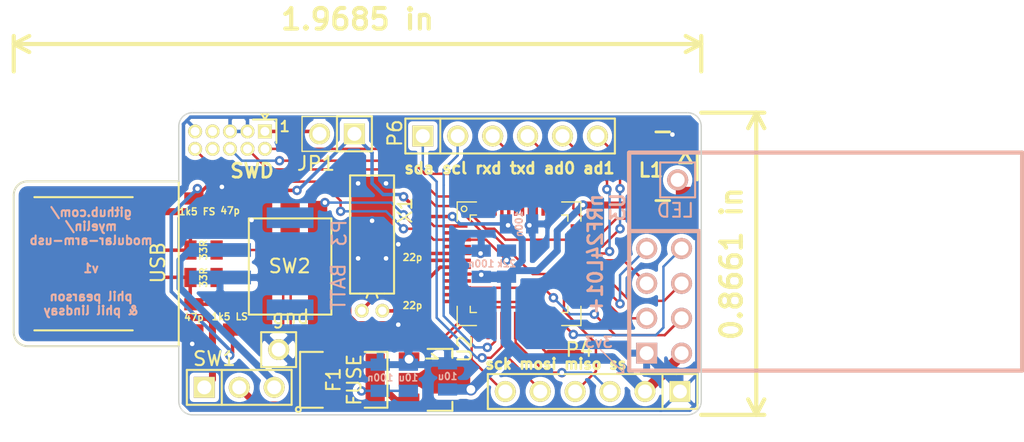
<source format=kicad_pcb>
(kicad_pcb (version 4) (host pcbnew "(2015-01-02 BZR 5348)-product")

  (general
    (links 79)
    (no_connects 0)
    (area 72.04641 73.150001 147.639801 105.000001)
    (thickness 1.6)
    (drawings 24)
    (tracks 453)
    (zones 0)
    (modules 30)
    (nets 57)
  )

  (page A3)
  (layers
    (0 F.Cu signal)
    (31 B.Cu signal)
    (32 B.Adhes user)
    (33 F.Adhes user)
    (34 B.Paste user)
    (35 F.Paste user)
    (36 B.SilkS user)
    (37 F.SilkS user)
    (38 B.Mask user)
    (39 F.Mask user)
    (40 Dwgs.User user hide)
    (41 Cmts.User user hide)
    (42 Eco1.User user)
    (43 Eco2.User user)
    (44 Edge.Cuts user)
  )

  (setup
    (last_trace_width 0.508)
    (user_trace_width 0.1524)
    (user_trace_width 0.1778)
    (user_trace_width 0.254)
    (user_trace_width 0.508)
    (user_trace_width 0.762)
    (user_trace_width 1.016)
    (user_trace_width 1.27)
    (user_trace_width 1.524)
    (user_trace_width 1.778)
    (user_trace_width 2.032)
    (user_trace_width 2.286)
    (user_trace_width 2.54)
    (trace_clearance 0.1524)
    (zone_clearance 0.3048)
    (zone_45_only no)
    (trace_min 0.1524)
    (segment_width 0.1)
    (edge_width 0.1)
    (via_size 0.6858)
    (via_drill 0.3302)
    (via_min_size 0.6858)
    (via_min_drill 0.3302)
    (user_via 0.6858 0.3302)
    (user_via 0.889 0.635)
    (uvia_size 0.508)
    (uvia_drill 0.127)
    (uvias_allowed no)
    (uvia_min_size 0.508)
    (uvia_min_drill 0.127)
    (pcb_text_width 0.3)
    (pcb_text_size 1.5 1.5)
    (mod_edge_width 0.1)
    (mod_text_size 1 1)
    (mod_text_width 0.15)
    (pad_size 1.524 1.524)
    (pad_drill 0)
    (pad_to_mask_clearance 0)
    (aux_axis_origin 0 0)
    (grid_origin 97.9 138.6)
    (visible_elements 7FFFFFFF)
    (pcbplotparams
      (layerselection 0x010fc_80000001)
      (usegerberextensions true)
      (excludeedgelayer true)
      (linewidth 0.150000)
      (plotframeref false)
      (viasonmask false)
      (mode 1)
      (useauxorigin false)
      (hpglpennumber 1)
      (hpglpenspeed 20)
      (hpglpendiameter 15)
      (hpglpenoverlay 2)
      (psnegative false)
      (psa4output false)
      (plotreference true)
      (plotvalue true)
      (plotinvisibletext false)
      (padsonsilk false)
      (subtractmaskfromsilk false)
      (outputformat 1)
      (mirror false)
      (drillshape 0)
      (scaleselection 1)
      (outputdirectory gerbers/))
  )

  (net 0 "")
  (net 1 /lpc-mcu/AD0)
  (net 2 /lpc-mcu/AD1)
  (net 3 /lpc-mcu/LED_INPUT)
  (net 4 /lpc-mcu/MISO1)
  (net 5 /lpc-mcu/MOSI1)
  (net 6 /lpc-mcu/RXD)
  (net 7 /lpc-mcu/SCK1)
  (net 8 /lpc-mcu/SCL)
  (net 9 /lpc-mcu/SDA)
  (net 10 /lpc-mcu/SSEL1)
  (net 11 /lpc-mcu/SWCLK)
  (net 12 /lpc-mcu/SWDIO)
  (net 13 /lpc-mcu/SWO)
  (net 14 /lpc-mcu/TXD)
  (net 15 /lpc-mcu/XTALIN)
  (net 16 /lpc-mcu/XTALOUT)
  (net 17 /lpc-mcu/nRESET)
  (net 18 /usb/DM)
  (net 19 /usb/DP)
  (net 20 3V3)
  (net 21 GND)
  (net 22 LPC_USB_DM)
  (net 23 LPC_USB_DP)
  (net 24 RF24_CE)
  (net 25 RF24_CSN)
  (net 26 RF24_IRQ)
  (net 27 RF24_MISO)
  (net 28 RF24_MOSI)
  (net 29 RF24_SCK)
  (net 30 VUSB)
  (net 31 "Net-(C3-Pad1)")
  (net 32 "Net-(CON1-Pad8)")
  (net 33 "Net-(CON1-Pad7)")
  (net 34 "Net-(CON1-Pad1)")
  (net 35 "Net-(IC1-Pad9)")
  (net 36 /lpc-mcu/CLKOUT)
  (net 37 "Net-(IC1-Pad2)")
  (net 38 "Net-(IC1-Pad48)")
  (net 39 "Net-(IC1-Pad47)")
  (net 40 "Net-(IC1-Pad46)")
  (net 41 "Net-(IC1-Pad45)")
  (net 42 "Net-(IC1-Pad43)")
  (net 43 /lpc-mcu/AD7)
  (net 44 /lpc-mcu/AD5)
  (net 45 "Net-(IC1-Pad38)")
  (net 46 /lpc-mcu/AD6)
  (net 47 LPC_USB_VBUS)
  (net 48 "Net-(IC1-Pad21)")
  (net 49 LPC_nUSB_CONNECT)
  (net 50 "Net-(L1-Pad2)")
  (net 51 /power/VIN)
  (net 52 /lpc-mcu/BUTTON)
  (net 53 /power/VBATT)
  (net 54 "Net-(IC1-Pad23)")
  (net 55 "Net-(IC1-Pad12)")
  (net 56 "Net-(IC1-Pad11)")

  (net_class Default "This is the default net class."
    (clearance 0.1524)
    (trace_width 0.1524)
    (via_dia 0.6858)
    (via_drill 0.3302)
    (uvia_dia 0.508)
    (uvia_drill 0.127)
    (add_net /lpc-mcu/AD0)
    (add_net /lpc-mcu/AD1)
    (add_net /lpc-mcu/AD5)
    (add_net /lpc-mcu/AD6)
    (add_net /lpc-mcu/AD7)
    (add_net /lpc-mcu/BUTTON)
    (add_net /lpc-mcu/CLKOUT)
    (add_net /lpc-mcu/LED_INPUT)
    (add_net /lpc-mcu/MISO1)
    (add_net /lpc-mcu/MOSI1)
    (add_net /lpc-mcu/RXD)
    (add_net /lpc-mcu/SCK1)
    (add_net /lpc-mcu/SCL)
    (add_net /lpc-mcu/SDA)
    (add_net /lpc-mcu/SSEL1)
    (add_net /lpc-mcu/SWCLK)
    (add_net /lpc-mcu/SWDIO)
    (add_net /lpc-mcu/SWO)
    (add_net /lpc-mcu/TXD)
    (add_net /lpc-mcu/XTALIN)
    (add_net /lpc-mcu/XTALOUT)
    (add_net /lpc-mcu/nRESET)
    (add_net /power/VBATT)
    (add_net /power/VIN)
    (add_net /usb/DM)
    (add_net /usb/DP)
    (add_net 3V3)
    (add_net GND)
    (add_net LPC_USB_DM)
    (add_net LPC_USB_DP)
    (add_net LPC_USB_VBUS)
    (add_net LPC_nUSB_CONNECT)
    (add_net "Net-(C3-Pad1)")
    (add_net "Net-(CON1-Pad1)")
    (add_net "Net-(CON1-Pad7)")
    (add_net "Net-(CON1-Pad8)")
    (add_net "Net-(IC1-Pad11)")
    (add_net "Net-(IC1-Pad12)")
    (add_net "Net-(IC1-Pad2)")
    (add_net "Net-(IC1-Pad21)")
    (add_net "Net-(IC1-Pad23)")
    (add_net "Net-(IC1-Pad38)")
    (add_net "Net-(IC1-Pad43)")
    (add_net "Net-(IC1-Pad45)")
    (add_net "Net-(IC1-Pad46)")
    (add_net "Net-(IC1-Pad47)")
    (add_net "Net-(IC1-Pad48)")
    (add_net "Net-(IC1-Pad9)")
    (add_net "Net-(L1-Pad2)")
    (add_net RF24_CE)
    (add_net RF24_CSN)
    (add_net RF24_IRQ)
    (add_net RF24_MISO)
    (add_net RF24_MOSI)
    (add_net RF24_SCK)
    (add_net VUSB)
  )

  (module myelin:SM0805_NOSILKSCREEN (layer B.Cu) (tedit 54921587) (tstamp 54A885FD)
    (at 100.65 100.3 90)
    (descr "Kicad SM0805 module with less annoying silkscreen -- by Phillip Pearson")
    (path /549D4C8A/549D5130)
    (attr smd)
    (fp_text reference C4 (at 0 1.3 90) (layer B.SilkS) hide
      (effects (font (size 0.50038 0.50038) (thickness 0.10922)) (justify mirror))
    )
    (fp_text value 100n (at 0 0 360) (layer B.SilkS)
      (effects (font (size 0.50038 0.50038) (thickness 0.10922)) (justify mirror))
    )
    (pad 1 smd rect (at -0.9525 0 90) (size 0.889 1.397) (layers B.Cu B.Paste B.Mask)
      (net 31 "Net-(C3-Pad1)"))
    (pad 2 smd rect (at 0.9525 0 90) (size 0.889 1.397) (layers B.Cu B.Paste B.Mask)
      (net 21 GND))
    (model smd/chip_cms.wrl
      (at (xyz 0 0 0))
      (scale (xyz 0.1 0.1 0.1))
      (rotate (xyz 0 0 0))
    )
  )

  (module myelin:pin_array_5x2_50mil (layer F.Cu) (tedit 54B47179) (tstamp 54ABABFD)
    (at 91 83 180)
    (descr "Double rangee de contacts 2 x 4 pins")
    (tags CONN)
    (path /549D4C68/549D5A39)
    (fp_text reference CON1 (at 1.2 -0.1 180) (layer F.SilkS) hide
      (effects (font (size 1.016 1.016) (thickness 0.2032)))
    )
    (fp_text value SWD (at -0.3341 -2.2346 180) (layer F.SilkS)
      (effects (font (size 1.016 1.016) (thickness 0.2032)))
    )
    (fp_line (start -2.1 -0.2) (end -2.1 1.5) (layer F.SilkS) (width 0.15))
    (fp_line (start -2.1 1.5) (end -0.4 1.5) (layer F.SilkS) (width 0.15))
    (fp_line (start -1.27 1.524) (end -1.524 1.905) (layer F.SilkS) (width 0.15))
    (fp_line (start -1.524 1.905) (end -1.143 1.905) (layer F.SilkS) (width 0.15))
    (fp_line (start -1.143 1.905) (end -1.016 1.905) (layer F.SilkS) (width 0.15))
    (fp_line (start -1.016 1.905) (end -1.27 1.524) (layer F.SilkS) (width 0.15))
    (pad 1 thru_hole rect (at -1.27 0.635 180) (size 1.016 1.016) (drill 0.65) (layers *.Cu *.Mask F.SilkS)
      (net 34 "Net-(CON1-Pad1)"))
    (pad 2 thru_hole circle (at -1.27 -0.635 180) (size 1.016 1.016) (drill 0.65) (layers *.Cu *.Mask F.SilkS)
      (net 12 /lpc-mcu/SWDIO))
    (pad 3 thru_hole circle (at 0 0.635 180) (size 1.016 1.016) (drill 0.65) (layers *.Cu *.Mask F.SilkS)
      (net 21 GND))
    (pad 4 thru_hole circle (at 0 -0.635 180) (size 1.016 1.016) (drill 0.65) (layers *.Cu *.Mask F.SilkS)
      (net 11 /lpc-mcu/SWCLK))
    (pad 5 thru_hole circle (at 1.27 0.635 180) (size 1.016 1.016) (drill 0.65) (layers *.Cu *.Mask F.SilkS)
      (net 21 GND))
    (pad 6 thru_hole circle (at 1.27 -0.635 180) (size 1.016 1.016) (drill 0.65) (layers *.Cu *.Mask F.SilkS)
      (net 13 /lpc-mcu/SWO))
    (pad 7 thru_hole circle (at 2.54 0.635 180) (size 1.016 1.016) (drill 0.65) (layers *.Cu *.Mask F.SilkS)
      (net 33 "Net-(CON1-Pad7)"))
    (pad 8 thru_hole circle (at 2.54 -0.635 180) (size 1.016 1.016) (drill 0.65) (layers *.Cu *.Mask F.SilkS)
      (net 32 "Net-(CON1-Pad8)"))
    (pad 9 thru_hole circle (at 3.81 0.635 180) (size 1.016 1.016) (drill 0.65) (layers *.Cu *.Mask F.SilkS)
      (net 21 GND))
    (pad 10 thru_hole circle (at 3.81 -0.635 180) (size 1.016 1.016) (drill 0.65) (layers *.Cu *.Mask F.SilkS)
      (net 17 /lpc-mcu/nRESET))
    (model pin_array/pins_array_3x2.wrl
      (at (xyz 0 0 0))
      (scale (xyz 1 1 1))
      (rotate (xyz 0 0 0))
    )
  )

  (module myelin:Crystal_Round_Horizontal_3mm_can_pad (layer F.Cu) (tedit 54AC4F66) (tstamp 54ABAEA0)
    (at 100.059 95.42)
    (descr "Crystal, Quarz, Rundgehaeuse, round, horizontal, liegend, Uhrenquarz, Diam. 3mm,")
    (tags "Crystal, Quarz, Rundgehaeuse, round, horizontal, liegend, Uhrenquarz, Diam. 3mm,")
    (path /549D4C68/549E7192)
    (fp_text reference X1 (at 2.4 -7.3 90) (layer F.SilkS)
      (effects (font (size 1 1) (thickness 0.15)))
    )
    (fp_text value "16M xtal" (at -0.24892 2.75082) (layer F.SilkS) hide
      (effects (font (size 1 1) (thickness 0.15)))
    )
    (fp_line (start 1.6002 -1.24968) (end 1.6002 -9.85012) (layer F.SilkS) (width 0.15))
    (fp_line (start 1.6002 -9.85012) (end -1.6002 -9.85012) (layer F.SilkS) (width 0.15))
    (fp_line (start -1.6002 -9.85012) (end -1.6002 -1.24968) (layer F.SilkS) (width 0.15))
    (fp_line (start -0.8509 -1.24968) (end -1.6002 -1.24968) (layer F.SilkS) (width 0.15))
    (fp_line (start 0.89916 -1.24968) (end 1.6002 -1.24968) (layer F.SilkS) (width 0.15))
    (fp_line (start -0.29972 -1.24968) (end -0.39878 -0.94996) (layer F.SilkS) (width 0.15))
    (fp_line (start 0.29972 -1.24968) (end 0.39878 -0.94996) (layer F.SilkS) (width 0.15))
    (fp_line (start 0.89916 -1.24968) (end -0.89916 -1.24968) (layer F.SilkS) (width 0.15))
    (pad 1 thru_hole circle (at -0.7493 0) (size 1.00076 1.00076) (drill 0.59944) (layers *.Cu *.Mask F.SilkS)
      (net 15 /lpc-mcu/XTALIN))
    (pad 2 thru_hole circle (at 0.7493 0) (size 1.00076 1.00076) (drill 0.59944) (layers *.Cu *.Mask F.SilkS)
      (net 16 /lpc-mcu/XTALOUT))
    (pad 3 smd rect (at 0 -6.55) (size 3 6.4) (layers F.Cu F.Paste F.Mask)
      (net 21 GND))
  )

  (module Housings_SOT-89:SOT89-3_Housing (layer F.Cu) (tedit 54B43322) (tstamp 54B429CF)
    (at 104.6 100.45 270)
    (descr "SOT89-3, Housing,")
    (tags "SOT89-3, Housing,")
    (path /549D4C8A/54A84CE1)
    (attr smd)
    (fp_text reference U2 (at -2.25 -2.2 450) (layer F.SilkS)
      (effects (font (size 1 1) (thickness 0.15)))
    )
    (fp_text value MCP1700T (at -0.20066 4.59994 270) (layer F.SilkS) hide
      (effects (font (size 1 1) (thickness 0.15)))
    )
    (fp_line (start -1.89992 0.20066) (end -1.651 -0.09906) (layer F.SilkS) (width 0.15))
    (fp_line (start -1.651 -0.09906) (end -1.5494 -0.24892) (layer F.SilkS) (width 0.15))
    (fp_line (start -1.5494 -0.24892) (end -1.5494 0.59944) (layer F.SilkS) (width 0.15))
    (fp_line (start -2.25044 -1.30048) (end -2.25044 0.50038) (layer F.SilkS) (width 0.15))
    (fp_line (start -2.25044 -1.30048) (end -1.6002 -1.30048) (layer F.SilkS) (width 0.15))
    (fp_line (start 2.25044 -1.30048) (end 2.25044 0.50038) (layer F.SilkS) (width 0.15))
    (fp_line (start 2.25044 -1.30048) (end 1.6002 -1.30048) (layer F.SilkS) (width 0.15))
    (pad 1 smd rect (at -1.50114 1.85166 270) (size 1.00076 1.50114) (layers F.Cu F.Paste F.Mask)
      (net 21 GND))
    (pad 2 smd rect (at 0 1.85166 270) (size 1.00076 1.50114) (layers F.Cu F.Paste F.Mask)
      (net 20 3V3))
    (pad 3 smd rect (at 1.50114 1.85166 270) (size 1.00076 1.50114) (layers F.Cu F.Paste F.Mask)
      (net 31 "Net-(C3-Pad1)"))
    (pad 2 smd rect (at 0 -1.09982 270) (size 1.99898 2.99974) (layers F.Cu F.Paste F.Mask)
      (net 20 3V3))
    (pad 2 smd trapezoid (at 0 0.7493 90) (size 1.50114 0.7493) (rect_delta 0 0.50038 ) (layers F.Cu F.Paste F.Mask)
      (net 20 3V3))
    (model Housings_SOT-89/SOT89-3_Housing.wrl
      (at (xyz 0 0 0))
      (scale (xyz 0.3937 0.3937 0.3937))
      (rotate (xyz 0 0 0))
    )
  )

  (module OMRON-PUSH-BUTTON-B3SN-3112P:OMRON-PUSH-BUTTON-B3SN-3112P (layer F.Cu) (tedit 54B4718E) (tstamp 54B436CD)
    (at 94.1 92.2 90)
    (path /549D4C68/54B0A5CF)
    (fp_text reference SW2 (at 0.0312 -0.0354 180) (layer F.SilkS)
      (effects (font (size 1 1) (thickness 0.15)))
    )
    (fp_text value SW_PUSH_ALT (at -0.15 0.1 90) (layer F.SilkS) hide
      (effects (font (size 1 1) (thickness 0.15)))
    )
    (fp_line (start 3.5 -3) (end 3.5 3) (layer F.SilkS) (width 0.15))
    (fp_line (start 3.5 3) (end -3.5 3) (layer F.SilkS) (width 0.15))
    (fp_line (start -3.5 3) (end -3.5 -3) (layer F.SilkS) (width 0.15))
    (fp_line (start -3.5 -3) (end 3.5 -3) (layer F.SilkS) (width 0.15))
    (fp_line (start -3.6 1.3) (end 3.8 1.3) (layer Dwgs.User) (width 0.15))
    (fp_line (start -3.6 -1.3) (end 3.8 -1.3) (layer Dwgs.User) (width 0.15))
    (fp_line (start -2 -2.8) (end -2 2.4) (layer Dwgs.User) (width 0.15))
    (fp_line (start 2 -2.7) (end 2 2.4) (layer Dwgs.User) (width 0.15))
    (pad 5 smd rect (at 3.4 0 90) (size 2.75 1.4) (layers F.Cu F.Paste F.Mask))
    (pad 1 smd rect (at 3.4 2 90) (size 2.75 1.4) (layers F.Cu F.Paste F.Mask)
      (net 52 /lpc-mcu/BUTTON))
    (pad 2 smd rect (at -3.4 2 90) (size 2.75 1.4) (layers F.Cu F.Paste F.Mask))
    (pad 3 smd rect (at 3.4 -2 90) (size 2.75 1.4) (layers F.Cu F.Paste F.Mask)
      (net 21 GND))
    (pad 4 smd rect (at -3.4 -2 90) (size 2.75 1.4) (layers F.Cu F.Paste F.Mask))
  )

  (module myelin:SM0805_NOSILKSCREEN (layer B.Cu) (tedit 54921587) (tstamp 54B43B2A)
    (at 108 92 90)
    (descr "Kicad SM0805 module with less annoying silkscreen -- by Phillip Pearson")
    (path /549D4C68/549D5E39)
    (attr smd)
    (fp_text reference C1 (at 0 1.3 90) (layer B.SilkS) hide
      (effects (font (size 0.50038 0.50038) (thickness 0.10922)) (justify mirror))
    )
    (fp_text value 100n (at 0 0 360) (layer B.SilkS)
      (effects (font (size 0.50038 0.50038) (thickness 0.10922)) (justify mirror))
    )
    (pad 1 smd rect (at -0.9525 0 90) (size 0.889 1.397) (layers B.Cu B.Paste B.Mask)
      (net 20 3V3))
    (pad 2 smd rect (at 0.9525 0 90) (size 0.889 1.397) (layers B.Cu B.Paste B.Mask)
      (net 21 GND))
    (model smd/chip_cms.wrl
      (at (xyz 0 0 0))
      (scale (xyz 0.1 0.1 0.1))
      (rotate (xyz 0 0 0))
    )
  )

  (module myelin:SM0805_NOSILKSCREEN (layer B.Cu) (tedit 54921587) (tstamp 54B43B2F)
    (at 110.75 89.1)
    (descr "Kicad SM0805 module with less annoying silkscreen -- by Phillip Pearson")
    (path /549D4C68/549D5E52)
    (attr smd)
    (fp_text reference C2 (at 0 1.3) (layer B.SilkS) hide
      (effects (font (size 0.50038 0.50038) (thickness 0.10922)) (justify mirror))
    )
    (fp_text value 100n (at 0 0 270) (layer B.SilkS)
      (effects (font (size 0.50038 0.50038) (thickness 0.10922)) (justify mirror))
    )
    (pad 1 smd rect (at -0.9525 0) (size 0.889 1.397) (layers B.Cu B.Paste B.Mask)
      (net 20 3V3))
    (pad 2 smd rect (at 0.9525 0) (size 0.889 1.397) (layers B.Cu B.Paste B.Mask)
      (net 21 GND))
    (model smd/chip_cms.wrl
      (at (xyz 0 0 0))
      (scale (xyz 0.1 0.1 0.1))
      (rotate (xyz 0 0 0))
    )
  )

  (module myelin:SM0805_NOSILKSCREEN (layer B.Cu) (tedit 54921587) (tstamp 54B43B34)
    (at 102.7 100.3 90)
    (descr "Kicad SM0805 module with less annoying silkscreen -- by Phillip Pearson")
    (path /549D4C8A/549D6202)
    (attr smd)
    (fp_text reference C3 (at 0 1.3 90) (layer B.SilkS) hide
      (effects (font (size 0.50038 0.50038) (thickness 0.10922)) (justify mirror))
    )
    (fp_text value 10u (at 0 0 360) (layer B.SilkS)
      (effects (font (size 0.50038 0.50038) (thickness 0.10922)) (justify mirror))
    )
    (pad 1 smd rect (at -0.9525 0 90) (size 0.889 1.397) (layers B.Cu B.Paste B.Mask)
      (net 31 "Net-(C3-Pad1)"))
    (pad 2 smd rect (at 0.9525 0 90) (size 0.889 1.397) (layers B.Cu B.Paste B.Mask)
      (net 21 GND))
    (model smd/chip_cms.wrl
      (at (xyz 0 0 0))
      (scale (xyz 0.1 0.1 0.1))
      (rotate (xyz 0 0 0))
    )
  )

  (module myelin:SM0805_NOSILKSCREEN (layer B.Cu) (tedit 54921587) (tstamp 54B43B39)
    (at 105.55 100.2 90)
    (descr "Kicad SM0805 module with less annoying silkscreen -- by Phillip Pearson")
    (path /549D4C8A/549D513F)
    (attr smd)
    (fp_text reference C5 (at 0 1.3 90) (layer B.SilkS) hide
      (effects (font (size 0.50038 0.50038) (thickness 0.10922)) (justify mirror))
    )
    (fp_text value 10u (at 0 0 360) (layer B.SilkS)
      (effects (font (size 0.50038 0.50038) (thickness 0.10922)) (justify mirror))
    )
    (pad 1 smd rect (at -0.9525 0 90) (size 0.889 1.397) (layers B.Cu B.Paste B.Mask)
      (net 20 3V3))
    (pad 2 smd rect (at 0.9525 0 90) (size 0.889 1.397) (layers B.Cu B.Paste B.Mask)
      (net 21 GND))
    (model smd/chip_cms.wrl
      (at (xyz 0 0 0))
      (scale (xyz 0.1 0.1 0.1))
      (rotate (xyz 0 0 0))
    )
  )

  (module myelin:SM0805_NOSILKSCREEN (layer F.Cu) (tedit 54921587) (tstamp 54B43B3E)
    (at 103 91.535 270)
    (descr "Kicad SM0805 module with less annoying silkscreen -- by Phillip Pearson")
    (path /549D4C68/549E71AB)
    (attr smd)
    (fp_text reference C6 (at 0 -1.3 270) (layer F.SilkS) hide
      (effects (font (size 0.50038 0.50038) (thickness 0.10922)))
    )
    (fp_text value 22p (at 0 0 360) (layer F.SilkS)
      (effects (font (size 0.50038 0.50038) (thickness 0.10922)))
    )
    (pad 1 smd rect (at -0.9525 0 270) (size 0.889 1.397) (layers F.Cu F.Paste F.Mask)
      (net 21 GND))
    (pad 2 smd rect (at 0.9525 0 270) (size 0.889 1.397) (layers F.Cu F.Paste F.Mask)
      (net 15 /lpc-mcu/XTALIN))
    (model smd/chip_cms.wrl
      (at (xyz 0 0 0))
      (scale (xyz 0.1 0.1 0.1))
      (rotate (xyz 0 0 0))
    )
  )

  (module myelin:SM0805_NOSILKSCREEN (layer F.Cu) (tedit 54921587) (tstamp 54B43B43)
    (at 103 95.035 90)
    (descr "Kicad SM0805 module with less annoying silkscreen -- by Phillip Pearson")
    (path /549D4C68/549E71C4)
    (attr smd)
    (fp_text reference C7 (at 0 -1.3 90) (layer F.SilkS) hide
      (effects (font (size 0.50038 0.50038) (thickness 0.10922)))
    )
    (fp_text value 22p (at 0 0 180) (layer F.SilkS)
      (effects (font (size 0.50038 0.50038) (thickness 0.10922)))
    )
    (pad 1 smd rect (at -0.9525 0 90) (size 0.889 1.397) (layers F.Cu F.Paste F.Mask)
      (net 21 GND))
    (pad 2 smd rect (at 0.9525 0 90) (size 0.889 1.397) (layers F.Cu F.Paste F.Mask)
      (net 16 /lpc-mcu/XTALOUT))
    (model smd/chip_cms.wrl
      (at (xyz 0 0 0))
      (scale (xyz 0.1 0.1 0.1))
      (rotate (xyz 0 0 0))
    )
  )

  (module myelin:SM0805_NOSILKSCREEN (layer F.Cu) (tedit 54921587) (tstamp 54B43B48)
    (at 87.1 95.9 270)
    (descr "Kicad SM0805 module with less annoying silkscreen -- by Phillip Pearson")
    (path /549D4C81/549E779B)
    (attr smd)
    (fp_text reference C8 (at 0 -1.3 270) (layer F.SilkS) hide
      (effects (font (size 0.50038 0.50038) (thickness 0.10922)))
    )
    (fp_text value 47p (at 0 0 360) (layer F.SilkS)
      (effects (font (size 0.50038 0.50038) (thickness 0.10922)))
    )
    (pad 1 smd rect (at -0.9525 0 270) (size 0.889 1.397) (layers F.Cu F.Paste F.Mask)
      (net 18 /usb/DM))
    (pad 2 smd rect (at 0.9525 0 270) (size 0.889 1.397) (layers F.Cu F.Paste F.Mask)
      (net 21 GND))
    (model smd/chip_cms.wrl
      (at (xyz 0 0 0))
      (scale (xyz 0.1 0.1 0.1))
      (rotate (xyz 0 0 0))
    )
  )

  (module myelin:SM0805_NOSILKSCREEN (layer F.Cu) (tedit 54B47294) (tstamp 54B43B4D)
    (at 89.2 88.2 90)
    (descr "Kicad SM0805 module with less annoying silkscreen -- by Phillip Pearson")
    (path /549D4C81/549E778E)
    (attr smd)
    (fp_text reference C9 (at 0 -1.3 90) (layer F.SilkS) hide
      (effects (font (size 0.50038 0.50038) (thickness 0.10922)))
    )
    (fp_text value 47p (at 0.0698 0.5339 180) (layer F.SilkS)
      (effects (font (size 0.50038 0.50038) (thickness 0.10922)))
    )
    (pad 1 smd rect (at -0.9525 0 90) (size 0.889 1.397) (layers F.Cu F.Paste F.Mask)
      (net 19 /usb/DP))
    (pad 2 smd rect (at 0.9525 0 90) (size 0.889 1.397) (layers F.Cu F.Paste F.Mask)
      (net 21 GND))
    (model smd/chip_cms.wrl
      (at (xyz 0 0 0))
      (scale (xyz 0.1 0.1 0.1))
      (rotate (xyz 0 0 0))
    )
  )

  (module SMD_Packages:SMD-1812 (layer F.Cu) (tedit 54B43305) (tstamp 54B43B52)
    (at 98 100.45)
    (tags "CMS SMD")
    (path /549D4C8A/549D506C)
    (attr smd)
    (fp_text reference F1 (at -0.74676 0 90) (layer F.SilkS)
      (effects (font (size 1 1) (thickness 0.15)))
    )
    (fp_text value FUSE (at 0.762 0 90) (layer F.SilkS)
      (effects (font (size 1 1) (thickness 0.15)))
    )
    (fp_circle (center -3.302 2.159) (end -3.175 2.032) (layer F.SilkS) (width 0.15))
    (fp_line (start 1.524 2.032) (end 3.175 2.032) (layer F.SilkS) (width 0.15))
    (fp_line (start 3.175 2.032) (end 3.175 -2.032) (layer F.SilkS) (width 0.15))
    (fp_line (start 3.175 -2.032) (end 1.524 -2.032) (layer F.SilkS) (width 0.15))
    (fp_line (start -1.524 -2.032) (end -3.175 -2.032) (layer F.SilkS) (width 0.15))
    (fp_line (start -3.175 -2.032) (end -3.175 2.032) (layer F.SilkS) (width 0.15))
    (fp_line (start -3.175 2.032) (end -1.524 2.032) (layer F.SilkS) (width 0.15))
    (pad 1 smd rect (at -2.286 0) (size 1.397 3.81) (layers F.Cu F.Paste F.Mask)
      (net 51 /power/VIN))
    (pad 2 smd rect (at 2.286 0) (size 1.397 3.81) (layers F.Cu F.Paste F.Mask)
      (net 31 "Net-(C3-Pad1)"))
    (model SMD_Packages/SMD-1812.wrl
      (at (xyz 0 0 0))
      (scale (xyz 0.21 0.3 0.2))
      (rotate (xyz 0 0 0))
    )
  )

  (module myelin:NXP_LQFP48_BY_HAND (layer F.Cu) (tedit 549E6205) (tstamp 54B43B5E)
    (at 110.75 92)
    (descr "Hand-solderable footprint for NXP LPC11Uxx LQFP48 - by Phillip Pearson, based on LPC11u1x datasheet")
    (path /549D4C68/549D53F4)
    (clearance 0.1778)
    (attr smd)
    (fp_text reference IC1 (at 0 -0.381) (layer Cmts.User)
      (effects (font (size 0.508 0.508) (thickness 0.1016)))
    )
    (fp_text value LPC11U14FBD48 (at 0 0.381) (layer Cmts.User) hide
      (effects (font (size 0.508 0.508) (thickness 0.1016)))
    )
    (fp_line (start 3.1 3.55) (end 3.55 3.55) (layer F.SilkS) (width 0.1))
    (fp_line (start 3.55 3.55) (end 3.55 3.1) (layer F.SilkS) (width 0.1))
    (fp_line (start -3.55 3.1) (end -3.55 3.55) (layer F.SilkS) (width 0.1))
    (fp_line (start -3.55 3.55) (end -3.1 3.55) (layer F.SilkS) (width 0.1))
    (fp_line (start -3.1 -3.55) (end -3.55 -3.55) (layer F.SilkS) (width 0.1))
    (fp_line (start -3.55 -3.55) (end -3.55 -3.1) (layer F.SilkS) (width 0.1))
    (fp_line (start 3.1 -3.55) (end 3.55 -3.55) (layer F.SilkS) (width 0.1))
    (fp_line (start 3.55 -3.55) (end 3.55 -3.1) (layer F.SilkS) (width 0.1))
    (fp_line (start -4.5 -3.1) (end -4.5 -4.5) (layer F.SilkS) (width 0.1))
    (fp_line (start -4.5 -4.5) (end -3.1 -4.5) (layer F.SilkS) (width 0.1))
    (fp_line (start -3.1 4.5) (end -4.5 4.5) (layer F.SilkS) (width 0.1))
    (fp_line (start -4.5 4.5) (end -4.5 3.1) (layer F.SilkS) (width 0.1))
    (fp_line (start 4.5 3.1) (end 4.5 4.5) (layer F.SilkS) (width 0.1))
    (fp_line (start 4.5 4.5) (end 3.1 4.5) (layer F.SilkS) (width 0.1))
    (fp_line (start 3.1 -4.5) (end 4.5 -4.5) (layer F.SilkS) (width 0.1))
    (fp_line (start 4.5 -4.5) (end 4.5 -3.1) (layer F.SilkS) (width 0.1))
    (fp_circle (center -3.99796 -3.99796) (end -3.99796 -4.19862) (layer F.SilkS) (width 0.09906))
    (pad 12 smd rect (at -4.625 2.75) (size 1.75 0.25) (layers F.Cu F.Paste F.Mask)
      (net 55 "Net-(IC1-Pad12)"))
    (pad 11 smd rect (at -4.5 2.25) (size 2 0.25) (layers F.Cu F.Paste F.Mask)
      (net 56 "Net-(IC1-Pad11)"))
    (pad 10 smd rect (at -4.5 1.75) (size 2 0.25) (layers F.Cu F.Paste F.Mask)
      (net 25 RF24_CSN))
    (pad 9 smd rect (at -4.5 1.25) (size 2 0.25) (layers F.Cu F.Paste F.Mask)
      (net 35 "Net-(IC1-Pad9)"))
    (pad 8 smd rect (at -4.5 0.75) (size 2 0.25) (layers F.Cu F.Paste F.Mask)
      (net 20 3V3))
    (pad 7 smd rect (at -4.5 0.25) (size 2 0.25) (layers F.Cu F.Paste F.Mask)
      (net 16 /lpc-mcu/XTALOUT))
    (pad 6 smd rect (at -4.5 -0.25) (size 2 0.25) (layers F.Cu F.Paste F.Mask)
      (net 15 /lpc-mcu/XTALIN))
    (pad 5 smd rect (at -4.5 -0.75) (size 2 0.25) (layers F.Cu F.Paste F.Mask)
      (net 21 GND))
    (pad 4 smd rect (at -4.5 -1.25) (size 2 0.25) (layers F.Cu F.Paste F.Mask)
      (net 36 /lpc-mcu/CLKOUT))
    (pad 3 smd rect (at -4.5 -1.75) (size 2 0.25) (layers F.Cu F.Paste F.Mask)
      (net 17 /lpc-mcu/nRESET))
    (pad 2 smd rect (at -4.5 -2.25) (size 2 0.25) (layers F.Cu F.Paste F.Mask)
      (net 37 "Net-(IC1-Pad2)"))
    (pad 1 smd rect (at -4.625 -2.75) (size 1.75 0.25) (layers F.Cu F.Paste F.Mask)
      (net 52 /lpc-mcu/BUTTON))
    (pad 48 smd rect (at -2.75 -4.625) (size 0.25 1.75) (layers F.Cu F.Paste F.Mask)
      (net 38 "Net-(IC1-Pad48)"))
    (pad 47 smd rect (at -2.25 -4.5) (size 0.25 2) (layers F.Cu F.Paste F.Mask)
      (net 39 "Net-(IC1-Pad47)"))
    (pad 46 smd rect (at -1.75 -4.5) (size 0.25 2) (layers F.Cu F.Paste F.Mask)
      (net 40 "Net-(IC1-Pad46)"))
    (pad 45 smd rect (at -1.25 -4.5) (size 0.25 2) (layers F.Cu F.Paste F.Mask)
      (net 41 "Net-(IC1-Pad45)"))
    (pad 44 smd rect (at -0.75 -4.5) (size 0.25 2) (layers F.Cu F.Paste F.Mask)
      (net 20 3V3))
    (pad 43 smd rect (at -0.25 -4.5) (size 0.25 2) (layers F.Cu F.Paste F.Mask)
      (net 42 "Net-(IC1-Pad43)"))
    (pad 42 smd rect (at 0.25 -4.5) (size 0.25 2) (layers F.Cu F.Paste F.Mask)
      (net 43 /lpc-mcu/AD7))
    (pad 41 smd rect (at 0.75 -4.5) (size 0.25 2) (layers F.Cu F.Paste F.Mask)
      (net 21 GND))
    (pad 40 smd rect (at 1.25 -4.5) (size 0.25 2) (layers F.Cu F.Paste F.Mask)
      (net 44 /lpc-mcu/AD5))
    (pad 39 smd rect (at 1.75 -4.5) (size 0.25 2) (layers F.Cu F.Paste F.Mask)
      (net 12 /lpc-mcu/SWDIO))
    (pad 38 smd rect (at 2.25 -4.5) (size 0.25 2) (layers F.Cu F.Paste F.Mask)
      (net 45 "Net-(IC1-Pad38)"))
    (pad 37 smd rect (at 2.75 -4.625) (size 0.25 1.75) (layers F.Cu F.Paste F.Mask)
      (net 6 /lpc-mcu/RXD))
    (pad 25 smd rect (at 4.625 2.75) (size 1.75 0.25) (layers F.Cu F.Paste F.Mask)
      (net 24 RF24_CE))
    (pad 26 smd rect (at 4.5 2.25) (size 2 0.25) (layers F.Cu F.Paste F.Mask)
      (net 4 /lpc-mcu/MISO1))
    (pad 27 smd rect (at 4.5 1.75) (size 2 0.25) (layers F.Cu F.Paste F.Mask)
      (net 27 RF24_MISO))
    (pad 28 smd rect (at 4.5 1.25) (size 2 0.25) (layers F.Cu F.Paste F.Mask)
      (net 28 RF24_MOSI))
    (pad 29 smd rect (at 4.5 0.75) (size 2 0.25) (layers F.Cu F.Paste F.Mask)
      (net 11 /lpc-mcu/SWCLK))
    (pad 30 smd rect (at 4.5 0.25) (size 2 0.25) (layers F.Cu F.Paste F.Mask)
      (net 46 /lpc-mcu/AD6))
    (pad 31 smd rect (at 4.5 -0.25) (size 2 0.25) (layers F.Cu F.Paste F.Mask)
      (net 29 RF24_SCK))
    (pad 32 smd rect (at 4.5 -0.75) (size 2 0.25) (layers F.Cu F.Paste F.Mask)
      (net 1 /lpc-mcu/AD0))
    (pad 33 smd rect (at 4.5 -1.25) (size 2 0.25) (layers F.Cu F.Paste F.Mask)
      (net 2 /lpc-mcu/AD1))
    (pad 34 smd rect (at 4.5 -1.75) (size 2 0.25) (layers F.Cu F.Paste F.Mask)
      (net 13 /lpc-mcu/SWO))
    (pad 35 smd rect (at 4.5 -2.25) (size 2 0.25) (layers F.Cu F.Paste F.Mask)
      (net 3 /lpc-mcu/LED_INPUT))
    (pad 36 smd rect (at 4.625 -2.75) (size 1.75 0.25) (layers F.Cu F.Paste F.Mask)
      (net 14 /lpc-mcu/TXD))
    (pad 13 smd rect (at -2.75 4.625) (size 0.25 1.75) (layers F.Cu F.Paste F.Mask)
      (net 7 /lpc-mcu/SCK1))
    (pad 14 smd rect (at -2.25 4.5) (size 0.25 2) (layers F.Cu F.Paste F.Mask)
      (net 47 LPC_USB_VBUS))
    (pad 15 smd rect (at -1.75 4.5) (size 0.25 2) (layers F.Cu F.Paste F.Mask)
      (net 8 /lpc-mcu/SCL))
    (pad 16 smd rect (at -1.25 4.5) (size 0.25 2) (layers F.Cu F.Paste F.Mask)
      (net 9 /lpc-mcu/SDA))
    (pad 17 smd rect (at -0.75 4.5) (size 0.25 2) (layers F.Cu F.Paste F.Mask)
      (net 5 /lpc-mcu/MOSI1))
    (pad 18 smd rect (at -0.25 4.5) (size 0.25 2) (layers F.Cu F.Paste F.Mask)
      (net 10 /lpc-mcu/SSEL1))
    (pad 19 smd rect (at 0.25 4.5) (size 0.25 2) (layers F.Cu F.Paste F.Mask)
      (net 22 LPC_USB_DM))
    (pad 20 smd rect (at 0.75 4.5) (size 0.25 2) (layers F.Cu F.Paste F.Mask)
      (net 23 LPC_USB_DP))
    (pad 21 smd rect (at 1.25 4.5) (size 0.25 2) (layers F.Cu F.Paste F.Mask)
      (net 48 "Net-(IC1-Pad21)"))
    (pad 22 smd rect (at 1.75 4.5) (size 0.25 2) (layers F.Cu F.Paste F.Mask)
      (net 49 LPC_nUSB_CONNECT))
    (pad 23 smd rect (at 2.25 4.5) (size 0.25 2) (layers F.Cu F.Paste F.Mask)
      (net 54 "Net-(IC1-Pad23)"))
    (pad 24 smd rect (at 2.75 4.625) (size 0.25 1.75) (layers F.Cu F.Paste F.Mask)
      (net 26 RF24_IRQ))
  )

  (module myelin:WS2812B_PP (layer F.Cu) (tedit 54B470C0) (tstamp 54B43BA2)
    (at 121.2 84.9)
    (path /549D4C68/549E8468)
    (fp_text reference L1 (at -0.8591 0.2838) (layer F.SilkS)
      (effects (font (size 1 1) (thickness 0.2)))
    )
    (fp_text value PP_WS2812B (at 0 4.85) (layer F.SilkS) hide
      (effects (font (size 1 1) (thickness 0.2)))
    )
    (fp_line (start 1.65 -1) (end 1.2 -0.25) (layer F.SilkS) (width 0.2032))
    (fp_line (start 1.2 -0.25) (end 2.1 -0.25) (layer F.SilkS) (width 0.2032))
    (fp_line (start 2.1 -0.25) (end 1.65 -1) (layer F.SilkS) (width 0.2032))
    (fp_line (start -2.5 -1) (end -2.5 1) (layer F.SilkS) (width 0.2032))
    (fp_line (start -0.5 2.5) (end 0.5 2.5) (layer F.SilkS) (width 0.2032))
    (fp_line (start 2.5 -1) (end 2.5 1) (layer F.SilkS) (width 0.2032))
    (fp_line (start -0.5 -2.5) (end 0.5 -2.5) (layer F.SilkS) (width 0.2032))
    (fp_line (start 2.1 2.5) (end 2.5 2.5) (layer Dwgs.User) (width 0.2032))
    (fp_line (start -1.2 2.5) (end 1.2 2.5) (layer Dwgs.User) (width 0.2032))
    (fp_line (start -2.5 2.5) (end -2.1 2.5) (layer Dwgs.User) (width 0.2032))
    (fp_line (start 2.1 -2.5) (end 2.5 -2.5) (layer Dwgs.User) (width 0.2032))
    (fp_line (start -1.2 -2.5) (end 1.2 -2.5) (layer Dwgs.User) (width 0.2032))
    (fp_line (start -2.5 -2.5) (end -2.1 -2.5) (layer Dwgs.User) (width 0.2032))
    (fp_line (start -2.1 -2.7) (end -1.2 -2.7) (layer Dwgs.User) (width 0.2032))
    (fp_line (start -1.2 -2.7) (end -1.2 -1.8) (layer Dwgs.User) (width 0.2032))
    (fp_line (start -1.2 -1.8) (end -2.1 -1.8) (layer Dwgs.User) (width 0.2032))
    (fp_line (start -2.1 -1.8) (end -2.1 -2.7) (layer Dwgs.User) (width 0.2032))
    (fp_line (start 2.1 -2.7) (end 1.2 -2.7) (layer Dwgs.User) (width 0.2032))
    (fp_line (start 1.2 -2.7) (end 1.2 -1.8) (layer Dwgs.User) (width 0.2032))
    (fp_line (start 1.2 -1.8) (end 2.1 -1.8) (layer Dwgs.User) (width 0.2032))
    (fp_line (start 2.1 -1.8) (end 2.1 -2.7) (layer Dwgs.User) (width 0.2032))
    (fp_line (start -2.1 2.7) (end -2.1 1.8) (layer Dwgs.User) (width 0.2))
    (fp_line (start -2.1 1.8) (end -1.2 1.8) (layer Dwgs.User) (width 0.2))
    (fp_line (start -1.2 1.8) (end -1.2 2.7) (layer Dwgs.User) (width 0.2))
    (fp_line (start -1.2 2.7) (end -2.1 2.7) (layer Dwgs.User) (width 0.2))
    (fp_line (start 1.2 2.7) (end 1.2 1.8) (layer Dwgs.User) (width 0.2))
    (fp_line (start 1.2 1.8) (end 2.1 1.8) (layer Dwgs.User) (width 0.2))
    (fp_line (start 2.1 1.8) (end 2.1 2.7) (layer Dwgs.User) (width 0.2))
    (fp_line (start 2.1 2.7) (end 1.2 2.7) (layer Dwgs.User) (width 0.2))
    (fp_line (start 2.5 -2.5) (end 2.5 2.5) (layer Dwgs.User) (width 0.2))
    (fp_line (start -2.49936 2.49936) (end -2.49936 -2.49936) (layer Dwgs.User) (width 0.2))
    (pad 3 smd rect (at 1.65 -2.4) (size 1.4 1.8) (layers F.Cu F.Paste F.Mask)
      (net 21 GND))
    (pad 4 smd rect (at -1.65 -2.4) (size 1.4 1.8) (layers F.Cu F.Paste F.Mask)
      (net 3 /lpc-mcu/LED_INPUT))
    (pad 1 smd rect (at -1.65 2.4) (size 1.4 1.8) (layers F.Cu F.Paste F.Mask)
      (net 20 3V3))
    (pad 2 smd rect (at 1.65 2.4) (size 1.4 1.8) (layers F.Cu F.Paste F.Mask)
      (net 50 "Net-(L1-Pad2)"))
  )

  (module myelin:USB_A_PCB (layer F.Cu) (tedit 54B4716D) (tstamp 54B43BC8)
    (at 74 92 270)
    (descr "USB-A PCB connector - by Phillip Pearson, based on USB-IF specs")
    (path /549D4C81/549D55CB)
    (fp_text reference P1 (at 0.05 0.75 270) (layer F.SilkS) hide
      (effects (font (size 1 1) (thickness 0.15)))
    )
    (fp_text value USB (at -0.0725 -10.4888 270) (layer F.SilkS)
      (effects (font (size 1 1) (thickness 0.15)))
    )
    (fp_line (start -6 -12) (end -6 -1) (layer F.SilkS) (width 0.15))
    (fp_line (start 6 -1) (end 6 -12) (layer F.SilkS) (width 0.15))
    (fp_line (start -5 0) (end 5 0) (layer F.SilkS) (width 0.15))
    (fp_arc (start 5 -1) (end 6 -1) (angle 90) (layer F.SilkS) (width 0.15))
    (fp_arc (start -5 -1) (end -5 0) (angle 90) (layer F.SilkS) (width 0.15))
    (fp_line (start -4.85 -8.65) (end -4.85 -1.5) (layer F.SilkS) (width 0.15))
    (fp_line (start 4.85 -1.5) (end 4.85 -8.65) (layer F.SilkS) (width 0.15))
    (fp_line (start 6 -12) (end -6 -12) (layer F.SilkS) (width 0.15))
    (pad 4 smd rect (at -3.48869 -5.2 270) (size 1.143 7.6) (layers F.Cu F.Paste F.Mask)
      (net 21 GND))
    (pad 3 smd rect (at -0.98679 -5.7 270) (size 1.143 6.6) (layers F.Cu F.Paste F.Mask)
      (net 19 /usb/DP))
    (pad 2 smd rect (at 0.98679 -5.7 270) (size 1.143 6.6) (layers F.Cu F.Paste F.Mask)
      (net 18 /usb/DM))
    (pad 1 smd rect (at 3.48869 -5.2 270) (size 1.143 7.6) (layers F.Cu F.Paste F.Mask)
      (net 30 VUSB))
  )

  (module "myelin:S2B-PH-SM4-TB(LF)(SN)" (layer B.Cu) (tedit 54B46FEB) (tstamp 54B43BE3)
    (at 89 92 90)
    (path /549D4C8A/549D502B)
    (fp_text reference P3 (at 2.2315 8.6841 90) (layer B.SilkS)
      (effects (font (size 1 1) (thickness 0.15)) (justify mirror))
    )
    (fp_text value BATT (at -1.6801 8.6079 90) (layer B.SilkS)
      (effects (font (size 1 1) (thickness 0.15)) (justify mirror))
    )
    (pad 1 smd rect (at -1 0 90) (size 1 4.5) (layers B.Cu B.Paste B.Mask)
      (net 21 GND))
    (pad 2 smd rect (at 1 0 90) (size 1 4.5) (layers B.Cu B.Paste B.Mask)
      (net 53 /power/VBATT))
    (pad NC smd rect (at -3.35 5.1 90) (size 1.5 3.4) (layers B.Cu B.Paste B.Mask))
    (pad NC smd rect (at 3.35 5.1 90) (size 1.5 3.4) (layers B.Cu B.Paste B.Mask))
  )

  (module myelin:SM0805_NOSILKSCREEN (layer B.Cu) (tedit 54921587) (tstamp 54B43C06)
    (at 109.838 91.991 270)
    (descr "Kicad SM0805 module with less annoying silkscreen -- by Phillip Pearson")
    (path /549D4C68/549D5EC0)
    (attr smd)
    (fp_text reference R2 (at 0 1.3 270) (layer B.SilkS) hide
      (effects (font (size 0.50038 0.50038) (thickness 0.10922)) (justify mirror))
    )
    (fp_text value 22k (at 0 0 540) (layer B.SilkS)
      (effects (font (size 0.50038 0.50038) (thickness 0.10922)) (justify mirror))
    )
    (pad 1 smd rect (at -0.9525 0 270) (size 0.889 1.397) (layers B.Cu B.Paste B.Mask)
      (net 17 /lpc-mcu/nRESET))
    (pad 2 smd rect (at 0.9525 0 270) (size 0.889 1.397) (layers B.Cu B.Paste B.Mask)
      (net 20 3V3))
    (model smd/chip_cms.wrl
      (at (xyz 0 0 0))
      (scale (xyz 0.1 0.1 0.1))
      (rotate (xyz 0 0 0))
    )
  )

  (module myelin:SM0805_NOSILKSCREEN (layer F.Cu) (tedit 54B472A7) (tstamp 54B43C0B)
    (at 89.9117 95.8391 90)
    (descr "Kicad SM0805 module with less annoying silkscreen -- by Phillip Pearson")
    (path /549D4C81/549DD948)
    (attr smd)
    (fp_text reference R3 (at 0 -1.3 90) (layer F.SilkS) hide
      (effects (font (size 0.50038 0.50038) (thickness 0.10922)))
    )
    (fp_text value "1k5 LS" (at -0.0127 -0.2032 180) (layer F.SilkS)
      (effects (font (size 0.50038 0.50038) (thickness 0.10922)))
    )
    (pad 1 smd rect (at -0.9525 0 90) (size 0.889 1.397) (layers F.Cu F.Paste F.Mask)
      (net 20 3V3))
    (pad 2 smd rect (at 0.9525 0 90) (size 0.889 1.397) (layers F.Cu F.Paste F.Mask)
      (net 18 /usb/DM))
    (model smd/chip_cms.wrl
      (at (xyz 0 0 0))
      (scale (xyz 0.1 0.1 0.1))
      (rotate (xyz 0 0 0))
    )
  )

  (module myelin:SM0805_NOSILKSCREEN (layer F.Cu) (tedit 54B47299) (tstamp 54B43C10)
    (at 87.1 88.2 270)
    (descr "Kicad SM0805 module with less annoying silkscreen -- by Phillip Pearson")
    (path /549D4C81/549DD957)
    (attr smd)
    (fp_text reference R4 (at 0 -1.3 270) (layer F.SilkS) hide
      (effects (font (size 0.50038 0.50038) (thickness 0.10922)))
    )
    (fp_text value "1k5 FS" (at 0.0064 -0.2336 360) (layer F.SilkS)
      (effects (font (size 0.50038 0.50038) (thickness 0.10922)))
    )
    (pad 1 smd rect (at -0.9525 0 270) (size 0.889 1.397) (layers F.Cu F.Paste F.Mask)
      (net 20 3V3))
    (pad 2 smd rect (at 0.9525 0 270) (size 0.889 1.397) (layers F.Cu F.Paste F.Mask)
      (net 19 /usb/DP))
    (model smd/chip_cms.wrl
      (at (xyz 0 0 0))
      (scale (xyz 0.1 0.1 0.1))
      (rotate (xyz 0 0 0))
    )
  )

  (module myelin:SM0805_NOSILKSCREEN (layer F.Cu) (tedit 54921587) (tstamp 54B43C15)
    (at 87.8 93)
    (descr "Kicad SM0805 module with less annoying silkscreen -- by Phillip Pearson")
    (path /549D4C81/549D6477)
    (attr smd)
    (fp_text reference R5 (at 0 -1.3) (layer F.SilkS) hide
      (effects (font (size 0.50038 0.50038) (thickness 0.10922)))
    )
    (fp_text value 33R (at 0 0 90) (layer F.SilkS)
      (effects (font (size 0.50038 0.50038) (thickness 0.10922)))
    )
    (pad 1 smd rect (at -0.9525 0) (size 0.889 1.397) (layers F.Cu F.Paste F.Mask)
      (net 18 /usb/DM))
    (pad 2 smd rect (at 0.9525 0) (size 0.889 1.397) (layers F.Cu F.Paste F.Mask)
      (net 22 LPC_USB_DM))
    (model smd/chip_cms.wrl
      (at (xyz 0 0 0))
      (scale (xyz 0.1 0.1 0.1))
      (rotate (xyz 0 0 0))
    )
  )

  (module myelin:SM0805_NOSILKSCREEN (layer F.Cu) (tedit 54921587) (tstamp 54B43C1A)
    (at 87.8 91)
    (descr "Kicad SM0805 module with less annoying silkscreen -- by Phillip Pearson")
    (path /549D4C81/549D6486)
    (attr smd)
    (fp_text reference R6 (at 0 -1.3) (layer F.SilkS) hide
      (effects (font (size 0.50038 0.50038) (thickness 0.10922)))
    )
    (fp_text value 33R (at 0 0 90) (layer F.SilkS)
      (effects (font (size 0.50038 0.50038) (thickness 0.10922)))
    )
    (pad 1 smd rect (at -0.9525 0) (size 0.889 1.397) (layers F.Cu F.Paste F.Mask)
      (net 19 /usb/DP))
    (pad 2 smd rect (at 0.9525 0) (size 0.889 1.397) (layers F.Cu F.Paste F.Mask)
      (net 23 LPC_USB_DP))
    (model smd/chip_cms.wrl
      (at (xyz 0 0 0))
      (scale (xyz 0.1 0.1 0.1))
      (rotate (xyz 0 0 0))
    )
  )

  (module myelin:NRF24L01_MODULE (layer B.Cu) (tedit 54B4741D) (tstamp 54B43C2D)
    (at 121.3 94.7 90)
    (descr "Double rangee de contacts 2 x 4 pins")
    (tags CONN)
    (path /549D4CC3/54A763FB)
    (fp_text reference U3 (at 6.8111 -3.3721 90) (layer B.SilkS)
      (effects (font (size 1.016 1.016) (thickness 0.2032)) (justify mirror))
    )
    (fp_text value nRF24L01+ (at 3.3821 -4.9977 90) (layer B.SilkS)
      (effects (font (size 1.016 1.016) (thickness 0.2032)) (justify mirror))
    )
    (fp_line (start 5.08 -2.54) (end 10.795 -2.54) (layer B.SilkS) (width 0.3048))
    (fp_line (start 10.795 -2.54) (end 10.795 26.035) (layer B.SilkS) (width 0.3048))
    (fp_line (start 10.795 26.035) (end -5.08 26.035) (layer B.SilkS) (width 0.3048))
    (fp_line (start -5.08 26.035) (end -5.08 2.54) (layer B.SilkS) (width 0.3048))
    (fp_line (start -5.08 2.54) (end 5.08 2.54) (layer B.SilkS) (width 0.3048))
    (fp_line (start 5.08 2.54) (end 5.08 -2.54) (layer B.SilkS) (width 0.3048))
    (fp_line (start 5.08 -2.54) (end -5.08 -2.54) (layer B.SilkS) (width 0.3048))
    (fp_line (start -5.08 -2.54) (end -5.08 2.54) (layer B.SilkS) (width 0.3048))
    (pad 1 thru_hole rect (at -3.81 -1.27 90) (size 1.524 1.524) (drill 1.016) (layers *.Cu *.Mask B.SilkS)
      (net 21 GND))
    (pad 2 thru_hole circle (at -3.81 1.27 90) (size 1.524 1.524) (drill 1.016) (layers *.Cu *.Mask B.SilkS)
      (net 20 3V3))
    (pad 3 thru_hole circle (at -1.27 -1.27 90) (size 1.524 1.524) (drill 1.016) (layers *.Cu *.Mask B.SilkS)
      (net 24 RF24_CE))
    (pad 4 thru_hole circle (at -1.27 1.27 90) (size 1.524 1.524) (drill 1.016) (layers *.Cu *.Mask B.SilkS)
      (net 25 RF24_CSN))
    (pad 5 thru_hole circle (at 1.27 -1.27 90) (size 1.524 1.524) (drill 1.016) (layers *.Cu *.Mask B.SilkS)
      (net 29 RF24_SCK))
    (pad 6 thru_hole circle (at 1.27 1.27 90) (size 1.524 1.524) (drill 1.016) (layers *.Cu *.Mask B.SilkS)
      (net 28 RF24_MOSI))
    (pad 7 thru_hole circle (at 3.81 -1.27 90) (size 1.524 1.524) (drill 1.016) (layers *.Cu *.Mask B.SilkS)
      (net 27 RF24_MISO))
    (pad 8 thru_hole circle (at 3.81 1.27 90) (size 1.524 1.524) (drill 1.016) (layers *.Cu *.Mask B.SilkS)
      (net 26 RF24_IRQ))
    (model pin_array/pins_array_4x2.wrl
      (at (xyz 0 0 0))
      (scale (xyz 1 1 1))
      (rotate (xyz 0 0 0))
    )
  )

  (module myelin:PIN_ARRAY_6X1 (layer F.Cu) (tedit 54B47141) (tstamp 54B438D5)
    (at 116.1 101.3 180)
    (descr "Connecteur 3 pins")
    (tags "CONN DEV")
    (path /549D4C68/549E7D82)
    (fp_text reference P4 (at 0.9788 3.0479 180) (layer F.SilkS)
      (effects (font (size 1.016 1.016) (thickness 0.1524)))
    )
    (fp_text value GPIO (at 0 -2.159 180) (layer F.SilkS) hide
      (effects (font (size 1.016 1.016) (thickness 0.1524)))
    )
    (fp_line (start -7.62 -1.27) (end 7.62 -1.27) (layer F.SilkS) (width 0.1524))
    (fp_line (start 7.62 -1.27) (end 7.62 1.27) (layer F.SilkS) (width 0.1524))
    (fp_line (start 7.62 1.27) (end -7.62 1.27) (layer F.SilkS) (width 0.1524))
    (fp_line (start -7.62 1.27) (end -7.62 -1.27) (layer F.SilkS) (width 0.1524))
    (fp_line (start -5.08 -1.27) (end -5.08 1.27) (layer F.SilkS) (width 0.1524))
    (pad 1 thru_hole rect (at -6.35 0 180) (size 1.524 1.524) (drill 1.016) (layers *.Cu *.Mask F.SilkS)
      (net 21 GND))
    (pad 2 thru_hole circle (at -3.81 0 180) (size 1.524 1.524) (drill 1.016) (layers *.Cu *.Mask F.SilkS)
      (net 20 3V3))
    (pad 3 thru_hole circle (at -1.27 0 180) (size 1.524 1.524) (drill 1.016) (layers *.Cu *.Mask F.SilkS)
      (net 10 /lpc-mcu/SSEL1))
    (pad 4 thru_hole circle (at 1.27 0 180) (size 1.524 1.524) (drill 1.016) (layers *.Cu *.Mask F.SilkS)
      (net 4 /lpc-mcu/MISO1))
    (pad 5 thru_hole circle (at 3.81 0 180) (size 1.524 1.524) (drill 1.016) (layers *.Cu *.Mask F.SilkS)
      (net 5 /lpc-mcu/MOSI1))
    (pad 6 thru_hole circle (at 6.35 0 180) (size 1.524 1.524) (drill 1.016) (layers *.Cu *.Mask F.SilkS)
      (net 7 /lpc-mcu/SCK1))
    (model pin_array/pins_array_3x1.wrl
      (at (xyz 0 0 0))
      (scale (xyz 1 1 1))
      (rotate (xyz 0 0 0))
    )
  )

  (module myelin:PIN_ARRAY_6X1 (layer F.Cu) (tedit 54B4712F) (tstamp 54B438E3)
    (at 110.1 82.7)
    (descr "Connecteur 3 pins")
    (tags "CONN DEV")
    (path /549D4C68/549E9A45)
    (fp_text reference P6 (at -8.3773 -0.2086 90) (layer F.SilkS)
      (effects (font (size 1.016 1.016) (thickness 0.1524)))
    )
    (fp_text value GPIO2 (at 0 -2.159) (layer F.SilkS) hide
      (effects (font (size 1.016 1.016) (thickness 0.1524)))
    )
    (fp_line (start -7.62 -1.27) (end 7.62 -1.27) (layer F.SilkS) (width 0.1524))
    (fp_line (start 7.62 -1.27) (end 7.62 1.27) (layer F.SilkS) (width 0.1524))
    (fp_line (start 7.62 1.27) (end -7.62 1.27) (layer F.SilkS) (width 0.1524))
    (fp_line (start -7.62 1.27) (end -7.62 -1.27) (layer F.SilkS) (width 0.1524))
    (fp_line (start -5.08 -1.27) (end -5.08 1.27) (layer F.SilkS) (width 0.1524))
    (pad 1 thru_hole rect (at -6.35 0) (size 1.524 1.524) (drill 1.016) (layers *.Cu *.Mask F.SilkS)
      (net 9 /lpc-mcu/SDA))
    (pad 2 thru_hole circle (at -3.81 0) (size 1.524 1.524) (drill 1.016) (layers *.Cu *.Mask F.SilkS)
      (net 8 /lpc-mcu/SCL))
    (pad 3 thru_hole circle (at -1.27 0) (size 1.524 1.524) (drill 1.016) (layers *.Cu *.Mask F.SilkS)
      (net 6 /lpc-mcu/RXD))
    (pad 4 thru_hole circle (at 1.27 0) (size 1.524 1.524) (drill 1.016) (layers *.Cu *.Mask F.SilkS)
      (net 14 /lpc-mcu/TXD))
    (pad 5 thru_hole circle (at 3.81 0) (size 1.524 1.524) (drill 1.016) (layers *.Cu *.Mask F.SilkS)
      (net 1 /lpc-mcu/AD0))
    (pad 6 thru_hole circle (at 6.35 0) (size 1.524 1.524) (drill 1.016) (layers *.Cu *.Mask F.SilkS)
      (net 2 /lpc-mcu/AD1))
    (model pin_array/pins_array_3x1.wrl
      (at (xyz 0 0 0))
      (scale (xyz 1 1 1))
      (rotate (xyz 0 0 0))
    )
  )

  (module myelin:PIN_ARRAY_3X1 (layer F.Cu) (tedit 54B47186) (tstamp 54B4395F)
    (at 90.4 101)
    (descr "Connecteur 3 pins")
    (tags "CONN DEV")
    (path /549D4C8A/54B0B8AC)
    (fp_text reference SW1 (at -1.8091 -2.0875) (layer F.SilkS)
      (effects (font (size 1.016 1.016) (thickness 0.1524)))
    )
    (fp_text value SW_SPDT (at 0 -2.159) (layer F.SilkS) hide
      (effects (font (size 1.016 1.016) (thickness 0.1524)))
    )
    (fp_line (start -3.81 1.27) (end -3.81 -1.27) (layer F.SilkS) (width 0.1524))
    (fp_line (start -3.81 -1.27) (end 3.81 -1.27) (layer F.SilkS) (width 0.1524))
    (fp_line (start 3.81 -1.27) (end 3.81 1.27) (layer F.SilkS) (width 0.1524))
    (fp_line (start 3.81 1.27) (end -3.81 1.27) (layer F.SilkS) (width 0.1524))
    (fp_line (start -1.27 -1.27) (end -1.27 1.27) (layer F.SilkS) (width 0.1524))
    (pad 1 thru_hole rect (at -2.54 0) (size 1.524 1.524) (drill 1.016) (layers *.Cu *.Mask F.SilkS)
      (net 30 VUSB))
    (pad 2 thru_hole circle (at 0 0) (size 1.524 1.524) (drill 1.016) (layers *.Cu *.Mask F.SilkS)
      (net 51 /power/VIN))
    (pad 3 thru_hole circle (at 2.54 0) (size 1.524 1.524) (drill 1.016) (layers *.Cu *.Mask F.SilkS)
      (net 53 /power/VBATT))
    (model pin_array/pins_array_3x1.wrl
      (at (xyz 0 0 0))
      (scale (xyz 1 1 1))
      (rotate (xyz 0 0 0))
    )
  )

  (module Pin_Headers:Pin_Header_Straight_1x01 (layer B.Cu) (tedit 54B473C4) (tstamp 54B4585C)
    (at 122.284 85.895)
    (descr "Through hole pin header")
    (tags "pin header")
    (path /549D4C68/54B4584E)
    (fp_text reference P2 (at -2.3495 -0.8128) (layer B.SilkS) hide
      (effects (font (size 1 1) (thickness 0.15)) (justify mirror))
    )
    (fp_text value LED (at -0.1651 2.2225) (layer B.SilkS)
      (effects (font (size 1 1) (thickness 0.15)) (justify mirror))
    )
    (fp_line (start -1.27 1.27) (end -1.27 -1.27) (layer B.SilkS) (width 0.15))
    (fp_line (start -1.27 -1.27) (end 1.27 -1.27) (layer B.SilkS) (width 0.15))
    (fp_line (start 1.27 -1.27) (end 1.27 1.27) (layer B.SilkS) (width 0.15))
    (fp_line (start 1.27 1.27) (end -1.27 1.27) (layer B.SilkS) (width 0.15))
    (pad 1 thru_hole circle (at 0 0) (size 1.524 1.524) (drill 1.016) (layers *.Cu *.Mask B.SilkS)
      (net 50 "Net-(L1-Pad2)"))
    (model Pin_Headers/Pin_Header_Straight_1x01.wrl
      (at (xyz 0 0 0))
      (scale (xyz 1 1 1))
      (rotate (xyz 0 0 0))
    )
  )

  (module Pin_Headers:Pin_Header_Straight_1x01 (layer F.Cu) (tedit 54B471A0) (tstamp 54B46EEF)
    (at 93.2645 98.2521)
    (descr "Through hole pin header")
    (tags "pin header")
    (path /549D4C8A/54B46D85)
    (fp_text reference P5 (at 0 -2.286) (layer F.SilkS) hide
      (effects (font (size 1 1) (thickness 0.15)))
    )
    (fp_text value gnd (at 0.8763 -2.3876) (layer F.SilkS)
      (effects (font (size 1 1) (thickness 0.15)))
    )
    (fp_line (start -1.27 -1.27) (end -1.27 1.27) (layer F.SilkS) (width 0.15))
    (fp_line (start -1.27 1.27) (end 1.27 1.27) (layer F.SilkS) (width 0.15))
    (fp_line (start 1.27 1.27) (end 1.27 -1.27) (layer F.SilkS) (width 0.15))
    (fp_line (start 1.27 -1.27) (end -1.27 -1.27) (layer F.SilkS) (width 0.15))
    (pad 1 thru_hole circle (at 0 0) (size 1.524 1.524) (drill 1.016) (layers *.Cu *.Mask F.SilkS)
      (net 21 GND))
    (model Pin_Headers/Pin_Header_Straight_1x01.wrl
      (at (xyz 0 0 0))
      (scale (xyz 1 1 1))
      (rotate (xyz 0 0 0))
    )
  )

  (module myelin:PIN_ARRAY_2X1 (layer F.Cu) (tedit 54AC4F15) (tstamp 54B47265)
    (at 96.2363 82.5422 180)
    (descr "Connecteur 3 pins")
    (tags "CONN DEV")
    (path /549D4C68/549D6951)
    (fp_text reference JP1 (at 0.254 -2.159 180) (layer F.SilkS)
      (effects (font (size 1.016 1.016) (thickness 0.1524)))
    )
    (fp_text value NC (at 0 -2.159 180) (layer F.SilkS) hide
      (effects (font (size 1.016 1.016) (thickness 0.1524)))
    )
    (fp_line (start -1.27 -1.27) (end 1.27 -1.27) (layer F.SilkS) (width 0.1))
    (fp_line (start -1.27 1.27) (end 1.27 1.27) (layer F.SilkS) (width 0.1))
    (fp_line (start -3.81 1.27) (end -1.27 1.27) (layer F.SilkS) (width 0.1524))
    (fp_line (start -3.81 -1.27) (end -1.27 -1.27) (layer F.SilkS) (width 0.1524))
    (fp_line (start 1.27 -1.27) (end 1.27 1.27) (layer F.SilkS) (width 0.1))
    (fp_line (start -3.81 1.27) (end -3.81 -1.27) (layer F.SilkS) (width 0.1524))
    (fp_line (start -1.27 -1.27) (end -1.27 1.27) (layer F.SilkS) (width 0.1524))
    (pad 1 thru_hole rect (at -2.54 0 180) (size 1.524 1.524) (drill 1.016) (layers *.Cu *.Mask F.SilkS)
      (net 20 3V3))
    (pad 2 thru_hole circle (at 0 0 180) (size 1.524 1.524) (drill 1.016) (layers *.Cu *.Mask F.SilkS)
      (net 34 "Net-(CON1-Pad1)"))
    (model pin_array/pins_array_3x1.wrl
      (at (xyz 0 0 0))
      (scale (xyz 1 1 1))
      (rotate (xyz 0 0 0))
    )
  )

  (gr_text 1 (at 93.709 82.0088) (layer F.SilkS)
    (effects (font (size 0.762 0.762) (thickness 0.1524)))
  )
  (gr_text 3v3 (at 116.5309 97.7187) (layer B.SilkS)
    (effects (font (size 0.762 0.762) (thickness 0.1524)) (justify mirror))
  )
  (gr_line (start 118.3597 99.9412) (end 117.8771 99.9412) (angle 90) (layer B.SilkS) (width 0.1))
  (gr_line (start 118.3597 99.357) (end 118.3597 99.9412) (angle 90) (layer B.SilkS) (width 0.1))
  (gr_line (start 116.6706 98.2521) (end 118.3597 99.9412) (angle 90) (layer B.SilkS) (width 0.1))
  (gr_text "github.com/\nmyelin/\nmodular-arm-usb\n\nv1\n\nphil pearson\n& phil lindsay" (at 79.6247 91.8259) (layer B.SilkS)
    (effects (font (size 0.635 0.635) (thickness 0.1524)) (justify mirror))
  )
  (gr_text "sck mosi miso ss" (at 113.4321 99.2935) (layer F.SilkS)
    (effects (font (size 0.762 0.762) (thickness 0.1905)))
  )
  (gr_text "sda scl rxd txd ad0 ad1" (at 110.0539 85.0441) (layer F.SilkS)
    (effects (font (size 0.8128 0.8128) (thickness 0.1905)))
  )
  (gr_arc (start 87 102) (end 87 103) (angle 90) (layer Edge.Cuts) (width 0.1))
  (gr_line (start 87 103) (end 123 103) (angle 90) (layer Edge.Cuts) (width 0.1))
  (gr_line (start 86 98) (end 86 102) (angle 90) (layer Edge.Cuts) (width 0.1))
  (gr_line (start 75 98) (end 86 98) (angle 90) (layer Edge.Cuts) (width 0.1))
  (gr_line (start 123 81) (end 87 81) (angle 90) (layer Edge.Cuts) (width 0.1))
  (gr_line (start 124 102) (end 124 82) (angle 90) (layer Edge.Cuts) (width 0.1))
  (gr_arc (start 123 102) (end 124 102) (angle 90) (layer Edge.Cuts) (width 0.1))
  (gr_arc (start 123 82) (end 123 81) (angle 90) (layer Edge.Cuts) (width 0.1))
  (gr_arc (start 87 82) (end 86 82) (angle 90) (layer Edge.Cuts) (width 0.1))
  (gr_line (start 86 86) (end 86 82) (angle 90) (layer Edge.Cuts) (width 0.1))
  (gr_line (start 75 86) (end 86 86) (angle 90) (layer Edge.Cuts) (width 0.1))
  (dimension 22 (width 0.3) (layer F.SilkS)
    (gr_text "22.000 mm" (at 129.35 92 270) (layer F.SilkS)
      (effects (font (size 1.5 1.5) (thickness 0.3)))
    )
    (feature1 (pts (xy 124 103) (xy 130.7 103)))
    (feature2 (pts (xy 124 81) (xy 130.7 81)))
    (crossbar (pts (xy 128 81) (xy 128 103)))
    (arrow1a (pts (xy 128 103) (xy 127.413579 101.873496)))
    (arrow1b (pts (xy 128 103) (xy 128.586421 101.873496)))
    (arrow2a (pts (xy 128 81) (xy 127.413579 82.126504)))
    (arrow2b (pts (xy 128 81) (xy 128.586421 82.126504)))
  )
  (dimension 50 (width 0.3) (layer F.SilkS)
    (gr_text "50.000 mm" (at 99 74.650001) (layer F.SilkS)
      (effects (font (size 1.5 1.5) (thickness 0.3)))
    )
    (feature1 (pts (xy 124 78) (xy 124 73.300001)))
    (feature2 (pts (xy 74 78) (xy 74 73.300001)))
    (crossbar (pts (xy 74 76.000001) (xy 124 76.000001)))
    (arrow1a (pts (xy 124 76.000001) (xy 122.873496 76.586422)))
    (arrow1b (pts (xy 124 76.000001) (xy 122.873496 75.41358)))
    (arrow2a (pts (xy 74 76.000001) (xy 75.126504 76.586422)))
    (arrow2b (pts (xy 74 76.000001) (xy 75.126504 75.41358)))
  )
  (gr_line (start 74 97) (end 74 87) (angle 90) (layer Edge.Cuts) (width 0.1))
  (gr_arc (start 75 97) (end 75 98) (angle 90) (layer Edge.Cuts) (width 0.1))
  (gr_arc (start 75 87) (end 74 87) (angle 90) (layer Edge.Cuts) (width 0.1))

  (segment (start 93.0018 91.6525) (end 92.9493 91.6) (width 0.1524) (layer F.Cu) (net 0) (tstamp 54ABB2C7))
  (segment (start 117.331 87.7746) (end 117.331 86.7713) (width 0.1778) (layer B.Cu) (net 1))
  (segment (start 117.14685 86.57445) (end 117.14685 85.97755) (width 0.1778) (layer F.Cu) (net 1) (tstamp 54B4697A))
  (segment (start 117.1405 86.5808) (end 117.14685 86.57445) (width 0.1778) (layer F.Cu) (net 1) (tstamp 54B46979))
  (via (at 117.1405 86.5808) (size 0.6858) (drill 0.3302) (layers F.Cu B.Cu) (net 1))
  (segment (start 117.331 86.7713) (end 117.1405 86.5808) (width 0.1778) (layer B.Cu) (net 1) (tstamp 54B4696A))
  (segment (start 113.8766 82.7073) (end 117.14685 85.97755) (width 0.1778) (layer F.Cu) (net 1) (tstamp 54B46600))
  (segment (start 113.8766 82.7073) (end 113.91 82.7) (width 0.1778) (layer F.Cu) (net 1) (tstamp 54B46606))
  (segment (start 115.25 91.25) (end 117.183 91.25) (width 0.1778) (layer F.Cu) (net 1))
  (segment (start 117.183 91.25) (end 117.331 91.102) (width 0.1778) (layer F.Cu) (net 1) (tstamp 54B46230))
  (via (at 117.331 91.102) (size 0.6858) (drill 0.3302) (layers F.Cu B.Cu) (net 1))
  (segment (start 117.331 91.102) (end 117.331 87.7746) (width 0.1778) (layer B.Cu) (net 1) (tstamp 54B4623A))
  (segment (start 113.902 82.72) (end 113.91 82.7) (width 0.1778) (layer B.Cu) (net 1) (tstamp 54B4623F))
  (via (at 118.093 86.53) (size 0.6858) (drill 0.3302) (layers F.Cu B.Cu) (net 2))
  (segment (start 116.4547 82.6946) (end 118.093 84.3329) (width 0.1778) (layer F.Cu) (net 2) (tstamp 54B46615))
  (segment (start 118.093 84.3329) (end 118.093 86.53) (width 0.1778) (layer F.Cu) (net 2) (tstamp 54B46614))
  (segment (start 116.4547 82.6946) (end 116.45 82.7) (width 0.1778) (layer F.Cu) (net 2) (tstamp 54B46618))
  (segment (start 115.25 90.75) (end 116.794 90.75) (width 0.1778) (layer F.Cu) (net 2))
  (segment (start 116.794 90.75) (end 118.093 89.451) (width 0.1778) (layer F.Cu) (net 2) (tstamp 54B46245))
  (via (at 118.093 89.451) (size 0.6858) (drill 0.3302) (layers F.Cu B.Cu) (net 2))
  (segment (start 118.093 89.451) (end 118.093 86.53) (width 0.1778) (layer B.Cu) (net 2) (tstamp 54B4624D))
  (segment (start 116.442 82.847) (end 116.45 82.7) (width 0.1778) (layer B.Cu) (net 2) (tstamp 54B46253))
  (segment (start 117.825 88.7144) (end 116.7894 89.75) (width 0.1778) (layer F.Cu) (net 3))
  (segment (start 116.7894 89.75) (end 115.25 89.75) (width 0.1778) (layer F.Cu) (net 3) (tstamp 54B620A3))
  (segment (start 120.8616 84.0281) (end 119.55 82.7165) (width 0.1778) (layer F.Cu) (net 3) (tstamp 54B465EF))
  (segment (start 120.5441 88.7144) (end 120.8616 88.3969) (width 0.1778) (layer F.Cu) (net 3) (tstamp 54B465E7))
  (segment (start 120.8616 88.3969) (end 120.8616 84.0281) (width 0.1778) (layer F.Cu) (net 3) (tstamp 54B465EA))
  (segment (start 119.55 82.7165) (end 119.55 82.5) (width 0.1778) (layer F.Cu) (net 3) (tstamp 54B465F3))
  (segment (start 117.825 88.7144) (end 120.5441 88.7144) (width 0.1778) (layer F.Cu) (net 3) (tstamp 54B620A1))
  (segment (start 115.7308 97.198) (end 116.3404 97.8076) (width 0.1778) (layer F.Cu) (net 4))
  (segment (start 116.3404 99.8396) (end 115.7308 100.4492) (width 0.1778) (layer F.Cu) (net 4) (tstamp 54B4690C))
  (segment (start 116.3404 97.8076) (end 116.3404 99.8396) (width 0.1778) (layer F.Cu) (net 4) (tstamp 54B46907))
  (segment (start 115.25 94.25) (end 114.2973 94.25) (width 0.1778) (layer F.Cu) (net 4))
  (segment (start 114.2973 94.25) (end 114.0163 94.531) (width 0.1778) (layer F.Cu) (net 4) (tstamp 54B46469))
  (segment (start 115.7308 100.4492) (end 114.791 101.389) (width 0.1778) (layer F.Cu) (net 4) (tstamp 54B4648C))
  (segment (start 115.7308 97.1853) (end 115.7308 97.198) (width 0.1778) (layer F.Cu) (net 4) (tstamp 54B4647D))
  (segment (start 114.0163 95.4708) (end 115.7308 97.1853) (width 0.1778) (layer F.Cu) (net 4) (tstamp 54B46471))
  (segment (start 114.0163 94.531) (end 114.0163 95.4708) (width 0.1778) (layer F.Cu) (net 4) (tstamp 54B4646C))
  (segment (start 115.25 94.25) (end 115.223 94.277) (width 0.1778) (layer F.Cu) (net 4))
  (segment (start 110 96.5) (end 110 98.884) (width 0.1778) (layer F.Cu) (net 5))
  (segment (start 110 98.884) (end 112.378 101.262) (width 0.1778) (layer F.Cu) (net 5) (tstamp 54B45ED7))
  (segment (start 112.378 101.262) (end 112.29 101.3) (width 0.1778) (layer F.Cu) (net 5) (tstamp 54B45EDA))
  (segment (start 108.83 82.7) (end 110.705 84.575) (width 0.1778) (layer F.Cu) (net 6))
  (segment (start 113.5 86.075) (end 113.5 87.375) (width 0.1778) (layer F.Cu) (net 6) (tstamp 54B62077))
  (segment (start 112 84.575) (end 113.5 86.075) (width 0.1778) (layer F.Cu) (net 6) (tstamp 54B62075))
  (segment (start 110.705 84.575) (end 112 84.575) (width 0.1778) (layer F.Cu) (net 6) (tstamp 54B6206D))
  (segment (start 108.8347 82.72) (end 108.83 82.7) (width 0.1778) (layer F.Cu) (net 6) (tstamp 54B463DB))
  (segment (start 108 96.625) (end 107.298 97.327) (width 0.1778) (layer F.Cu) (net 7))
  (segment (start 107.298 98.976) (end 109.711 101.389) (width 0.1778) (layer F.Cu) (net 7) (tstamp 54B4606E))
  (segment (start 107.298 97.327) (end 107.298 98.976) (width 0.1778) (layer F.Cu) (net 7) (tstamp 54B46069))
  (segment (start 109.711 101.389) (end 109.75 101.3) (width 0.1778) (layer F.Cu) (net 7) (tstamp 54B46073))
  (segment (start 109.7745 101.3255) (end 109.711 101.389) (width 0.1778) (layer F.Cu) (net 7) (tstamp 54B45FBD))
  (segment (start 109.711 101.389) (end 109.75 101.3) (width 0.1778) (layer F.Cu) (net 7) (tstamp 54B45FBE))
  (segment (start 109.838 101.389) (end 109.75 101.3) (width 0.1778) (layer F.Cu) (net 7) (tstamp 54B45ED6))
  (segment (start 106.282 82.72) (end 106.282 84.117) (width 0.1778) (layer B.Cu) (net 8))
  (segment (start 109 97.655) (end 109 96.5) (width 0.1778) (layer F.Cu) (net 8))
  (segment (start 108.441 98.087) (end 108.568 98.087) (width 0.1778) (layer F.Cu) (net 8))
  (segment (start 108.568 98.087) (end 109 97.655) (width 0.1778) (layer F.Cu) (net 8) (tstamp 54B460F3))
  (segment (start 107.552 98.087) (end 108.441 98.087) (width 0.1778) (layer B.Cu) (net 8))
  (via (at 108.441 98.087) (size 0.6858) (drill 0.3302) (layers F.Cu B.Cu) (net 8))
  (segment (start 107.552 98.087) (end 106.79 97.325) (width 0.1778) (layer B.Cu) (net 8) (tstamp 54B460EA))
  (segment (start 106.79 97.325) (end 105.266 95.801) (width 0.1778) (layer B.Cu) (net 8) (tstamp 54B45FD9))
  (segment (start 105.266 95.801) (end 105.266 86.276) (width 0.1778) (layer B.Cu) (net 8) (tstamp 54B45FDA))
  (segment (start 105.266 85.133) (end 106.282 84.117) (width 0.1778) (layer B.Cu) (net 8) (tstamp 54B461D1))
  (segment (start 105.266 86.276) (end 105.266 85.133) (width 0.1778) (layer B.Cu) (net 8))
  (segment (start 106.282 82.72) (end 106.29 82.7) (width 0.1778) (layer B.Cu) (net 8) (tstamp 54B461E0))
  (segment (start 103.75 82.7) (end 103.75 85.014) (width 0.1778) (layer B.Cu) (net 9))
  (segment (start 103.75 85.014) (end 104.758 86.022) (width 0.1778) (layer B.Cu) (net 9) (tstamp 54B461C0))
  (via (at 108.06 98.849) (size 0.6858) (drill 0.3302) (layers F.Cu B.Cu) (net 9))
  (segment (start 109.5 98.044) (end 108.695 98.849) (width 0.1778) (layer F.Cu) (net 9) (tstamp 54B4607E))
  (segment (start 108.695 98.849) (end 108.06 98.849) (width 0.1778) (layer F.Cu) (net 9) (tstamp 54B46087))
  (segment (start 109.5 96.5) (end 109.5 98.044) (width 0.1778) (layer F.Cu) (net 9))
  (segment (start 104.758 95.928) (end 104.758 86.022) (width 0.1778) (layer B.Cu) (net 9) (tstamp 54B460B1))
  (segment (start 107.679 98.849) (end 104.758 95.928) (width 0.1778) (layer B.Cu) (net 9) (tstamp 54B460AD))
  (segment (start 108.06 98.849) (end 107.679 98.849) (width 0.1778) (layer B.Cu) (net 9) (tstamp 54B460AC))
  (segment (start 117.37 101.3) (end 115.9985 99.9285) (width 0.1778) (layer B.Cu) (net 10))
  (segment (start 112.6955 99.9285) (end 110.5 97.733) (width 0.1778) (layer F.Cu) (net 10) (tstamp 54B4692E))
  (segment (start 113.8639 99.9285) (end 112.6955 99.9285) (width 0.1778) (layer F.Cu) (net 10) (tstamp 54B4692D))
  (via (at 113.8639 99.9285) (size 0.6858) (drill 0.3302) (layers F.Cu B.Cu) (net 10))
  (segment (start 115.9985 99.9285) (end 113.8639 99.9285) (width 0.1778) (layer B.Cu) (net 10) (tstamp 54B4691B))
  (segment (start 117.37 101.3) (end 117.2812 101.2112) (width 0.1778) (layer F.Cu) (net 10))
  (segment (start 117.0389 101.2112) (end 117.37 101.3) (width 0.1778) (layer F.Cu) (net 10) (tstamp 54B46913))
  (segment (start 117.3564 101.3128) (end 117.37 101.3) (width 0.1778) (layer B.Cu) (net 10) (tstamp 54B468DE))
  (segment (start 110.5 96.5) (end 110.5 97.733) (width 0.1778) (layer F.Cu) (net 10))
  (segment (start 102.025 85.133) (end 104.692 87.8) (width 0.1778) (layer F.Cu) (net 11))
  (segment (start 104.692 87.8) (end 105.15 87.8) (width 0.1778) (layer F.Cu) (net 11) (tstamp 54B62134))
  (segment (start 91 83.635) (end 92.498 85.133) (width 0.1778) (layer F.Cu) (net 11))
  (segment (start 111.74 92.75) (end 108.822 89.832) (width 0.1778) (layer F.Cu) (net 11) (tstamp 54B44BB5))
  (segment (start 108.822 89.832) (end 108.187 89.832) (width 0.1778) (layer F.Cu) (net 11) (tstamp 54B44BBA))
  (segment (start 108.187 89.832) (end 106.409 88.054) (width 0.1778) (layer F.Cu) (net 11) (tstamp 54B44BBD))
  (segment (start 111.74 92.75) (end 115.25 92.75) (width 0.1778) (layer F.Cu) (net 11))
  (segment (start 106.155 87.8) (end 106.409 88.054) (width 0.1778) (layer F.Cu) (net 11) (tstamp 54B44C38))
  (segment (start 105.15 87.8) (end 106.155 87.8) (width 0.1778) (layer F.Cu) (net 11) (tstamp 54B62139))
  (segment (start 92.498 85.133) (end 102.025 85.133) (width 0.1778) (layer F.Cu) (net 11) (tstamp 54B44C2E))
  (segment (start 91 83.635) (end 91.185 83.635) (width 0.1778) (layer F.Cu) (net 11))
  (segment (start 105.85 85.45) (end 111.9 85.45) (width 0.1778) (layer F.Cu) (net 12))
  (segment (start 102.085 83.635) (end 103.9 85.45) (width 0.1778) (layer F.Cu) (net 12) (tstamp 54B43EF7))
  (segment (start 103.9 85.45) (end 105.85 85.45) (width 0.1778) (layer F.Cu) (net 12) (tstamp 54B43F16))
  (segment (start 92.27 83.635) (end 102.085 83.635) (width 0.1778) (layer F.Cu) (net 12))
  (segment (start 112.5 86.05) (end 112.5 87.5) (width 0.1778) (layer F.Cu) (net 12) (tstamp 54B43FA0))
  (segment (start 111.9 85.45) (end 112.5 86.05) (width 0.1778) (layer F.Cu) (net 12) (tstamp 54B43F9D))
  (segment (start 102.18 84.498) (end 104.782 87.1) (width 0.1778) (layer F.Cu) (net 13))
  (segment (start 108.33 89.45) (end 108.33 89.451) (width 0.1778) (layer F.Cu) (net 13) (tstamp 54B6216E))
  (segment (start 105.98 87.1) (end 108.33 89.45) (width 0.1778) (layer F.Cu) (net 13) (tstamp 54B62168))
  (segment (start 104.782 87.1) (end 105.98 87.1) (width 0.1778) (layer F.Cu) (net 13) (tstamp 54B62162))
  (segment (start 89.73 83.635) (end 90.593 84.498) (width 0.1778) (layer B.Cu) (net 13))
  (segment (start 93.328 84.498) (end 102.18 84.498) (width 0.1778) (layer F.Cu) (net 13) (tstamp 54B44C13))
  (via (at 93.328 84.498) (size 0.6858) (drill 0.3302) (layers F.Cu B.Cu) (net 13))
  (segment (start 90.593 84.498) (end 93.328 84.498) (width 0.1778) (layer B.Cu) (net 13) (tstamp 54B44C09))
  (segment (start 115.25 90.25) (end 109.748 90.25) (width 0.1778) (layer F.Cu) (net 13))
  (segment (start 108.949 89.451) (end 108.33 89.451) (width 0.1778) (layer F.Cu) (net 13) (tstamp 54B44BCB))
  (segment (start 109.748 90.25) (end 108.949 89.451) (width 0.1778) (layer F.Cu) (net 13) (tstamp 54B44BC5))
  (segment (start 108.33 89.451) (end 108.314 89.451) (width 0.1778) (layer F.Cu) (net 13) (tstamp 54B6216F))
  (segment (start 108.314 89.451) (end 106.642488 87.779488) (width 0.1778) (layer F.Cu) (net 13) (tstamp 54B44BCC))
  (segment (start 106.642488 87.779488) (end 106.663 87.8) (width 0.1778) (layer F.Cu) (net 13) (tstamp 54B44C28))
  (segment (start 89.73 83.635) (end 89.885 83.635) (width 0.1778) (layer F.Cu) (net 13))
  (segment (start 114.7 86.03) (end 114.7 87.975) (width 0.1778) (layer F.Cu) (net 14))
  (segment (start 114.7 87.975) (end 115.375 88.65) (width 0.1778) (layer F.Cu) (net 14) (tstamp 54B643B5))
  (segment (start 111.37 82.7) (end 114.7 86.03) (width 0.1778) (layer F.Cu) (net 14))
  (segment (start 115.375 88.65) (end 115.375 89.25) (width 0.1778) (layer F.Cu) (net 14) (tstamp 54B643BA))
  (segment (start 103 92.4875) (end 103.7375 91.75) (width 0.254) (layer F.Cu) (net 15))
  (segment (start 103.7375 91.75) (end 106.25 91.75) (width 0.254) (layer F.Cu) (net 15) (tstamp 54B4434F))
  (segment (start 103 92.4875) (end 102.1982 92.4875) (width 0.254) (layer F.Cu) (net 15))
  (segment (start 102.1982 92.4875) (end 99.2507 95.435) (width 0.254) (layer F.Cu) (net 15) (tstamp 54AC3A15))
  (segment (start 103.1025 92.385) (end 103 92.4875) (width 0.1524) (layer F.Cu) (net 15) (tstamp 54AC3538))
  (segment (start 103 94.0825) (end 103.1745 94.0825) (width 0.254) (layer F.Cu) (net 16))
  (segment (start 103.1745 94.0825) (end 105.007 92.25) (width 0.254) (layer F.Cu) (net 16) (tstamp 54B44352))
  (segment (start 105.007 92.25) (end 106.25 92.25) (width 0.254) (layer F.Cu) (net 16) (tstamp 54B4435A))
  (segment (start 103 94.0825) (end 102.9525 94.0825) (width 0.254) (layer F.Cu) (net 16))
  (segment (start 102.9525 94.0825) (end 101.6 95.435) (width 0.254) (layer F.Cu) (net 16) (tstamp 54AC35DB))
  (segment (start 101.6 95.435) (end 100.7493 95.435) (width 0.254) (layer F.Cu) (net 16) (tstamp 54AC35DE))
  (segment (start 103 94.0825) (end 103.1525 94.0825) (width 0.1524) (layer F.Cu) (net 16))
  (segment (start 106.25 90.25) (end 104.541 90.25) (width 0.1778) (layer F.Cu) (net 17))
  (segment (start 97.773 87.419) (end 96.376 86.022) (width 0.1778) (layer F.Cu) (net 17) (tstamp 54B45583))
  (segment (start 97.773 88.181) (end 97.773 87.419) (width 0.1778) (layer F.Cu) (net 17) (tstamp 54B45582))
  (via (at 97.773 88.181) (size 0.6858) (drill 0.3302) (layers F.Cu B.Cu) (net 17))
  (segment (start 101.075 88.181) (end 97.773 88.181) (width 0.1778) (layer B.Cu) (net 17) (tstamp 54B4557F))
  (segment (start 102.345 89.451) (end 101.075 88.181) (width 0.1778) (layer B.Cu) (net 17) (tstamp 54B4557E))
  (via (at 102.345 89.451) (size 0.6858) (drill 0.3302) (layers F.Cu B.Cu) (net 17))
  (segment (start 103.742 89.451) (end 102.345 89.451) (width 0.1778) (layer F.Cu) (net 17) (tstamp 54B45579))
  (segment (start 104.541 90.25) (end 103.742 89.451) (width 0.1778) (layer F.Cu) (net 17) (tstamp 54B45574))
  (segment (start 88.502 85.006) (end 87.232 83.736) (width 0.1778) (layer F.Cu) (net 17) (tstamp 54B454D1))
  (segment (start 91.169 85.006) (end 88.502 85.006) (width 0.1778) (layer F.Cu) (net 17) (tstamp 54B454C8))
  (segment (start 92.185 86.022) (end 91.169 85.006) (width 0.1778) (layer F.Cu) (net 17) (tstamp 54B454C4))
  (segment (start 96.376 86.022) (end 92.185 86.022) (width 0.1778) (layer F.Cu) (net 17) (tstamp 54B45591))
  (segment (start 87.232 83.736) (end 87.19 83.635) (width 0.1778) (layer F.Cu) (net 17) (tstamp 54B454D4))
  (segment (start 106.25 90.25) (end 108.351 90.25) (width 0.1778) (layer F.Cu) (net 17))
  (segment (start 109.838 91.737) (end 109.838 91.102) (width 0.1778) (layer B.Cu) (net 17) (tstamp 54B44BAD))
  (via (at 109.838 91.737) (size 0.6858) (drill 0.3302) (layers F.Cu B.Cu) (net 17))
  (segment (start 108.351 90.25) (end 109.838 91.737) (width 0.1778) (layer F.Cu) (net 17) (tstamp 54B44B9E))
  (segment (start 109.838 91.102) (end 109.838 91.0385) (width 0.1778) (layer B.Cu) (net 17) (tstamp 54B44BAF))
  (segment (start 109.838 91.102) (end 109.838 91.0385) (width 0.1778) (layer B.Cu) (net 17) (tstamp 54B44B30))
  (segment (start 87.1 94.9475) (end 89.8 94.9475) (width 0.254) (layer F.Cu) (net 18))
  (segment (start 89.8 94.9475) (end 89.8228 94.9247) (width 0.1778) (layer F.Cu) (net 18) (tstamp 54B4749E))
  (segment (start 89.8228 94.9247) (end 89.9117 94.8866) (width 0.1778) (layer F.Cu) (net 18) (tstamp 54B474A0))
  (segment (start 79.7 92.98679) (end 86.83429 92.98679) (width 0.254) (layer F.Cu) (net 18))
  (segment (start 86.83429 92.98679) (end 86.83429 94.68179) (width 0.254) (layer F.Cu) (net 18) (tstamp 54B4469F))
  (segment (start 86.83429 94.68179) (end 87.1 94.9475) (width 0.254) (layer F.Cu) (net 18) (tstamp 54B446A0))
  (segment (start 87.1 89.1525) (end 89.2 89.1525) (width 0.254) (layer F.Cu) (net 19))
  (segment (start 86.8475 91) (end 86.8475 89.405) (width 0.254) (layer F.Cu) (net 19))
  (segment (start 86.8475 89.405) (end 87.1 89.1525) (width 0.254) (layer F.Cu) (net 19) (tstamp 54B4469A))
  (segment (start 79.7 91.01321) (end 86.83429 91.01321) (width 0.254) (layer F.Cu) (net 19))
  (segment (start 86.83429 91.01321) (end 86.8475 91) (width 0.254) (layer F.Cu) (net 19) (tstamp 54B44695))
  (segment (start 119.55 87.3) (end 118.8 87.3) (width 0.508) (layer F.Cu) (net 20))
  (segment (start 113.525 91.05) (end 113.525 91.0599) (width 0.508) (layer B.Cu) (net 20) (tstamp 54B643F2))
  (segment (start 113.525 89.6) (end 113.525 91.05) (width 0.508) (layer B.Cu) (net 20) (tstamp 54B643E9))
  (segment (start 115.4 87.725) (end 113.525 89.6) (width 0.508) (layer B.Cu) (net 20) (tstamp 54B643E8))
  (via (at 115.4 87.725) (size 0.6858) (layers F.Cu B.Cu) (net 20))
  (segment (start 118.375 87.725) (end 115.4 87.725) (width 0.508) (layer F.Cu) (net 20) (tstamp 54B643D8))
  (segment (start 118.8 87.3) (end 118.375 87.725) (width 0.508) (layer F.Cu) (net 20) (tstamp 54B643C8))
  (segment (start 100.87 86.96) (end 102.17 86.96) (width 0.254) (layer B.Cu) (net 20))
  (segment (start 102.34 87.13) (end 102.34 87.12) (width 0.254) (layer B.Cu) (net 20) (tstamp 54B62247))
  (segment (start 102.17 86.96) (end 102.34 87.13) (width 0.254) (layer B.Cu) (net 20) (tstamp 54B62245))
  (segment (start 103.8 88.562) (end 102.358 87.12) (width 0.254) (layer F.Cu) (net 20))
  (segment (start 103.8 88.562) (end 105.901 88.562) (width 0.254) (layer F.Cu) (net 20) (tstamp 54B621CF))
  (via (at 105.901 88.562) (size 0.6858) (drill 0.3302) (layers F.Cu B.Cu) (net 20))
  (segment (start 105.901 88.562) (end 106.439 89.1) (width 0.254) (layer B.Cu) (net 20) (tstamp 54B4544D))
  (segment (start 106.439 89.1) (end 109.554 89.1) (width 0.254) (layer B.Cu) (net 20) (tstamp 54B4544E))
  (segment (start 102.358 87.12) (end 102.35 87.12) (width 0.254) (layer F.Cu) (net 20) (tstamp 54B621D1))
  (via (at 102.35 87.12) (size 0.6858) (layers F.Cu B.Cu) (net 20))
  (segment (start 102.35 87.12) (end 102.34 87.12) (width 0.254) (layer B.Cu) (net 20) (tstamp 54B621DA))
  (segment (start 100.87 86.96) (end 100.06 86.15) (width 0.254) (layer B.Cu) (net 20) (tstamp 54B62243))
  (segment (start 85.454 88.8287) (end 85.454 88.435) (width 0.254) (layer B.Cu) (net 20))
  (segment (start 87.359 86.53) (end 87.359 86.9173) (width 0.254) (layer F.Cu) (net 20) (tstamp 54B46BF0))
  (via (at 87.359 86.53) (size 0.6858) (drill 0.3302) (layers F.Cu B.Cu) (net 20))
  (segment (start 85.454 88.435) (end 87.359 86.53) (width 0.254) (layer B.Cu) (net 20) (tstamp 54B46BEB))
  (segment (start 87.359 86.9173) (end 87.0288 87.2475) (width 0.254) (layer F.Cu) (net 20) (tstamp 54B46BF1))
  (segment (start 87.0288 87.2475) (end 87.1 87.2475) (width 0.254) (layer F.Cu) (net 20) (tstamp 54B46BF4))
  (segment (start 89.9117 96.7916) (end 89.9117 98.4553) (width 0.254) (layer F.Cu) (net 20))
  (segment (start 89.7085 98.2775) (end 85.454 94.023) (width 0.254) (layer B.Cu) (net 20) (tstamp 54B46B55))
  (segment (start 89.7085 98.6585) (end 89.7085 98.2775) (width 0.254) (layer B.Cu) (net 20) (tstamp 54B46B54))
  (via (at 89.7085 98.6585) (size 0.6858) (drill 0.3302) (layers F.Cu B.Cu) (net 20))
  (segment (start 89.9117 98.4553) (end 89.7085 98.6585) (width 0.254) (layer F.Cu) (net 20) (tstamp 54B46B4C))
  (segment (start 118.9185 88.1048) (end 119.6678 87.3555) (width 0.508) (layer F.Cu) (net 20) (tstamp 54B469C4))
  (segment (start 119.6678 87.3555) (end 119.55 87.3) (width 0.508) (layer F.Cu) (net 20) (tstamp 54B469C6))
  (segment (start 112.0859 92.499) (end 110.251 92.499) (width 0.508) (layer B.Cu) (net 20) (tstamp 54B4669D))
  (segment (start 113.525 91.0599) (end 112.0859 92.499) (width 0.508) (layer B.Cu) (net 20) (tstamp 54B643F3))
  (segment (start 110.251 92.499) (end 109.838 92.9435) (width 0.508) (layer B.Cu) (net 20) (tstamp 54B4669F))
  (segment (start 119.6678 87.4571) (end 119.55 87.3) (width 0.508) (layer F.Cu) (net 20) (tstamp 54B4663D))
  (segment (start 102.74834 100.45) (end 103.8809 100.45) (width 0.1778) (layer F.Cu) (net 20))
  (segment (start 103.8809 100.45) (end 103.8944 100.4365) (width 0.1778) (layer F.Cu) (net 20) (tstamp 54B464FB))
  (segment (start 103.8944 100.4365) (end 103.8507 100.45) (width 0.1778) (layer F.Cu) (net 20) (tstamp 54B464FF))
  (segment (start 102.74834 100.45) (end 105.69982 100.45) (width 0.1778) (layer F.Cu) (net 20))
  (segment (start 105.69982 100.45) (end 106.5495 100.45) (width 0.1778) (layer F.Cu) (net 20))
  (segment (start 106.5495 100.45) (end 107.2472 101.1477) (width 0.1778) (layer F.Cu) (net 20) (tstamp 54B464C0))
  (via (at 107.2472 101.1477) (size 0.889) (drill 0.635) (layers F.Cu B.Cu) (net 20))
  (segment (start 107.2472 101.1477) (end 107.2472 101.1525) (width 0.1778) (layer B.Cu) (net 20) (tstamp 54B464D0))
  (segment (start 107.2472 101.1525) (end 107.2805 101.1525) (width 0.1778) (layer B.Cu) (net 20) (tstamp 54B464D1))
  (segment (start 105.55 101.1525) (end 107.2805 101.1525) (width 0.762) (layer B.Cu) (net 20))
  (segment (start 107.2805 101.1525) (end 110.264 98.169) (width 0.762) (layer B.Cu) (net 20) (tstamp 54B4602A))
  (segment (start 87.1 87.2475) (end 87.0225 87.2475) (width 0.254) (layer F.Cu) (net 20))
  (segment (start 85.454 88.8287) (end 85.454 94.023) (width 0.254) (layer B.Cu) (net 20) (tstamp 54B46BE9))
  (segment (start 89.264 97.071) (end 89.264 96.817) (width 0.254) (layer F.Cu) (net 20) (tstamp 54B45541))
  (segment (start 89.264 96.817) (end 89.2 96.8525) (width 0.254) (layer F.Cu) (net 20) (tstamp 54B45543))
  (segment (start 98.74 82.6) (end 94.683 86.657) (width 0.254) (layer B.Cu) (net 20))
  (segment (start 88.756 85.641) (end 87.105 87.292) (width 0.254) (layer F.Cu) (net 20) (tstamp 54B4550B))
  (segment (start 90.407 85.641) (end 88.756 85.641) (width 0.254) (layer F.Cu) (net 20) (tstamp 54B45508))
  (segment (start 91.423 86.657) (end 90.407 85.641) (width 0.254) (layer F.Cu) (net 20) (tstamp 54B45504))
  (segment (start 94.598 86.657) (end 91.423 86.657) (width 0.254) (layer F.Cu) (net 20) (tstamp 54B45503))
  (via (at 94.598 86.657) (size 0.6858) (drill 0.3302) (layers F.Cu B.Cu) (net 20))
  (segment (start 94.683 86.657) (end 94.598 86.657) (width 0.254) (layer B.Cu) (net 20) (tstamp 54B454ED))
  (segment (start 87.105 87.292) (end 87.1 87.2475) (width 0.254) (layer F.Cu) (net 20) (tstamp 54B4550E))
  (segment (start 98.74 82.6) (end 100.059 83.919) (width 0.254) (layer B.Cu) (net 20))
  (segment (start 100.059 83.919) (end 100.059 86.149) (width 0.254) (layer B.Cu) (net 20) (tstamp 54B45434))
  (segment (start 100.059 86.149) (end 100.06 86.15) (width 0.254) (layer B.Cu) (net 20) (tstamp 54B45439))
  (segment (start 109.554 89.1) (end 109.584 89.07) (width 0.254) (layer B.Cu) (net 20) (tstamp 54B45450))
  (segment (start 109.584 89.07) (end 109.7975 89.1) (width 0.254) (layer B.Cu) (net 20) (tstamp 54B45451))
  (segment (start 109.7975 89.1) (end 109.868 89.1) (width 0.508) (layer B.Cu) (net 20))
  (segment (start 109.868 89.1) (end 110.981 90.213) (width 0.508) (layer B.Cu) (net 20) (tstamp 54B44B15))
  (segment (start 110.981 91.769) (end 109.7975 92.9525) (width 0.508) (layer B.Cu) (net 20) (tstamp 54B44B1D))
  (segment (start 110.981 90.213) (end 110.981 91.769) (width 0.508) (layer B.Cu) (net 20) (tstamp 54B44B1B))
  (segment (start 109.7975 92.9525) (end 109.838 92.9435) (width 0.508) (layer B.Cu) (net 20) (tstamp 54B44B1F))
  (segment (start 98.789 82.593) (end 98.74 82.6) (width 0.254) (layer B.Cu) (net 20) (tstamp 54B4489F))
  (segment (start 119.91 101.3) (end 122.57 98.64) (width 0.762) (layer F.Cu) (net 20))
  (segment (start 122.57 98.64) (end 122.57 98.51) (width 0.762) (layer F.Cu) (net 20) (tstamp 54B44065))
  (segment (start 109.7975 97.7025) (end 110.264 98.169) (width 0.762) (layer B.Cu) (net 20))
  (segment (start 110.264 98.169) (end 110.995 98.9) (width 0.762) (layer B.Cu) (net 20) (tstamp 54B46036))
  (segment (start 110.995 98.9) (end 117.51 98.9) (width 0.762) (layer B.Cu) (net 20) (tstamp 54B44052))
  (segment (start 117.51 98.9) (end 119.91 101.3) (width 0.762) (layer B.Cu) (net 20) (tstamp 54B4405E))
  (segment (start 108 92.9525) (end 109.7975 92.9525) (width 0.762) (layer B.Cu) (net 20))
  (segment (start 109.65 93) (end 109.7975 93) (width 0.762) (layer B.Cu) (net 20) (tstamp 54B44024))
  (segment (start 109.75 93) (end 109.65 93) (width 0.762) (layer B.Cu) (net 20) (tstamp 54B44023))
  (segment (start 109.7975 92.9525) (end 109.75 93) (width 0.762) (layer B.Cu) (net 20) (tstamp 54B44022))
  (segment (start 109.7975 97.7025) (end 109.7975 93) (width 0.762) (layer B.Cu) (net 20) (tstamp 54B4400D))
  (segment (start 110 87.5) (end 110 89.15) (width 0.1778) (layer F.Cu) (net 20))
  (segment (start 109.95 89.2) (end 109.85 89.1) (width 0.1778) (layer B.Cu) (net 20) (tstamp 54B43BC4))
  (via (at 109.95 89.2) (size 0.6858) (layers F.Cu B.Cu) (net 20))
  (segment (start 110 89.15) (end 109.95 89.2) (width 0.1778) (layer F.Cu) (net 20) (tstamp 54B43BC2))
  (segment (start 109.85 89.1) (end 109.7975 89.1) (width 0.1778) (layer B.Cu) (net 20) (tstamp 54B43BC5))
  (segment (start 106.25 92.75) (end 107.95 92.75) (width 0.1778) (layer F.Cu) (net 20))
  (segment (start 108 92.8) (end 108 92.9525) (width 0.1778) (layer B.Cu) (net 20) (tstamp 54B43BB2))
  (via (at 108 92.8) (size 0.6858) (layers F.Cu B.Cu) (net 20))
  (segment (start 107.95 92.75) (end 108 92.8) (width 0.1778) (layer F.Cu) (net 20) (tstamp 54B43BB0))
  (segment (start 79.2 88.51131) (end 79.20011 88.5112) (width 0.508) (layer F.Cu) (net 21))
  (segment (start 79.20011 88.5112) (end 84.6412 88.5112) (width 0.508) (layer F.Cu) (net 21) (tstamp 54B46BFD))
  (segment (start 84.6412 88.5112) (end 84.946 88.2064) (width 0.508) (layer F.Cu) (net 21) (tstamp 54B46C00))
  (segment (start 84.946 88.2064) (end 88.1591 88.2064) (width 0.508) (layer F.Cu) (net 21) (tstamp 54B46C02))
  (segment (start 88.1591 88.2064) (end 89.2 87.1655) (width 0.508) (layer F.Cu) (net 21) (tstamp 54B46C07))
  (segment (start 89.2 87.1655) (end 89.2 87.2475) (width 0.508) (layer F.Cu) (net 21) (tstamp 54B46C0F))
  (segment (start 122.85 82.5) (end 121.996 82.5) (width 0.1778) (layer F.Cu) (net 21))
  (via (at 121.903 82.593) (size 0.6858) (drill 0.3302) (layers F.Cu B.Cu) (net 21))
  (segment (start 121.996 82.5) (end 121.903 82.593) (width 0.1778) (layer F.Cu) (net 21) (tstamp 54B45890))
  (segment (start 92.1 88.8) (end 91.312 88.8) (width 0.254) (layer F.Cu) (net 21))
  (via (at 91.296 88.816) (size 0.6858) (drill 0.3302) (layers F.Cu B.Cu) (net 21))
  (segment (start 91.312 88.8) (end 91.296 88.816) (width 0.254) (layer F.Cu) (net 21) (tstamp 54B44A75))
  (segment (start 100.059 88.87) (end 101.075 89.886) (width 0.254) (layer F.Cu) (net 21))
  (segment (start 101.075 89.886) (end 101.075 91.61) (width 0.254) (layer F.Cu) (net 21) (tstamp 54B44884))
  (via (at 101.075 91.61) (size 0.6858) (drill 0.3302) (layers F.Cu B.Cu) (net 21))
  (segment (start 100.059 88.87) (end 99.043 89.886) (width 0.254) (layer F.Cu) (net 21))
  (segment (start 99.043 89.886) (end 99.043 91.61) (width 0.254) (layer F.Cu) (net 21) (tstamp 54B4487B))
  (via (at 99.043 91.61) (size 0.6858) (drill 0.3302) (layers F.Cu B.Cu) (net 21))
  (segment (start 100.059 88.87) (end 99.043 87.854) (width 0.254) (layer F.Cu) (net 21))
  (segment (start 99.043 87.854) (end 99.043 86.149) (width 0.254) (layer F.Cu) (net 21) (tstamp 54B44873))
  (via (at 99.043 86.149) (size 0.6858) (drill 0.3302) (layers F.Cu B.Cu) (net 21))
  (segment (start 100.059 88.87) (end 101.075 87.854) (width 0.254) (layer F.Cu) (net 21))
  (segment (start 101.075 87.854) (end 101.075 86.149) (width 0.254) (layer F.Cu) (net 21) (tstamp 54B44861))
  (via (at 101.075 86.149) (size 0.6858) (drill 0.3302) (layers F.Cu B.Cu) (net 21))
  (segment (start 87.1 96.8525) (end 86.978 96.9745) (width 0.254) (layer F.Cu) (net 21))
  (segment (start 86.978 96.9745) (end 86.978 97.833) (width 0.254) (layer F.Cu) (net 21) (tstamp 54B4478A))
  (via (at 86.978 97.833) (size 0.6858) (drill 0.3302) (layers F.Cu B.Cu) (net 21))
  (via (at 102.74834 98.94886) (size 0.889) (drill 0.635) (layers F.Cu B.Cu) (net 21))
  (segment (start 102.726 98.849) (end 102.74834 98.87134) (width 0.508) (layer B.Cu) (net 21) (tstamp 54B4475A))
  (segment (start 102.74834 98.87134) (end 102.74834 98.94886) (width 0.508) (layer B.Cu) (net 21) (tstamp 54B44759))
  (segment (start 89.2 87.2475) (end 89.2 86.466) (width 0.254) (layer F.Cu) (net 21))
  (via (at 89.137 86.403) (size 0.6858) (drill 0.3302) (layers F.Cu B.Cu) (net 21))
  (segment (start 89.2 86.466) (end 89.137 86.403) (width 0.254) (layer F.Cu) (net 21) (tstamp 54B446B1))
  (via (at 101.964 96.436) (size 0.6858) (layers F.Cu B.Cu) (net 21))
  (segment (start 101.964 96.436) (end 101.964 96.435) (width 0.254) (layer F.Cu) (net 21) (tstamp 54B4438D))
  (segment (start 101.964 96.436) (end 101.964 96.435) (width 0.254) (layer F.Cu) (net 21) (tstamp 54B44390))
  (via (at 101.964 90.5825) (size 0.6858) (layers F.Cu B.Cu) (net 21))
  (segment (start 101.964 90.5825) (end 101.964 90.594) (width 0.254) (layer B.Cu) (net 21) (tstamp 54B44383))
  (via (at 100.059 88.87) (size 0.6858) (layers F.Cu B.Cu) (net 21))
  (segment (start 100.059 88.87) (end 100.059 88.816) (width 0.254) (layer B.Cu) (net 21) (tstamp 54B4436F))
  (segment (start 103 90.5825) (end 103.6675 91.25) (width 0.254) (layer F.Cu) (net 21))
  (segment (start 103.6675 91.25) (end 106.25 91.25) (width 0.254) (layer F.Cu) (net 21) (tstamp 54B4435E))
  (segment (start 122.45 101.3) (end 123.491 102.341) (width 0.254) (layer B.Cu) (net 21))
  (segment (start 123.427 102.278) (end 123.427 102.405) (width 0.254) (layer B.Cu) (net 21) (tstamp 54B44253))
  (segment (start 123.49 102.341) (end 123.427 102.278) (width 0.254) (layer B.Cu) (net 21) (tstamp 54B44252))
  (segment (start 123.491 102.341) (end 123.49 102.341) (width 0.254) (layer B.Cu) (net 21) (tstamp 54B44250))
  (segment (start 122.45 101.3) (end 121.091 102.659) (width 0.254) (layer B.Cu) (net 21))
  (segment (start 121.091 102.659) (end 121.014 102.659) (width 0.254) (layer B.Cu) (net 21) (tstamp 54B4423E))
  (segment (start 123.681 100.069) (end 123.681 102.151) (width 0.254) (layer B.Cu) (net 21))
  (segment (start 123.681 102.151) (end 123.427 102.405) (width 0.254) (layer B.Cu) (net 21) (tstamp 54B44219))
  (segment (start 123.427 102.405) (end 123.173 102.659) (width 0.254) (layer B.Cu) (net 21) (tstamp 54B44254))
  (segment (start 123.173 102.659) (end 121.014 102.659) (width 0.254) (layer B.Cu) (net 21) (tstamp 54B4421C))
  (segment (start 86.343 102.151) (end 86.343 97.706) (width 0.254) (layer B.Cu) (net 21) (tstamp 54B4422A))
  (segment (start 121.014 102.659) (end 86.851 102.659) (width 0.254) (layer B.Cu) (net 21) (tstamp 54B44246))
  (segment (start 86.851 102.659) (end 86.343 102.151) (width 0.254) (layer B.Cu) (net 21) (tstamp 54B44220))
  (segment (start 91 82.365) (end 91 81.323) (width 0.254) (layer B.Cu) (net 21))
  (segment (start 90.915 81.45) (end 90.915 81.323) (width 0.254) (layer B.Cu) (net 21) (tstamp 54B4420A))
  (segment (start 90.915 81.408) (end 90.915 81.45) (width 0.254) (layer B.Cu) (net 21) (tstamp 54B44209))
  (segment (start 91 81.323) (end 90.915 81.408) (width 0.254) (layer B.Cu) (net 21) (tstamp 54B44208))
  (segment (start 89.73 82.365) (end 89.73 81.323) (width 0.254) (layer B.Cu) (net 21))
  (segment (start 89.772 81.45) (end 89.772 81.323) (width 0.254) (layer B.Cu) (net 21) (tstamp 54B44205))
  (segment (start 89.772 81.365) (end 89.772 81.45) (width 0.254) (layer B.Cu) (net 21) (tstamp 54B44204))
  (segment (start 89.73 81.323) (end 89.772 81.365) (width 0.254) (layer B.Cu) (net 21) (tstamp 54B44203))
  (segment (start 89.73 82.365) (end 91 82.365) (width 0.254) (layer B.Cu) (net 21))
  (segment (start 87.19 82.365) (end 87.19 82.17) (width 0.254) (layer B.Cu) (net 21))
  (segment (start 87.19 82.17) (end 86.597 81.577) (width 0.254) (layer B.Cu) (net 21) (tstamp 54B441FB))
  (segment (start 122.45 101.3) (end 123.681 100.069) (width 0.254) (layer B.Cu) (net 21))
  (segment (start 123.173 81.323) (end 90.915 81.323) (width 0.254) (layer B.Cu) (net 21) (tstamp 54B441CD))
  (segment (start 123.681 81.831) (end 123.173 81.323) (width 0.254) (layer B.Cu) (net 21) (tstamp 54B441C8))
  (segment (start 123.681 100.069) (end 123.681 81.831) (width 0.254) (layer B.Cu) (net 21) (tstamp 54B441BC))
  (segment (start 90.915 81.323) (end 89.772 81.323) (width 0.254) (layer B.Cu) (net 21) (tstamp 54B4420B))
  (segment (start 86.343 81.831) (end 86.343 86.403) (width 0.254) (layer B.Cu) (net 21) (tstamp 54B441DE))
  (segment (start 86.851 81.323) (end 86.597 81.577) (width 0.254) (layer B.Cu) (net 21) (tstamp 54B441D5))
  (segment (start 89.772 81.323) (end 86.851 81.323) (width 0.254) (layer B.Cu) (net 21) (tstamp 54B44206))
  (segment (start 86.597 81.577) (end 86.343 81.831) (width 0.254) (layer B.Cu) (net 21) (tstamp 54B441FF))
  (segment (start 120.03 98.51) (end 122.45 100.93) (width 0.762) (layer B.Cu) (net 21))
  (segment (start 122.45 100.93) (end 122.45 101.3) (width 0.762) (layer B.Cu) (net 21) (tstamp 54B440B1))
  (segment (start 111.5 87.5) (end 111.5 89.2) (width 0.1778) (layer F.Cu) (net 21))
  (segment (start 111.5 89.2) (end 111.6 89.1) (width 0.1778) (layer B.Cu) (net 21) (tstamp 54B43BCA))
  (via (at 111.5 89.2) (size 0.6858) (layers F.Cu B.Cu) (net 21))
  (segment (start 111.6 89.1) (end 111.7025 89.1) (width 0.1778) (layer B.Cu) (net 21) (tstamp 54B43BCB))
  (segment (start 106.25 91.25) (end 107.95 91.25) (width 0.1778) (layer F.Cu) (net 21))
  (via (at 107.95 91.25) (size 0.6858) (layers F.Cu B.Cu) (net 21))
  (segment (start 107.95 91.25) (end 108 91.2) (width 0.1778) (layer B.Cu) (net 21) (tstamp 54B43BAC))
  (segment (start 108 91.2) (end 108 91.0475) (width 0.1778) (layer B.Cu) (net 21) (tstamp 54B43BAD))
  (segment (start 100 89.885) (end 100 93.135) (width 0.508) (layer F.Cu) (net 21))
  (segment (start 100 93.135) (end 98.3 94.835) (width 0.508) (layer F.Cu) (net 21) (tstamp 54AC358A))
  (segment (start 102.5525 96.435) (end 103 95.9875) (width 0.508) (layer F.Cu) (net 21) (tstamp 54AC35A9))
  (segment (start 98.9 96.435) (end 101.964 96.435) (width 0.508) (layer F.Cu) (net 21) (tstamp 54AC35A5))
  (segment (start 101.964 96.435) (end 102.5525 96.435) (width 0.508) (layer F.Cu) (net 21) (tstamp 54B44391))
  (segment (start 98.3 95.835) (end 98.9 96.435) (width 0.508) (layer F.Cu) (net 21) (tstamp 54AC35A4))
  (segment (start 98.3 94.835) (end 98.3 95.835) (width 0.508) (layer F.Cu) (net 21) (tstamp 54AC3590))
  (segment (start 100 89.885) (end 100 92.635) (width 0.1524) (layer F.Cu) (net 21))
  (segment (start 103 90.5825) (end 101.964 90.5825) (width 0.508) (layer F.Cu) (net 21))
  (segment (start 101.964 90.5825) (end 100.6975 90.5825) (width 0.508) (layer F.Cu) (net 21) (tstamp 54B44380))
  (segment (start 100.6975 90.5825) (end 100 89.885) (width 0.1524) (layer F.Cu) (net 21) (tstamp 54AC3545))
  (segment (start 103 90.5825) (end 103.2475 90.5825) (width 0.1524) (layer F.Cu) (net 21))
  (segment (start 88.7525 93) (end 92.5717 93) (width 0.1778) (layer F.Cu) (net 22))
  (segment (start 93.5947 96.69) (end 94.7047 97.8) (width 0.1778) (layer F.Cu) (net 22) (tstamp 54B46B2B))
  (segment (start 93.5947 94.023) (end 93.5947 96.69) (width 0.1778) (layer F.Cu) (net 22) (tstamp 54B46B24))
  (segment (start 92.5717 93) (end 93.5947 94.023) (width 0.1778) (layer F.Cu) (net 22) (tstamp 54B46B1F))
  (segment (start 105.05 97.8) (end 105.299 97.8) (width 0.1778) (layer F.Cu) (net 22))
  (segment (start 111 95.439) (end 111 96.5) (width 0.1778) (layer F.Cu) (net 22) (tstamp 54B44542))
  (segment (start 110.727 95.166) (end 111 95.439) (width 0.1778) (layer F.Cu) (net 22) (tstamp 54B4453D))
  (segment (start 107.933 95.166) (end 110.727 95.166) (width 0.1778) (layer F.Cu) (net 22) (tstamp 54B44537))
  (segment (start 105.299 97.8) (end 107.933 95.166) (width 0.1778) (layer F.Cu) (net 22) (tstamp 54B44523))
  (segment (start 94.7047 97.8) (end 105.05 97.8) (width 0.1778) (layer F.Cu) (net 22) (tstamp 54B46B30))
  (segment (start 88.7525 91) (end 91.8036 91) (width 0.1778) (layer F.Cu) (net 23))
  (segment (start 94.1408 96.4868) (end 95.123798 97.469798) (width 0.1778) (layer F.Cu) (net 23) (tstamp 54B46B17))
  (segment (start 94.1408 93.3372) (end 94.1408 96.4868) (width 0.1778) (layer F.Cu) (net 23) (tstamp 54B46B06))
  (segment (start 91.8036 91) (end 94.1408 93.3372) (width 0.1778) (layer F.Cu) (net 23) (tstamp 54B46B01))
  (segment (start 104.230202 97.469798) (end 105.162226 97.469798) (width 0.1778) (layer F.Cu) (net 23))
  (segment (start 111.5 95.431) (end 111.5 96.5) (width 0.1778) (layer F.Cu) (net 23) (tstamp 54B4457C))
  (segment (start 110.854 94.785) (end 111.5 95.431) (width 0.1778) (layer F.Cu) (net 23) (tstamp 54B44578))
  (segment (start 107.847024 94.785) (end 110.854 94.785) (width 0.1778) (layer F.Cu) (net 23) (tstamp 54B44574))
  (segment (start 105.162226 97.469798) (end 107.847024 94.785) (width 0.1778) (layer F.Cu) (net 23) (tstamp 54B44571))
  (segment (start 104.2 97.469798) (end 104.230202 97.469798) (width 0.1778) (layer F.Cu) (net 23))
  (segment (start 95.123798 97.469798) (end 104.2 97.469798) (width 0.1778) (layer F.Cu) (net 23) (tstamp 54B46B1D))
  (segment (start 115.375 94.75) (end 117.0547 94.75) (width 0.1778) (layer F.Cu) (net 24))
  (segment (start 118.2747 95.97) (end 120.03 95.97) (width 0.1778) (layer F.Cu) (net 24) (tstamp 54B466D1))
  (segment (start 117.0547 94.75) (end 118.2747 95.97) (width 0.1778) (layer F.Cu) (net 24) (tstamp 54B466C9))
  (segment (start 110.8794 93.75) (end 112.525 93.75) (width 0.1778) (layer F.Cu) (net 25))
  (segment (start 114.45 95.675) (end 114.45 95.674) (width 0.1778) (layer B.Cu) (net 25) (tstamp 54B6210B))
  (segment (start 113.25 94.475) (end 114.45 95.675) (width 0.1778) (layer B.Cu) (net 25) (tstamp 54B62109))
  (via (at 113.25 94.475) (size 0.6858) (layers F.Cu B.Cu) (net 25))
  (segment (start 112.525 93.75) (end 113.25 94.475) (width 0.1778) (layer F.Cu) (net 25) (tstamp 54B620F9))
  (segment (start 116.2261 95.676) (end 117.7501 97.2) (width 0.1778) (layer F.Cu) (net 25) (tstamp 54B46716))
  (segment (start 116.2261 95.674) (end 116.2261 95.676) (width 0.1778) (layer F.Cu) (net 25) (tstamp 54B46715))
  (via (at 116.2261 95.674) (size 0.6858) (drill 0.3302) (layers F.Cu B.Cu) (net 25))
  (segment (start 114.45 95.674) (end 116.2261 95.674) (width 0.1778) (layer B.Cu) (net 25) (tstamp 54B6210C))
  (segment (start 110.8794 93.75) (end 110.8794 93.75) (width 0.1778) (layer F.Cu) (net 25))
  (segment (start 121.34 97.2) (end 117.7501 97.2) (width 0.1778) (layer F.Cu) (net 25) (tstamp 54B46301))
  (segment (start 121.34 97.2) (end 122.57 95.97) (width 0.1778) (layer F.Cu) (net 25) (tstamp 54B46306))
  (segment (start 106.25 93.75) (end 110.8794 93.75) (width 0.1778) (layer F.Cu) (net 25))
  (segment (start 121.34 97.2) (end 122.57 95.97) (width 0.1778) (layer F.Cu) (net 25) (tstamp 54B43B68))
  (segment (start 113.5 96.625) (end 114.175 96.625) (width 0.1778) (layer F.Cu) (net 26))
  (segment (start 121.25 92.21) (end 122.57 90.89) (width 0.1778) (layer B.Cu) (net 26) (tstamp 54B43B72))
  (segment (start 121.25 96.65) (end 121.25 92.21) (width 0.1778) (layer B.Cu) (net 26) (tstamp 54B43B71))
  (segment (start 120.7 97.2) (end 121.25 96.65) (width 0.1778) (layer B.Cu) (net 26) (tstamp 54B43B70))
  (segment (start 114.75 97.2) (end 120.7 97.2) (width 0.1778) (layer B.Cu) (net 26) (tstamp 54B43B6F))
  (segment (start 114.7 97.15) (end 114.75 97.2) (width 0.1778) (layer B.Cu) (net 26) (tstamp 54B43B6E))
  (via (at 114.7 97.15) (size 0.6858) (layers F.Cu B.Cu) (net 26))
  (segment (start 114.175 96.625) (end 114.7 97.15) (width 0.1778) (layer F.Cu) (net 26) (tstamp 54B43B6C))
  (segment (start 115.25 93.75) (end 116.931 93.75) (width 0.1778) (layer F.Cu) (net 27))
  (segment (start 118.093 92.827) (end 120.03 90.89) (width 0.1778) (layer B.Cu) (net 27) (tstamp 54B443FB))
  (segment (start 118.093 94.912) (end 118.093 92.827) (width 0.1778) (layer B.Cu) (net 27) (tstamp 54B443FA))
  (via (at 118.093 94.912) (size 0.6858) (layers F.Cu B.Cu) (net 27))
  (segment (start 116.931 93.75) (end 118.093 94.912) (width 0.1778) (layer F.Cu) (net 27) (tstamp 54B443F5))
  (segment (start 115.25 93.25) (end 117.35 93.25) (width 0.1778) (layer F.Cu) (net 28))
  (segment (start 121.3 94.7) (end 122.57 93.43) (width 0.1778) (layer F.Cu) (net 28) (tstamp 54B43B51))
  (segment (start 118.8 94.7) (end 121.3 94.7) (width 0.1778) (layer F.Cu) (net 28) (tstamp 54B43B4F))
  (segment (start 117.35 93.25) (end 118.8 94.7) (width 0.1778) (layer F.Cu) (net 28) (tstamp 54B43B4D))
  (segment (start 115.25 91.75) (end 118.35 91.75) (width 0.1778) (layer F.Cu) (net 29))
  (segment (start 118.35 91.75) (end 120.03 93.43) (width 0.1778) (layer F.Cu) (net 29) (tstamp 54B43B49))
  (segment (start 87.86 101) (end 88.4512 100.4088) (width 0.508) (layer F.Cu) (net 30))
  (segment (start 88.4512 100.4088) (end 88.4512 96.2455) (width 0.508) (layer F.Cu) (net 30) (tstamp 54B46B72))
  (segment (start 88.4512 96.2455) (end 88.121 95.9153) (width 0.508) (layer F.Cu) (net 30) (tstamp 54B46B7A))
  (segment (start 88.121 95.9153) (end 84.9841 95.9153) (width 0.508) (layer F.Cu) (net 30) (tstamp 54B46B7D))
  (segment (start 84.9841 95.9153) (end 84.5523 95.4835) (width 0.508) (layer F.Cu) (net 30) (tstamp 54B46B83))
  (segment (start 84.5523 95.4835) (end 79.1929 95.4835) (width 0.508) (layer F.Cu) (net 30) (tstamp 54B46B87))
  (segment (start 79.1929 95.4835) (end 79.2 95.48869) (width 0.508) (layer F.Cu) (net 30) (tstamp 54B46B8D))
  (segment (start 79.798 95.53169) (end 81.60169 95.53169) (width 0.508) (layer F.Cu) (net 30))
  (segment (start 100.286 100.45) (end 101.78714 101.95114) (width 0.508) (layer F.Cu) (net 31))
  (segment (start 101.78714 101.95114) (end 102.74834 101.95114) (width 0.508) (layer F.Cu) (net 31) (tstamp 54B4473E))
  (segment (start 100.65 101.2525) (end 99.3065 101.2525) (width 0.1778) (layer B.Cu) (net 31))
  (segment (start 99.474 101.262) (end 100.286 100.45) (width 0.1778) (layer F.Cu) (net 31) (tstamp 54B44654))
  (segment (start 99.297 101.262) (end 99.474 101.262) (width 0.1778) (layer F.Cu) (net 31) (tstamp 54B44653))
  (via (at 99.297 101.262) (size 0.6858) (layers F.Cu B.Cu) (net 31))
  (segment (start 99.3065 101.2525) (end 99.297 101.262) (width 0.1778) (layer B.Cu) (net 31) (tstamp 54B4464A))
  (segment (start 102.7 101.2525) (end 100.65 101.2525) (width 0.1778) (layer B.Cu) (net 31))
  (segment (start 92.27 82.365) (end 95.894 82.365) (width 0.254) (layer F.Cu) (net 34))
  (segment (start 95.894 82.365) (end 96.122 82.593) (width 0.254) (layer F.Cu) (net 34) (tstamp 54B4545B))
  (segment (start 96.122 82.593) (end 96.2 82.6) (width 0.254) (layer F.Cu) (net 34) (tstamp 54B4545D))
  (segment (start 112.5 98.225) (end 112.925 98.65) (width 0.1778) (layer F.Cu) (net 49) (tstamp 54B6291A))
  (segment (start 112.925 98.65) (end 115.1 98.65) (width 0.762) (layer F.Cu) (net 49) (tstamp 54B6291F))
  (segment (start 112.5 96.5) (end 112.5 98.225) (width 0.1778) (layer F.Cu) (net 49))
  (segment (start 122.284 85.895) (end 122.284 86.657) (width 0.1778) (layer F.Cu) (net 50))
  (segment (start 122.284 86.657) (end 122.919 87.292) (width 0.1778) (layer F.Cu) (net 50) (tstamp 54B45868))
  (segment (start 122.919 87.292) (end 122.85 87.3) (width 0.1778) (layer F.Cu) (net 50) (tstamp 54B4586A))
  (segment (start 90.4 101) (end 91.678 102.278) (width 0.508) (layer F.Cu) (net 51))
  (segment (start 93.886 102.278) (end 95.714 100.45) (width 0.508) (layer F.Cu) (net 51) (tstamp 54B44677))
  (segment (start 91.678 102.278) (end 93.886 102.278) (width 0.508) (layer F.Cu) (net 51) (tstamp 54B4466D))
  (segment (start 98.15 87.546) (end 101.456 87.546) (width 0.1778) (layer B.Cu) (net 52))
  (segment (start 102.34 88.43) (end 102.34 88.435) (width 0.1778) (layer B.Cu) (net 52) (tstamp 54B62205))
  (segment (start 101.456 87.546) (end 102.34 88.43) (width 0.1778) (layer B.Cu) (net 52) (tstamp 54B621F8))
  (segment (start 106.125 89.25) (end 104.557 89.25) (width 0.1778) (layer F.Cu) (net 52))
  (segment (start 102.345 88.435) (end 102.34 88.435) (width 0.1778) (layer B.Cu) (net 52) (tstamp 54B455A1))
  (via (at 102.345 88.435) (size 0.6858) (drill 0.3302) (layers F.Cu B.Cu) (net 52))
  (segment (start 102.98 89.07) (end 102.345 88.435) (width 0.1778) (layer F.Cu) (net 52) (tstamp 54B4559D))
  (segment (start 104.377 89.07) (end 102.98 89.07) (width 0.1778) (layer F.Cu) (net 52) (tstamp 54B4559B))
  (segment (start 104.557 89.25) (end 104.377 89.07) (width 0.1778) (layer F.Cu) (net 52) (tstamp 54B45594))
  (segment (start 96.63 87.546) (end 96.1 88.8) (width 0.1778) (layer F.Cu) (net 52) (tstamp 54B455CB))
  (via (at 96.63 87.546) (size 0.6858) (drill 0.3302) (layers F.Cu B.Cu) (net 52))
  (segment (start 98.15 87.546) (end 96.63 87.546) (width 0.1778) (layer B.Cu) (net 52) (tstamp 54B621F6))
  (segment (start 89 91) (end 86.826 91) (width 0.508) (layer B.Cu) (net 53))
  (segment (start 86.826 91) (end 86.089 91.737) (width 0.508) (layer B.Cu) (net 53) (tstamp 54B4470D))
  (segment (start 86.089 91.737) (end 86.089 93.769) (width 0.508) (layer B.Cu) (net 53) (tstamp 54B44710))
  (segment (start 86.089 93.769) (end 92.94 100.62) (width 0.508) (layer B.Cu) (net 53) (tstamp 54B44714))
  (segment (start 92.94 100.62) (end 92.94 101) (width 0.508) (layer B.Cu) (net 53) (tstamp 54B4471B))
  (segment (start 106.25 94.25) (end 107.15 94.25) (width 0.1778) (layer F.Cu) (net 56))

  (zone (net 21) (net_name GND) (layer B.Cu) (tstamp 54A88ADC) (hatch edge 0.508)
    (connect_pads (clearance 0.3048))
    (min_thickness 0.254)
    (fill yes (arc_segments 32) (thermal_gap 0.508) (thermal_bridge_width 0.508))
    (polygon
      (pts
        (xy 125 105) (xy 73 105) (xy 73 78) (xy 125 78)
      )
    )
    (filled_polygon
      (pts
        (xy 87.383747 82.379142) (xy 87.204142 82.558747) (xy 87.19 82.544605) (xy 87.175857 82.558747) (xy 86.996252 82.379142)
        (xy 87.010395 82.365) (xy 86.996252 82.350857) (xy 87.175857 82.171252) (xy 87.19 82.185395) (xy 87.204142 82.171252)
        (xy 87.383747 82.350857) (xy 87.369605 82.365) (xy 87.383747 82.379142)
      )
    )
    (filled_polygon
      (pts
        (xy 89.858704 82.285814) (xy 89.854407 82.447087) (xy 89.854611 82.448278) (xy 89.744142 82.558747) (xy 89.73 82.544605)
        (xy 89.715857 82.558747) (xy 89.536252 82.379142) (xy 89.550395 82.365) (xy 89.536252 82.350857) (xy 89.715857 82.171252)
        (xy 89.73 82.185395) (xy 89.744142 82.171252) (xy 89.858704 82.285814)
      )
    )
    (filled_polygon
      (pts
        (xy 91.193747 82.379142) (xy 91.014142 82.558747) (xy 91 82.544605) (xy 90.985857 82.558747) (xy 90.871295 82.444185)
        (xy 90.875593 82.282913) (xy 90.875388 82.281721) (xy 90.985857 82.171252) (xy 91 82.185395) (xy 91.014142 82.171252)
        (xy 91.193747 82.350857) (xy 91.179605 82.365) (xy 91.193747 82.379142)
      )
    )
    (filled_polygon
      (pts
        (xy 108.997315 90.039454) (xy 108.883723 89.992403) (xy 108.761042 89.968) (xy 108.635958 89.968) (xy 108.28575 89.968)
        (xy 108.127 90.12675) (xy 108.127 90.9205) (xy 108.147 90.9205) (xy 108.147 91.1745) (xy 108.127 91.1745)
        (xy 108.127 91.1945) (xy 107.873 91.1945) (xy 107.873 91.1745) (xy 107.873 90.9205) (xy 107.873 90.12675)
        (xy 107.71425 89.968) (xy 107.364042 89.968) (xy 107.238958 89.968) (xy 107.116277 89.992403) (xy 107.000715 90.04027)
        (xy 106.896711 90.109763) (xy 106.808263 90.198211) (xy 106.73877 90.302215) (xy 106.690903 90.417777) (xy 106.6665 90.540458)
        (xy 106.6665 90.76175) (xy 106.82525 90.9205) (xy 107.873 90.9205) (xy 107.873 91.1745) (xy 106.82525 91.1745)
        (xy 106.6665 91.33325) (xy 106.6665 91.554542) (xy 106.690903 91.677223) (xy 106.73877 91.792785) (xy 106.808263 91.896789)
        (xy 106.896711 91.985237) (xy 107.000715 92.05473) (xy 107.116277 92.102597) (xy 107.14211 92.107735) (xy 107.115152 92.116165)
        (xy 107.013565 92.183418) (xy 106.93468 92.276262) (xy 106.884715 92.387376) (xy 106.867611 92.508) (xy 106.867611 93.397)
        (xy 106.873306 93.467069) (xy 106.909665 93.583348) (xy 106.976918 93.684935) (xy 107.069762 93.76382) (xy 107.180876 93.813785)
        (xy 107.3015 93.830889) (xy 108.6985 93.830889) (xy 108.768569 93.825194) (xy 108.884848 93.788835) (xy 108.920398 93.7653)
        (xy 108.931067 93.7653) (xy 108.9847 93.789416) (xy 108.9847 97.535027) (xy 108.937201 97.487196) (xy 108.811249 97.402239)
        (xy 108.671193 97.343365) (xy 108.52237 97.312816) (xy 108.370447 97.311756) (xy 108.221212 97.340224) (xy 108.080348 97.397137)
        (xy 107.953222 97.480326) (xy 107.865427 97.5663) (xy 107.767681 97.5663) (xy 107.158191 96.956809) (xy 107.158185 96.956804)
        (xy 105.7867 95.585318) (xy 105.7867 89.330106) (xy 105.808829 89.334972) (xy 105.885312 89.336574) (xy 106.043869 89.495131)
        (xy 106.083743 89.527884) (xy 106.123296 89.561073) (xy 106.125871 89.562488) (xy 106.128142 89.564354) (xy 106.173622 89.58874)
        (xy 106.218865 89.613613) (xy 106.221667 89.614501) (xy 106.224256 89.61589) (xy 106.273584 89.63097) (xy 106.322819 89.646589)
        (xy 106.325742 89.646916) (xy 106.328549 89.647775) (xy 106.379863 89.652987) (xy 106.431198 89.658746) (xy 106.436939 89.658785)
        (xy 106.43705 89.658797) (xy 106.437153 89.658787) (xy 106.439 89.6588) (xy 108.919111 89.6588) (xy 108.919111 89.7985)
        (xy 108.924806 89.868569) (xy 108.961165 89.984848) (xy 108.997315 90.039454)
      )
    )
    (filled_polygon
      (pts
        (xy 123.5182 99.978888) (xy 123.512785 99.97527) (xy 123.397223 99.927403) (xy 123.274542 99.903) (xy 122.73575 99.903)
        (xy 122.577 100.06175) (xy 122.577 101.173) (xy 122.597 101.173) (xy 122.597 101.427) (xy 122.577 101.427)
        (xy 122.577 101.447) (xy 122.323 101.447) (xy 122.323 101.427) (xy 122.303 101.427) (xy 122.303 101.173)
        (xy 122.323 101.173) (xy 122.323 100.06175) (xy 122.16425 99.903) (xy 121.625458 99.903) (xy 121.502777 99.927403)
        (xy 121.387215 99.97527) (xy 121.283211 100.044763) (xy 121.194763 100.133211) (xy 121.12527 100.237215) (xy 121.077403 100.352777)
        (xy 121.053 100.475458) (xy 121.053 100.600542) (xy 121.053 100.940238) (xy 120.969163 100.736833) (xy 120.839605 100.541833)
        (xy 120.674639 100.375711) (xy 120.480547 100.244795) (xy 120.264724 100.154071) (xy 120.03539 100.106995) (xy 119.86528 100.105807)
        (xy 119.666472 99.907) (xy 119.74425 99.907) (xy 119.903 99.74825) (xy 119.903 98.637) (xy 118.79175 98.637)
        (xy 118.633 98.79575) (xy 118.633 98.873527) (xy 118.084736 98.325264) (xy 118.026716 98.277606) (xy 117.969205 98.229348)
        (xy 117.96546 98.227289) (xy 117.962157 98.224576) (xy 117.895991 98.189098) (xy 117.830196 98.152927) (xy 117.826121 98.151634)
        (xy 117.822355 98.149615) (xy 117.750579 98.127671) (xy 117.678991 98.104962) (xy 117.674741 98.104485) (xy 117.670655 98.103236)
        (xy 117.595982 98.09565) (xy 117.521348 98.087279) (xy 117.512992 98.08722) (xy 117.512837 98.087205) (xy 117.512691 98.087218)
        (xy 117.51 98.0872) (xy 111.331672 98.0872) (xy 110.838808 97.594336) (xy 110.838737 97.594264) (xy 110.6103 97.365827)
        (xy 110.6103 93.815027) (xy 110.722848 93.779835) (xy 110.824435 93.712582) (xy 110.90332 93.619738) (xy 110.953285 93.508624)
        (xy 110.970389 93.388) (xy 110.970389 93.1848) (xy 112.0859 93.1848) (xy 112.148962 93.178616) (xy 112.212054 93.173097)
        (xy 112.215516 93.17209) (xy 112.219106 93.171739) (xy 112.279791 93.153417) (xy 112.340584 93.135755) (xy 112.343781 93.134097)
        (xy 112.347238 93.133054) (xy 112.403152 93.103323) (xy 112.459414 93.074161) (xy 112.462237 93.071907) (xy 112.465416 93.070217)
        (xy 112.514478 93.030203) (xy 112.564016 92.990657) (xy 112.569034 92.985708) (xy 112.569138 92.985624) (xy 112.569217 92.985528)
        (xy 112.570834 92.983934) (xy 114.009934 91.544834) (xy 114.05015 91.495872) (xy 114.090863 91.447354) (xy 114.092601 91.444192)
        (xy 114.094889 91.441407) (xy 114.124831 91.385565) (xy 114.155343 91.330065) (xy 114.156432 91.32663) (xy 114.158138 91.32345)
        (xy 114.17666 91.262863) (xy 114.195814 91.202486) (xy 114.196216 91.198899) (xy 114.19727 91.195453) (xy 114.203671 91.132429)
        (xy 114.210733 91.069475) (xy 114.210782 91.062428) (xy 114.210796 91.062294) (xy 114.210784 91.062168) (xy 114.2108 91.0599)
        (xy 114.2108 91.05) (xy 114.2108 89.884068) (xy 115.626911 88.467956) (xy 115.750985 88.419832) (xy 115.87926 88.338425)
        (xy 115.989281 88.233654) (xy 116.076857 88.109508) (xy 116.138651 87.970716) (xy 116.17231 87.822565) (xy 116.174733 87.649037)
        (xy 116.145223 87.500004) (xy 116.087329 87.359541) (xy 116.003254 87.232998) (xy 115.896201 87.125196) (xy 115.770249 87.040239)
        (xy 115.630193 86.981365) (xy 115.48137 86.950816) (xy 115.329447 86.949756) (xy 115.180212 86.978224) (xy 115.103851 87.009075)
        (xy 115.103851 82.582942) (xy 115.058377 82.353284) (xy 114.969163 82.136833) (xy 114.839605 81.941833) (xy 114.674639 81.775711)
        (xy 114.480547 81.644795) (xy 114.264724 81.554071) (xy 114.03539 81.506995) (xy 113.801279 81.505361) (xy 113.57131 81.54923)
        (xy 113.354241 81.636931) (xy 113.158341 81.765125) (xy 112.991071 81.928927) (xy 112.858804 82.1221) (xy 112.766575 82.337284)
        (xy 112.7179 82.566285) (xy 112.714631 82.800378) (xy 112.756894 83.030648) (xy 112.843077 83.248324) (xy 112.9699 83.445114)
        (xy 113.132531 83.613523) (xy 113.324775 83.747136) (xy 113.539311 83.840865) (xy 113.767965 83.891138) (xy 114.00203 83.896041)
        (xy 114.23259 83.855387) (xy 114.450862 83.770725) (xy 114.648533 83.645279) (xy 114.818073 83.483828) (xy 114.953025 83.292521)
        (xy 115.048249 83.078645) (xy 115.100117 82.850347) (xy 115.103851 82.582942) (xy 115.103851 87.009075) (xy 115.039348 87.035137)
        (xy 114.912222 87.118326) (xy 114.803674 87.224623) (xy 114.717841 87.34998) (xy 114.657991 87.489621) (xy 114.655961 87.49917)
        (xy 113.040066 89.115066) (xy 112.999849 89.164027) (xy 112.959137 89.212546) (xy 112.957398 89.215707) (xy 112.955111 89.218493)
        (xy 112.925168 89.274334) (xy 112.894657 89.329835) (xy 112.893567 89.333269) (xy 112.891862 89.33645) (xy 112.873339 89.397036)
        (xy 112.854186 89.457414) (xy 112.853783 89.461) (xy 112.85273 89.464447) (xy 112.846328 89.52747) (xy 112.839267 89.590425)
        (xy 112.839217 89.597471) (xy 112.839204 89.597606) (xy 112.839215 89.597731) (xy 112.8392 89.6) (xy 112.8392 90.775832)
        (xy 112.782 90.833032) (xy 112.782 89.861042) (xy 112.782 89.735958) (xy 112.782 89.38575) (xy 112.782 88.81425)
        (xy 112.782 88.464042) (xy 112.782 88.338958) (xy 112.757597 88.216277) (xy 112.70973 88.100715) (xy 112.640237 87.996711)
        (xy 112.563851 87.920325) (xy 112.563851 82.582942) (xy 112.518377 82.353284) (xy 112.429163 82.136833) (xy 112.299605 81.941833)
        (xy 112.134639 81.775711) (xy 111.940547 81.644795) (xy 111.724724 81.554071) (xy 111.49539 81.506995) (xy 111.261279 81.505361)
        (xy 111.03131 81.54923) (xy 110.814241 81.636931) (xy 110.618341 81.765125) (xy 110.451071 81.928927) (xy 110.318804 82.1221)
        (xy 110.226575 82.337284) (xy 110.1779 82.566285) (xy 110.174631 82.800378) (xy 110.216894 83.030648) (xy 110.303077 83.248324)
        (xy 110.4299 83.445114) (xy 110.592531 83.613523) (xy 110.784775 83.747136) (xy 110.999311 83.840865) (xy 111.227965 83.891138)
        (xy 111.46203 83.896041) (xy 111.69259 83.855387) (xy 111.910862 83.770725) (xy 112.108533 83.645279) (xy 112.278073 83.483828)
        (xy 112.413025 83.292521) (xy 112.508249 83.078645) (xy 112.560117 82.850347) (xy 112.563851 82.582942) (xy 112.563851 87.920325)
        (xy 112.551789 87.908263) (xy 112.447785 87.83877) (xy 112.332223 87.790903) (xy 112.209542 87.7665) (xy 111.98825 87.7665)
        (xy 111.8295 87.92525) (xy 111.8295 88.973) (xy 112.62325 88.973) (xy 112.782 88.81425) (xy 112.782 89.38575)
        (xy 112.62325 89.227) (xy 111.8295 89.227) (xy 111.8295 90.27475) (xy 111.98825 90.4335) (xy 112.209542 90.4335)
        (xy 112.332223 90.409097) (xy 112.447785 90.36123) (xy 112.551789 90.291737) (xy 112.640237 90.203289) (xy 112.70973 90.099285)
        (xy 112.757597 89.983723) (xy 112.782 89.861042) (xy 112.782 90.833032) (xy 111.801832 91.8132) (xy 111.662849 91.8132)
        (xy 111.666733 91.778575) (xy 111.666782 91.771528) (xy 111.666796 91.771394) (xy 111.666784 91.771268) (xy 111.6668 91.769)
        (xy 111.6668 90.213) (xy 111.660616 90.149933) (xy 111.655097 90.086846) (xy 111.65409 90.083382) (xy 111.653739 90.079794)
        (xy 111.635431 90.019155) (xy 111.617756 89.958316) (xy 111.616096 89.955113) (xy 111.615054 89.951662) (xy 111.585331 89.895762)
        (xy 111.5755 89.876795) (xy 111.5755 89.227) (xy 111.5555 89.227) (xy 111.5555 88.973) (xy 111.5755 88.973)
        (xy 111.5755 87.92525) (xy 111.41675 87.7665) (xy 111.195458 87.7665) (xy 111.072777 87.790903) (xy 110.957215 87.83877)
        (xy 110.853211 87.908263) (xy 110.764763 87.996711) (xy 110.69527 88.100715) (xy 110.647403 88.216277) (xy 110.642264 88.24211)
        (xy 110.633835 88.215152) (xy 110.566582 88.113565) (xy 110.473738 88.03468) (xy 110.362624 87.984715) (xy 110.242 87.967611)
        (xy 110.023851 87.967611) (xy 110.023851 82.582942) (xy 109.978377 82.353284) (xy 109.889163 82.136833) (xy 109.759605 81.941833)
        (xy 109.594639 81.775711) (xy 109.400547 81.644795) (xy 109.184724 81.554071) (xy 108.95539 81.506995) (xy 108.721279 81.505361)
        (xy 108.49131 81.54923) (xy 108.274241 81.636931) (xy 108.078341 81.765125) (xy 107.911071 81.928927) (xy 107.778804 82.1221)
        (xy 107.686575 82.337284) (xy 107.6379 82.566285) (xy 107.634631 82.800378) (xy 107.676894 83.030648) (xy 107.763077 83.248324)
        (xy 107.8899 83.445114) (xy 108.052531 83.613523) (xy 108.244775 83.747136) (xy 108.459311 83.840865) (xy 108.687965 83.891138)
        (xy 108.92203 83.896041) (xy 109.15259 83.855387) (xy 109.370862 83.770725) (xy 109.568533 83.645279) (xy 109.738073 83.483828)
        (xy 109.873025 83.292521) (xy 109.968249 83.078645) (xy 110.020117 82.850347) (xy 110.023851 82.582942) (xy 110.023851 87.967611)
        (xy 109.353 87.967611) (xy 109.282931 87.973306) (xy 109.166652 88.009665) (xy 109.065065 88.076918) (xy 108.98618 88.169762)
        (xy 108.936215 88.280876) (xy 108.919111 88.4015) (xy 108.919111 88.5412) (xy 106.674962 88.5412) (xy 106.675733 88.486037)
        (xy 106.646223 88.337004) (xy 106.588329 88.196541) (xy 106.504254 88.069998) (xy 106.397201 87.962196) (xy 106.271249 87.877239)
        (xy 106.131193 87.818365) (xy 105.98237 87.787816) (xy 105.830447 87.786756) (xy 105.7867 87.795101) (xy 105.7867 86.276)
        (xy 105.7867 85.348681) (xy 106.650191 84.48519) (xy 106.680717 84.448027) (xy 106.711637 84.411178) (xy 106.712955 84.408779)
        (xy 106.714694 84.406663) (xy 106.737408 84.364299) (xy 106.760594 84.322126) (xy 106.761422 84.319512) (xy 106.762715 84.317103)
        (xy 106.776768 84.271136) (xy 106.791321 84.22526) (xy 106.791626 84.222539) (xy 106.792427 84.21992) (xy 106.797285 84.172087)
        (xy 106.802649 84.12427) (xy 106.802686 84.118909) (xy 106.802696 84.118817) (xy 106.802687 84.11873) (xy 106.8027 84.117)
        (xy 106.8027 83.781648) (xy 106.830862 83.770725) (xy 107.028533 83.645279) (xy 107.198073 83.483828) (xy 107.333025 83.292521)
        (xy 107.428249 83.078645) (xy 107.480117 82.850347) (xy 107.483851 82.582942) (xy 107.438377 82.353284) (xy 107.349163 82.136833)
        (xy 107.219605 81.941833) (xy 107.054639 81.775711) (xy 106.860547 81.644795) (xy 106.644724 81.554071) (xy 106.41539 81.506995)
        (xy 106.181279 81.505361) (xy 105.95131 81.54923) (xy 105.734241 81.636931) (xy 105.538341 81.765125) (xy 105.371071 81.928927)
        (xy 105.238804 82.1221) (xy 105.146575 82.337284) (xy 105.0979 82.566285) (xy 105.094631 82.800378) (xy 105.136894 83.030648)
        (xy 105.223077 83.248324) (xy 105.3499 83.445114) (xy 105.512531 83.613523) (xy 105.704775 83.747136) (xy 105.7613 83.771831)
        (xy 105.7613 83.901318) (xy 104.897809 84.764809) (xy 104.867284 84.80197) (xy 104.836363 84.838822) (xy 104.835042 84.841224)
        (xy 104.833307 84.843337) (xy 104.810612 84.885661) (xy 104.787406 84.927874) (xy 104.786576 84.930487) (xy 104.785285 84.932897)
        (xy 104.771231 84.978863) (xy 104.756679 85.02474) (xy 104.756373 85.02746) (xy 104.755573 85.03008) (xy 104.750714 85.077912)
        (xy 104.745351 85.12573) (xy 104.745313 85.13109) (xy 104.745304 85.131183) (xy 104.745312 85.131269) (xy 104.7453 85.133)
        (xy 104.7453 85.272918) (xy 104.2707 84.798318) (xy 104.2707 83.895889) (xy 104.512 83.895889) (xy 104.582069 83.890194)
        (xy 104.698348 83.853835) (xy 104.799935 83.786582) (xy 104.87882 83.693738) (xy 104.928785 83.582624) (xy 104.945889 83.462)
        (xy 104.945889 81.938) (xy 104.940194 81.867931) (xy 104.903835 81.751652) (xy 104.836582 81.650065) (xy 104.743738 81.57118)
        (xy 104.632624 81.521215) (xy 104.512 81.504111) (xy 102.988 81.504111) (xy 102.917931 81.509806) (xy 102.801652 81.546165)
        (xy 102.700065 81.613418) (xy 102.62118 81.706262) (xy 102.571215 81.817376) (xy 102.554111 81.938) (xy 102.554111 83.462)
        (xy 102.559806 83.532069) (xy 102.596165 83.648348) (xy 102.663418 83.749935) (xy 102.756262 83.82882) (xy 102.867376 83.878785)
        (xy 102.988 83.895889) (xy 103.2293 83.895889) (xy 103.2293 85.014) (xy 103.233991 85.061849) (xy 103.238186 85.109784)
        (xy 103.238949 85.112413) (xy 103.239217 85.115138) (xy 103.25311 85.161154) (xy 103.266537 85.207371) (xy 103.267798 85.209804)
        (xy 103.268589 85.212423) (xy 103.291157 85.254867) (xy 103.313304 85.297593) (xy 103.315012 85.299732) (xy 103.316298 85.302151)
        (xy 103.346695 85.339421) (xy 103.376705 85.377014) (xy 103.380468 85.380831) (xy 103.380527 85.380903) (xy 103.380592 85.380957)
        (xy 103.381809 85.382191) (xy 104.2373 86.237681) (xy 104.2373 95.928) (xy 104.241991 95.975849) (xy 104.246186 96.023784)
        (xy 104.246949 96.026413) (xy 104.247217 96.029138) (xy 104.26111 96.075154) (xy 104.274537 96.121371) (xy 104.275798 96.123804)
        (xy 104.276589 96.126423) (xy 104.299157 96.168867) (xy 104.321304 96.211593) (xy 104.323012 96.213732) (xy 104.324298 96.216151)
        (xy 104.354695 96.253421) (xy 104.384705 96.291014) (xy 104.388468 96.294831) (xy 104.388527 96.294903) (xy 104.388592 96.294957)
        (xy 104.389809 96.296191) (xy 106.261618 98.168) (xy 106.185958 98.168) (xy 105.83575 98.168) (xy 105.677 98.32675)
        (xy 105.677 99.1205) (xy 106.72475 99.1205) (xy 106.8835 98.96175) (xy 106.8835 98.789881) (xy 107.31081 99.217191)
        (xy 107.347972 99.247717) (xy 107.384822 99.278637) (xy 107.38722 99.279955) (xy 107.389337 99.281694) (xy 107.4317 99.304408)
        (xy 107.431872 99.304503) (xy 107.449935 99.332531) (xy 107.555472 99.441818) (xy 107.680227 99.528524) (xy 107.732267 99.55126)
        (xy 106.968308 100.315219) (xy 106.907715 100.3397) (xy 106.476946 100.3397) (xy 106.406484 100.308015) (xy 106.433723 100.302597)
        (xy 106.549285 100.25473) (xy 106.653289 100.185237) (xy 106.741737 100.096789) (xy 106.81123 99.992785) (xy 106.859097 99.877223)
        (xy 106.8835 99.754542) (xy 106.8835 99.53325) (xy 106.72475 99.3745) (xy 105.677 99.3745) (xy 105.677 99.3945)
        (xy 105.423 99.3945) (xy 105.423 99.3745) (xy 105.423 99.1205) (xy 105.423 98.32675) (xy 105.26425 98.168)
        (xy 104.914042 98.168) (xy 104.788958 98.168) (xy 104.666277 98.192403) (xy 104.550715 98.24027) (xy 104.446711 98.309763)
        (xy 104.358263 98.398211) (xy 104.28877 98.502215) (xy 104.240903 98.617777) (xy 104.2165 98.740458) (xy 104.2165 98.96175)
        (xy 104.37525 99.1205) (xy 105.423 99.1205) (xy 105.423 99.3745) (xy 104.37525 99.3745) (xy 104.2165 99.53325)
        (xy 104.2165 99.754542) (xy 104.240903 99.877223) (xy 104.28877 99.992785) (xy 104.358263 100.096789) (xy 104.446711 100.185237)
        (xy 104.550715 100.25473) (xy 104.666277 100.302597) (xy 104.69211 100.307735) (xy 104.665152 100.316165) (xy 104.563565 100.383418)
        (xy 104.48468 100.476262) (xy 104.434715 100.587376) (xy 104.417611 100.708) (xy 104.417611 101.597) (xy 104.423306 101.667069)
        (xy 104.459665 101.783348) (xy 104.526918 101.884935) (xy 104.619762 101.96382) (xy 104.730876 102.013785) (xy 104.8515 102.030889)
        (xy 106.2485 102.030889) (xy 106.318569 102.025194) (xy 106.434848 101.988835) (xy 106.470398 101.9653) (xy 106.929678 101.9653)
        (xy 106.975098 101.985143) (xy 107.142941 102.022046) (xy 107.314754 102.025645) (xy 107.483995 101.995803) (xy 107.644216 101.933658)
        (xy 107.789315 101.841575) (xy 107.913764 101.723063) (xy 108.012825 101.582636) (xy 108.023249 101.559222) (xy 108.596152 100.98632)
        (xy 108.5579 101.166285) (xy 108.554631 101.400378) (xy 108.596894 101.630648) (xy 108.683077 101.848324) (xy 108.8099 102.045114)
        (xy 108.972531 102.213523) (xy 109.164775 102.347136) (xy 109.379311 102.440865) (xy 109.607965 102.491138) (xy 109.84203 102.496041)
        (xy 110.07259 102.455387) (xy 110.290862 102.370725) (xy 110.488533 102.245279) (xy 110.658073 102.083828) (xy 110.793025 101.892521)
        (xy 110.888249 101.678645) (xy 110.940117 101.450347) (xy 110.943851 101.182942) (xy 110.898377 100.953284) (xy 110.809163 100.736833)
        (xy 110.679605 100.541833) (xy 110.514639 100.375711) (xy 110.320547 100.244795) (xy 110.104724 100.154071) (xy 109.87539 100.106995)
        (xy 109.641279 100.105361) (xy 109.438412 100.144059) (xy 110.264 99.318472) (xy 110.420264 99.474736) (xy 110.478283 99.522393)
        (xy 110.535795 99.570652) (xy 110.539539 99.57271) (xy 110.542843 99.575424) (xy 110.609008 99.610901) (xy 110.674804 99.647073)
        (xy 110.678878 99.648365) (xy 110.682645 99.650385) (xy 110.75442 99.672328) (xy 110.826009 99.695038) (xy 110.830258 99.695514)
        (xy 110.834345 99.696764) (xy 110.909017 99.704349) (xy 110.983652 99.712721) (xy 110.992007 99.712779) (xy 110.992163 99.712795)
        (xy 110.992308 99.712781) (xy 110.995 99.7128) (xy 113.117707 99.7128) (xy 113.090303 99.841727) (xy 113.088182 99.993639)
        (xy 113.115608 100.143069) (xy 113.171536 100.284327) (xy 113.253835 100.412031) (xy 113.359372 100.521318) (xy 113.484127 100.608024)
        (xy 113.623346 100.668848) (xy 113.771729 100.701472) (xy 113.792628 100.701909) (xy 113.778804 100.7221) (xy 113.686575 100.937284)
        (xy 113.6379 101.166285) (xy 113.634631 101.400378) (xy 113.676894 101.630648) (xy 113.763077 101.848324) (xy 113.8899 102.045114)
        (xy 114.052531 102.213523) (xy 114.244775 102.347136) (xy 114.459311 102.440865) (xy 114.687965 102.491138) (xy 114.92203 102.496041)
        (xy 115.15259 102.455387) (xy 115.370862 102.370725) (xy 115.568533 102.245279) (xy 115.738073 102.083828) (xy 115.873025 101.892521)
        (xy 115.968249 101.678645) (xy 116.020117 101.450347) (xy 116.023851 101.182942) (xy 115.978377 100.953284) (xy 115.889163 100.736833)
        (xy 115.759605 100.541833) (xy 115.667616 100.4492) (xy 115.782818 100.4492) (xy 116.239873 100.906255) (xy 116.226575 100.937284)
        (xy 116.1779 101.166285) (xy 116.174631 101.400378) (xy 116.216894 101.630648) (xy 116.303077 101.848324) (xy 116.4299 102.045114)
        (xy 116.592531 102.213523) (xy 116.784775 102.347136) (xy 116.999311 102.440865) (xy 117.227965 102.491138) (xy 117.46203 102.496041)
        (xy 117.69259 102.455387) (xy 117.910862 102.370725) (xy 118.108533 102.245279) (xy 118.278073 102.083828) (xy 118.413025 101.892521)
        (xy 118.508249 101.678645) (xy 118.560117 101.450347) (xy 118.563851 101.182942) (xy 118.544193 101.083666) (xy 118.716645 101.256118)
        (xy 118.714631 101.400378) (xy 118.756894 101.630648) (xy 118.843077 101.848324) (xy 118.9699 102.045114) (xy 119.132531 102.213523)
        (xy 119.324775 102.347136) (xy 119.539311 102.440865) (xy 119.767965 102.491138) (xy 120.00203 102.496041) (xy 120.23259 102.455387)
        (xy 120.450862 102.370725) (xy 120.648533 102.245279) (xy 120.818073 102.083828) (xy 120.953025 101.892521) (xy 121.048249 101.678645)
        (xy 121.053 101.657733) (xy 121.053 101.999458) (xy 121.053 102.124542) (xy 121.077403 102.247223) (xy 121.12527 102.362785)
        (xy 121.194763 102.466789) (xy 121.246174 102.5182) (xy 113.483851 102.5182) (xy 113.483851 101.182942) (xy 113.438377 100.953284)
        (xy 113.349163 100.736833) (xy 113.219605 100.541833) (xy 113.054639 100.375711) (xy 112.860547 100.244795) (xy 112.644724 100.154071)
        (xy 112.41539 100.106995) (xy 112.181279 100.105361) (xy 111.95131 100.14923) (xy 111.734241 100.236931) (xy 111.538341 100.365125)
        (xy 111.371071 100.528927) (xy 111.238804 100.7221) (xy 111.146575 100.937284) (xy 111.0979 101.166285) (xy 111.094631 101.400378)
        (xy 111.136894 101.630648) (xy 111.223077 101.848324) (xy 111.3499 102.045114) (xy 111.512531 102.213523) (xy 111.704775 102.347136)
        (xy 111.919311 102.440865) (xy 112.147965 102.491138) (xy 112.38203 102.496041) (xy 112.61259 102.455387) (xy 112.830862 102.370725)
        (xy 113.028533 102.245279) (xy 113.198073 102.083828) (xy 113.333025 101.892521) (xy 113.428249 101.678645) (xy 113.480117 101.450347)
        (xy 113.483851 101.182942) (xy 113.483851 102.5182) (xy 104.0335 102.5182) (xy 104.0335 99.854542) (xy 104.0335 99.63325)
        (xy 104.0335 99.06175) (xy 104.0335 98.840458) (xy 104.009097 98.717777) (xy 103.96123 98.602215) (xy 103.891737 98.498211)
        (xy 103.803289 98.409763) (xy 103.699285 98.34027) (xy 103.583723 98.292403) (xy 103.461042 98.268) (xy 103.335958 98.268)
        (xy 102.98575 98.268) (xy 102.827 98.42675) (xy 102.827 99.2205) (xy 103.87475 99.2205) (xy 104.0335 99.06175)
        (xy 104.0335 99.63325) (xy 103.87475 99.4745) (xy 102.827 99.4745) (xy 102.827 99.4945) (xy 102.573 99.4945)
        (xy 102.573 99.4745) (xy 102.573 99.2205) (xy 102.573 98.42675) (xy 102.41425 98.268) (xy 102.064042 98.268)
        (xy 101.938958 98.268) (xy 101.816277 98.292403) (xy 101.74052 98.323782) (xy 101.74052 95.328595) (xy 101.705012 95.149267)
        (xy 101.635348 94.980251) (xy 101.534183 94.827984) (xy 101.405369 94.698268) (xy 101.253812 94.596042) (xy 101.085287 94.5252)
        (xy 100.906211 94.488441) (xy 100.723405 94.487165) (xy 100.543834 94.52142) (xy 100.374335 94.589902) (xy 100.221366 94.690002)
        (xy 100.090754 94.817907) (xy 100.059354 94.863763) (xy 100.035583 94.827984) (xy 99.906769 94.698268) (xy 99.755212 94.596042)
        (xy 99.586687 94.5252) (xy 99.407611 94.488441) (xy 99.224805 94.487165) (xy 99.045234 94.52142) (xy 98.875735 94.589902)
        (xy 98.722766 94.690002) (xy 98.592154 94.817907) (xy 98.488872 94.968746) (xy 98.416856 95.136773) (xy 98.378848 95.315588)
        (xy 98.376295 95.49838) (xy 98.409296 95.678187) (xy 98.476593 95.848159) (xy 98.575622 96.001823) (xy 98.702613 96.133325)
        (xy 98.852727 96.237657) (xy 99.020247 96.310845) (xy 99.198792 96.350101) (xy 99.381562 96.353929) (xy 99.561595 96.322185)
        (xy 99.732032 96.256076) (xy 99.886384 96.158122) (xy 100.01877 96.032053) (xy 100.057928 95.976541) (xy 100.074222 96.001823)
        (xy 100.201213 96.133325) (xy 100.351327 96.237657) (xy 100.518847 96.310845) (xy 100.697392 96.350101) (xy 100.880162 96.353929)
        (xy 101.060195 96.322185) (xy 101.230632 96.256076) (xy 101.384984 96.158122) (xy 101.51737 96.032053) (xy 101.622747 95.88267)
        (xy 101.697103 95.715665) (xy 101.737604 95.537398) (xy 101.74052 95.328595) (xy 101.74052 98.323782) (xy 101.700715 98.34027)
        (xy 101.675 98.357452) (xy 101.649285 98.34027) (xy 101.533723 98.292403) (xy 101.411042 98.268) (xy 101.285958 98.268)
        (xy 100.93575 98.268) (xy 100.777 98.42675) (xy 100.777 99.2205) (xy 101.52525 99.2205) (xy 101.82475 99.2205)
        (xy 102.573 99.2205) (xy 102.573 99.4745) (xy 101.82475 99.4745) (xy 101.52525 99.4745) (xy 100.777 99.4745)
        (xy 100.777 99.4945) (xy 100.523 99.4945) (xy 100.523 99.4745) (xy 100.523 99.2205) (xy 100.523 98.42675)
        (xy 100.36425 98.268) (xy 100.014042 98.268) (xy 99.888958 98.268) (xy 99.766277 98.292403) (xy 99.650715 98.34027)
        (xy 99.546711 98.409763) (xy 99.458263 98.498211) (xy 99.38877 98.602215) (xy 99.340903 98.717777) (xy 99.3165 98.840458)
        (xy 99.3165 99.06175) (xy 99.47525 99.2205) (xy 100.523 99.2205) (xy 100.523 99.4745) (xy 99.47525 99.4745)
        (xy 99.3165 99.63325) (xy 99.3165 99.854542) (xy 99.340903 99.977223) (xy 99.38877 100.092785) (xy 99.458263 100.196789)
        (xy 99.546711 100.285237) (xy 99.650715 100.35473) (xy 99.766277 100.402597) (xy 99.79211 100.407735) (xy 99.765152 100.416165)
        (xy 99.663565 100.483418) (xy 99.605797 100.551407) (xy 99.527193 100.518365) (xy 99.37837 100.487816) (xy 99.226447 100.486756)
        (xy 99.077212 100.515224) (xy 98.936348 100.572137) (xy 98.809222 100.655326) (xy 98.700674 100.761623) (xy 98.614841 100.88698)
        (xy 98.554991 101.026621) (xy 98.523403 101.175227) (xy 98.521282 101.327139) (xy 98.548708 101.476569) (xy 98.604636 101.617827)
        (xy 98.686935 101.745531) (xy 98.792472 101.854818) (xy 98.917227 101.941524) (xy 99.056446 102.002348) (xy 99.204829 102.034972)
        (xy 99.356722 102.038154) (xy 99.50634 102.011772) (xy 99.616418 101.969075) (xy 99.626918 101.984935) (xy 99.719762 102.06382)
        (xy 99.830876 102.113785) (xy 99.9515 102.130889) (xy 101.3485 102.130889) (xy 101.418569 102.125194) (xy 101.534848 102.088835)
        (xy 101.636435 102.021582) (xy 101.672825 101.978752) (xy 101.676918 101.984935) (xy 101.769762 102.06382) (xy 101.880876 102.113785)
        (xy 102.0015 102.130889) (xy 103.3985 102.130889) (xy 103.468569 102.125194) (xy 103.584848 102.088835) (xy 103.686435 102.021582)
        (xy 103.76532 101.928738) (xy 103.815285 101.817624) (xy 103.832389 101.697) (xy 103.832389 100.808) (xy 103.826694 100.737931)
        (xy 103.790335 100.621652) (xy 103.723082 100.520065) (xy 103.630238 100.44118) (xy 103.556484 100.408015) (xy 103.583723 100.402597)
        (xy 103.699285 100.35473) (xy 103.803289 100.285237) (xy 103.891737 100.196789) (xy 103.96123 100.092785) (xy 104.009097 99.977223)
        (xy 104.0335 99.854542) (xy 104.0335 102.5182) (xy 96.233889 102.5182) (xy 96.233889 96.1) (xy 96.233889 94.6)
        (xy 96.228194 94.529931) (xy 96.191835 94.413652) (xy 96.124582 94.312065) (xy 96.031738 94.23318) (xy 95.920624 94.183215)
        (xy 95.8 94.166111) (xy 92.4 94.166111) (xy 92.329931 94.171806) (xy 92.213652 94.208165) (xy 92.112065 94.275418)
        (xy 92.03318 94.368262) (xy 91.983215 94.479376) (xy 91.966111 94.6) (xy 91.966111 96.1) (xy 91.971806 96.170069)
        (xy 92.008165 96.286348) (xy 92.075418 96.387935) (xy 92.168262 96.46682) (xy 92.279376 96.516785) (xy 92.4 96.533889)
        (xy 95.8 96.533889) (xy 95.870069 96.528194) (xy 95.986348 96.491835) (xy 96.087935 96.424582) (xy 96.16682 96.331738)
        (xy 96.216785 96.220624) (xy 96.233889 96.1) (xy 96.233889 102.5182) (xy 94.66641 102.5182) (xy 94.66641 98.180083)
        (xy 94.625422 97.907967) (xy 94.532136 97.649077) (xy 94.470156 97.53312) (xy 94.230065 97.46614) (xy 94.05046 97.645745)
        (xy 94.05046 97.286535) (xy 93.98348 97.046444) (xy 93.734452 96.929344) (xy 93.467365 96.863077) (xy 93.192483 96.85019)
        (xy 92.920367 96.891178) (xy 92.661477 96.984464) (xy 92.54552 97.046444) (xy 92.47854 97.286535) (xy 93.2645 98.072495)
        (xy 94.05046 97.286535) (xy 94.05046 97.645745) (xy 93.444105 98.2521) (xy 94.230065 99.03806) (xy 94.470156 98.97108)
        (xy 94.587256 98.722052) (xy 94.653523 98.454965) (xy 94.66641 98.180083) (xy 94.66641 102.5182) (xy 94.133851 102.5182)
        (xy 94.133851 100.882942) (xy 94.088377 100.653284) (xy 93.999163 100.436833) (xy 93.869605 100.241833) (xy 93.704639 100.075711)
        (xy 93.510547 99.944795) (xy 93.294724 99.854071) (xy 93.104992 99.815124) (xy 92.88788 99.598012) (xy 93.061635 99.641123)
        (xy 93.336517 99.65401) (xy 93.608633 99.613022) (xy 93.867523 99.519736) (xy 93.98348 99.457756) (xy 94.05046 99.217665)
        (xy 93.2645 98.431705) (xy 93.250357 98.445847) (xy 93.070752 98.266242) (xy 93.084895 98.2521) (xy 92.298935 97.46614)
        (xy 92.058844 97.53312) (xy 91.941744 97.782148) (xy 91.885 98.010852) (xy 91.885 93.562542) (xy 91.885 93.28575)
        (xy 91.72625 93.127) (xy 89.127 93.127) (xy 89.127 93.97625) (xy 89.28575 94.135) (xy 91.187458 94.135)
        (xy 91.312542 94.135) (xy 91.435223 94.110597) (xy 91.550785 94.06273) (xy 91.654789 93.993237) (xy 91.743237 93.904789)
        (xy 91.81273 93.800785) (xy 91.860597 93.685223) (xy 91.885 93.562542) (xy 91.885 98.010852) (xy 91.875477 98.049235)
        (xy 91.86259 98.324117) (xy 91.903578 98.596233) (xy 91.913422 98.623554) (xy 87.424868 94.135) (xy 88.71425 94.135)
        (xy 88.873 93.97625) (xy 88.873 93.127) (xy 88.853 93.127) (xy 88.853 92.873) (xy 88.873 92.873)
        (xy 88.873 92.853) (xy 89.127 92.853) (xy 89.127 92.873) (xy 91.72625 92.873) (xy 91.885 92.71425)
        (xy 91.885 92.437458) (xy 91.860597 92.314777) (xy 91.81273 92.199215) (xy 91.743237 92.095211) (xy 91.654789 92.006763)
        (xy 91.550785 91.93727) (xy 91.438174 91.890625) (xy 91.537935 91.824582) (xy 91.61682 91.731738) (xy 91.666785 91.620624)
        (xy 91.683889 91.5) (xy 91.683889 90.5) (xy 91.678194 90.429931) (xy 91.641835 90.313652) (xy 91.574582 90.212065)
        (xy 91.481738 90.13318) (xy 91.370624 90.083215) (xy 91.25 90.066111) (xy 86.75 90.066111) (xy 86.679931 90.071806)
        (xy 86.563652 90.108165) (xy 86.462065 90.175418) (xy 86.38318 90.268262) (xy 86.333215 90.379376) (xy 86.316111 90.5)
        (xy 86.316111 90.540021) (xy 86.0128 90.843332) (xy 86.0128 88.8287) (xy 86.0128 88.666462) (xy 87.374043 87.305218)
        (xy 87.418722 87.306154) (xy 87.56834 87.279772) (xy 87.709985 87.224832) (xy 87.83826 87.143425) (xy 87.948281 87.038654)
        (xy 88.035857 86.914508) (xy 88.097651 86.775716) (xy 88.13131 86.627565) (xy 88.133733 86.454037) (xy 88.104223 86.305004)
        (xy 88.046329 86.164541) (xy 87.962254 86.037998) (xy 87.855201 85.930196) (xy 87.729249 85.845239) (xy 87.589193 85.786365)
        (xy 87.44037 85.755816) (xy 87.288447 85.754756) (xy 87.139212 85.783224) (xy 86.998348 85.840137) (xy 86.871222 85.923326)
        (xy 86.762674 86.029623) (xy 86.676841 86.15498) (xy 86.616991 86.294621) (xy 86.585403 86.443227) (xy 86.58441 86.514327)
        (xy 85.058869 88.039869) (xy 85.026115 88.079743) (xy 84.992927 88.119296) (xy 84.991511 88.121871) (xy 84.989646 88.124142)
        (xy 84.965259 88.169622) (xy 84.940387 88.214865) (xy 84.939498 88.217667) (xy 84.93811 88.220256) (xy 84.923029 88.269584)
        (xy 84.907411 88.318819) (xy 84.907083 88.321742) (xy 84.906225 88.324549) (xy 84.901012 88.375863) (xy 84.895254 88.427198)
        (xy 84.895214 88.432939) (xy 84.895203 88.43305) (xy 84.895212 88.433153) (xy 84.8952 88.435) (xy 84.8952 88.8287)
        (xy 84.8952 94.023) (xy 84.900241 94.074413) (xy 84.904736 94.125791) (xy 84.905554 94.128609) (xy 84.905842 94.131538)
        (xy 84.920766 94.180969) (xy 84.935162 94.23052) (xy 84.936515 94.23313) (xy 84.937364 94.235942) (xy 84.961586 94.281497)
        (xy 84.985351 94.327344) (xy 84.987184 94.329641) (xy 84.988564 94.332235) (xy 85.021174 94.372219) (xy 85.05339 94.412576)
        (xy 85.05742 94.416662) (xy 85.057492 94.41675) (xy 85.057572 94.416816) (xy 85.058869 94.418131) (xy 88.995702 98.354965)
        (xy 88.966491 98.423121) (xy 88.934903 98.571727) (xy 88.932782 98.723639) (xy 88.960208 98.873069) (xy 89.016136 99.014327)
        (xy 89.098435 99.142031) (xy 89.203972 99.251318) (xy 89.328727 99.338024) (xy 89.467946 99.398848) (xy 89.616329 99.431472)
        (xy 89.768222 99.434654) (xy 89.91784 99.408272) (xy 90.059485 99.353332) (xy 90.18776 99.271925) (xy 90.297781 99.167154)
        (xy 90.385357 99.043008) (xy 90.387754 99.037622) (xy 91.85383 100.503698) (xy 91.796575 100.637284) (xy 91.7479 100.866285)
        (xy 91.744631 101.100378) (xy 91.786894 101.330648) (xy 91.873077 101.548324) (xy 91.9999 101.745114) (xy 92.162531 101.913523)
        (xy 92.354775 102.047136) (xy 92.569311 102.140865) (xy 92.797965 102.191138) (xy 93.03203 102.196041) (xy 93.26259 102.155387)
        (xy 93.480862 102.070725) (xy 93.678533 101.945279) (xy 93.848073 101.783828) (xy 93.983025 101.592521) (xy 94.078249 101.378645)
        (xy 94.130117 101.150347) (xy 94.133851 100.882942) (xy 94.133851 102.5182) (xy 91.593851 102.5182) (xy 91.593851 100.882942)
        (xy 91.548377 100.653284) (xy 91.459163 100.436833) (xy 91.329605 100.241833) (xy 91.164639 100.075711) (xy 90.970547 99.944795)
        (xy 90.754724 99.854071) (xy 90.52539 99.806995) (xy 90.291279 99.805361) (xy 90.06131 99.84923) (xy 89.844241 99.936931)
        (xy 89.648341 100.065125) (xy 89.481071 100.228927) (xy 89.348804 100.4221) (xy 89.256575 100.637284) (xy 89.2079 100.866285)
        (xy 89.204631 101.100378) (xy 89.246894 101.330648) (xy 89.333077 101.548324) (xy 89.4599 101.745114) (xy 89.622531 101.913523)
        (xy 89.814775 102.047136) (xy 90.029311 102.140865) (xy 90.257965 102.191138) (xy 90.49203 102.196041) (xy 90.72259 102.155387)
        (xy 90.940862 102.070725) (xy 91.138533 101.945279) (xy 91.308073 101.783828) (xy 91.443025 101.592521) (xy 91.538249 101.378645)
        (xy 91.590117 101.150347) (xy 91.593851 100.882942) (xy 91.593851 102.5182) (xy 89.055889 102.5182) (xy 89.055889 101.762)
        (xy 89.055889 100.238) (xy 89.050194 100.167931) (xy 89.013835 100.051652) (xy 88.946582 99.950065) (xy 88.853738 99.87118)
        (xy 88.742624 99.821215) (xy 88.622 99.804111) (xy 87.098 99.804111) (xy 87.027931 99.809806) (xy 86.911652 99.846165)
        (xy 86.810065 99.913418) (xy 86.73118 100.006262) (xy 86.681215 100.117376) (xy 86.664111 100.238) (xy 86.664111 101.762)
        (xy 86.669806 101.832069) (xy 86.706165 101.948348) (xy 86.773418 102.049935) (xy 86.866262 102.12882) (xy 86.977376 102.178785)
        (xy 87.098 102.195889) (xy 88.622 102.195889) (xy 88.692069 102.190194) (xy 88.808348 102.153835) (xy 88.909935 102.086582)
        (xy 88.98882 101.993738) (xy 89.038785 101.882624) (xy 89.055889 101.762) (xy 89.055889 102.5182) (xy 87.023568 102.5182)
        (xy 86.899797 102.506063) (xy 86.803406 102.476962) (xy 86.714511 102.429695) (xy 86.636486 102.366059) (xy 86.572306 102.28848)
        (xy 86.52442 102.199915) (xy 86.494646 102.103731) (xy 86.4818 101.981506) (xy 86.4818 98) (xy 86.477374 97.954866)
        (xy 86.473266 97.90972) (xy 86.472788 97.908098) (xy 86.472624 97.906418) (xy 86.459518 97.863011) (xy 86.446717 97.819515)
        (xy 86.445934 97.818018) (xy 86.445446 97.8164) (xy 86.424164 97.776374) (xy 86.403153 97.736184) (xy 86.402093 97.734865)
        (xy 86.401301 97.733376) (xy 86.372669 97.698269) (xy 86.344233 97.662902) (xy 86.342938 97.661815) (xy 86.341871 97.660507)
        (xy 86.306968 97.631633) (xy 86.272201 97.60246) (xy 86.270718 97.601644) (xy 86.269419 97.60057) (xy 86.229522 97.578997)
        (xy 86.189801 97.557161) (xy 86.188194 97.556651) (xy 86.186705 97.555846) (xy 86.143403 97.542442) (xy 86.100172 97.528728)
        (xy 86.098488 97.528539) (xy 86.096879 97.528041) (xy 86.051861 97.523309) (xy 86.006727 97.518247) (xy 86.003481 97.518224)
        (xy 86.003364 97.518212) (xy 86.003246 97.518222) (xy 86 97.5182) (xy 75.023568 97.5182) (xy 74.899797 97.506063)
        (xy 74.803406 97.476962) (xy 74.714511 97.429695) (xy 74.636486 97.366059) (xy 74.572306 97.28848) (xy 74.52442 97.199915)
        (xy 74.494646 97.103731) (xy 74.4818 96.981506) (xy 74.4818 87.023567) (xy 74.493935 86.899799) (xy 74.523037 86.803407)
        (xy 74.570306 86.714508) (xy 74.633938 86.636487) (xy 74.711518 86.572307) (xy 74.800084 86.52442) (xy 74.896266 86.494647)
        (xy 75.018501 86.4818) (xy 86 86.4818) (xy 86.045133 86.477374) (xy 86.09028 86.473266) (xy 86.091901 86.472788)
        (xy 86.093582 86.472624) (xy 86.136988 86.459518) (xy 86.180485 86.446717) (xy 86.181981 86.445934) (xy 86.1836 86.445446)
        (xy 86.223625 86.424164) (xy 86.263816 86.403153) (xy 86.265134 86.402093) (xy 86.266624 86.401301) (xy 86.30173 86.372669)
        (xy 86.337098 86.344233) (xy 86.338184 86.342938) (xy 86.339493 86.341871) (xy 86.368366 86.306968) (xy 86.39754 86.272201)
        (xy 86.398355 86.270718) (xy 86.39943 86.269419) (xy 86.421002 86.229522) (xy 86.442839 86.189801) (xy 86.443348 86.188194)
        (xy 86.444154 86.186705) (xy 86.457557 86.143403) (xy 86.471272 86.100172) (xy 86.47146 86.098488) (xy 86.471959 86.096879)
        (xy 86.47669 86.051861) (xy 86.481753 86.006727) (xy 86.481775 86.003481) (xy 86.481788 86.003364) (xy 86.481777 86.003246)
        (xy 86.4818 86) (xy 86.4818 84.25459) (xy 86.57795 84.354156) (xy 86.729291 84.459341) (xy 86.898181 84.533127)
        (xy 87.078186 84.572704) (xy 87.262449 84.576564) (xy 87.443954 84.54456) (xy 87.615785 84.477911) (xy 87.771398 84.379156)
        (xy 87.823853 84.329203) (xy 87.84795 84.354156) (xy 87.999291 84.459341) (xy 88.168181 84.533127) (xy 88.348186 84.572704)
        (xy 88.532449 84.576564) (xy 88.713954 84.54456) (xy 88.885785 84.477911) (xy 89.041398 84.379156) (xy 89.093853 84.329203)
        (xy 89.11795 84.354156) (xy 89.269291 84.459341) (xy 89.438181 84.533127) (xy 89.618186 84.572704) (xy 89.802449 84.576564)
        (xy 89.915286 84.556667) (xy 90.224809 84.86619) (xy 90.26194 84.89669) (xy 90.298822 84.927637) (xy 90.301224 84.928957)
        (xy 90.303337 84.930693) (xy 90.345661 84.953387) (xy 90.387874 84.976594) (xy 90.390487 84.977423) (xy 90.392897 84.978715)
        (xy 90.438863 84.992768) (xy 90.48474 85.007321) (xy 90.48746 85.007626) (xy 90.49008 85.008427) (xy 90.537912 85.013285)
        (xy 90.58573 85.018649) (xy 90.59109 85.018686) (xy 90.591183 85.018696) (xy 90.591269 85.018687) (xy 90.593 85.0187)
        (xy 92.753828 85.0187) (xy 92.823472 85.090818) (xy 92.948227 85.177524) (xy 93.087446 85.238348) (xy 93.235829 85.270972)
        (xy 93.387722 85.274154) (xy 93.53734 85.247772) (xy 93.678985 85.192832) (xy 93.80726 85.111425) (xy 93.917281 85.006654)
        (xy 94.004857 84.882508) (xy 94.066651 84.743716) (xy 94.10031 84.595565) (xy 94.102733 84.422037) (xy 94.073223 84.273004)
        (xy 94.015329 84.132541) (xy 93.931254 84.005998) (xy 93.824201 83.898196) (xy 93.698249 83.813239) (xy 93.558193 83.754365)
        (xy 93.40937 83.723816) (xy 93.257447 83.722756) (xy 93.207194 83.732342) (xy 93.20984 83.542848) (xy 93.174042 83.362054)
        (xy 93.103809 83.191656) (xy 93.089398 83.169966) (xy 93.14482 83.104738) (xy 93.194785 82.993624) (xy 93.211889 82.873)
        (xy 93.211889 81.857) (xy 93.206194 81.786931) (xy 93.169835 81.670652) (xy 93.102582 81.569065) (xy 93.009738 81.49018)
        (xy 92.991102 81.4818) (xy 95.676462 81.4818) (xy 95.484641 81.607325) (xy 95.317371 81.771127) (xy 95.185104 81.9643)
        (xy 95.092875 82.179484) (xy 95.0442 82.408485) (xy 95.040931 82.642578) (xy 95.083194 82.872848) (xy 95.169377 83.090524)
        (xy 95.2962 83.287314) (xy 95.458831 83.455723) (xy 95.651075 83.589336) (xy 95.865611 83.683065) (xy 96.094265 83.733338)
        (xy 96.32833 83.738241) (xy 96.55889 83.697587) (xy 96.777162 83.612925) (xy 96.974833 83.487479) (xy 97.144373 83.326028)
        (xy 97.279325 83.134721) (xy 97.374549 82.920845) (xy 97.426417 82.692547) (xy 97.430151 82.425142) (xy 97.384677 82.195484)
        (xy 97.295463 81.979033) (xy 97.165905 81.784033) (xy 97.000939 81.617911) (xy 96.806847 81.486995) (xy 96.794488 81.4818)
        (xy 97.704119 81.4818) (xy 97.64748 81.548462) (xy 97.597515 81.659576) (xy 97.580411 81.7802) (xy 97.580411 82.969326)
        (xy 94.667008 85.882729) (xy 94.527447 85.881756) (xy 94.378212 85.910224) (xy 94.237348 85.967137) (xy 94.110222 86.050326)
        (xy 94.001674 86.156623) (xy 93.915841 86.28198) (xy 93.855991 86.421621) (xy 93.824403 86.570227) (xy 93.822282 86.722139)
        (xy 93.849708 86.871569) (xy 93.905636 87.012827) (xy 93.987935 87.140531) (xy 94.093472 87.249818) (xy 94.218227 87.336524)
        (xy 94.357446 87.397348) (xy 94.505829 87.429972) (xy 94.657722 87.433154) (xy 94.80734 87.406772) (xy 94.948985 87.351832)
        (xy 95.07726 87.270425) (xy 95.187281 87.165654) (xy 95.274857 87.041508) (xy 95.336651 86.902716) (xy 95.368726 86.761535)
        (xy 98.392173 83.738089) (xy 99.087827 83.738089) (xy 99.5002 84.150462) (xy 99.5002 86.149) (xy 99.505241 86.200413)
        (xy 99.509736 86.251791) (xy 99.510554 86.254609) (xy 99.510842 86.257538) (xy 99.525766 86.306969) (xy 99.540162 86.35652)
        (xy 99.541515 86.35913) (xy 99.542364 86.361942) (xy 99.566586 86.407497) (xy 99.590351 86.453344) (xy 99.592184 86.455641)
        (xy 99.593564 86.458235) (xy 99.626174 86.498219) (xy 99.65839 86.538576) (xy 99.66242 86.542662) (xy 99.662492 86.54275)
        (xy 99.662572 86.542816) (xy 99.663869 86.544131) (xy 99.664869 86.545131) (xy 100.145038 87.0253) (xy 98.15 87.0253)
        (xy 97.204755 87.0253) (xy 97.126201 86.946196) (xy 97.000249 86.861239) (xy 96.860193 86.802365) (xy 96.71137 86.771816)
        (xy 96.559447 86.770756) (xy 96.410212 86.799224) (xy 96.269348 86.856137) (xy 96.142222 86.939326) (xy 96.033674 87.045623)
        (xy 95.947841 87.17098) (xy 95.887991 87.310621) (xy 95.856403 87.459227) (xy 95.856195 87.474079) (xy 95.8 87.466111)
        (xy 92.4 87.466111) (xy 92.329931 87.471806) (xy 92.213652 87.508165) (xy 92.112065 87.575418) (xy 92.03318 87.668262)
        (xy 91.983215 87.779376) (xy 91.966111 87.9) (xy 91.966111 89.4) (xy 91.971806 89.470069) (xy 92.008165 89.586348)
        (xy 92.075418 89.687935) (xy 92.168262 89.76682) (xy 92.279376 89.816785) (xy 92.4 89.833889) (xy 95.8 89.833889)
        (xy 95.870069 89.828194) (xy 95.986348 89.791835) (xy 96.087935 89.724582) (xy 96.16682 89.631738) (xy 96.216785 89.520624)
        (xy 96.233889 89.4) (xy 96.233889 88.214168) (xy 96.250227 88.225524) (xy 96.389446 88.286348) (xy 96.537829 88.318972)
        (xy 96.689722 88.322154) (xy 96.83934 88.295772) (xy 96.980985 88.240832) (xy 96.997502 88.230349) (xy 96.997282 88.246139)
        (xy 97.024708 88.395569) (xy 97.080636 88.536827) (xy 97.162935 88.664531) (xy 97.268472 88.773818) (xy 97.393227 88.860524)
        (xy 97.532446 88.921348) (xy 97.680829 88.953972) (xy 97.832722 88.957154) (xy 97.98234 88.930772) (xy 98.123985 88.875832)
        (xy 98.25226 88.794425) (xy 98.349631 88.7017) (xy 100.859318 88.7017) (xy 101.57072 89.413101) (xy 101.569282 89.516139)
        (xy 101.596708 89.665569) (xy 101.652636 89.806827) (xy 101.734935 89.934531) (xy 101.840472 90.043818) (xy 101.965227 90.130524)
        (xy 102.104446 90.191348) (xy 102.252829 90.223972) (xy 102.404722 90.227154) (xy 102.55434 90.200772) (xy 102.695985 90.145832)
        (xy 102.82426 90.064425) (xy 102.934281 89.959654) (xy 103.021857 89.835508) (xy 103.083651 89.696716) (xy 103.11731 89.548565)
        (xy 103.119733 89.375037) (xy 103.090223 89.226004) (xy 103.032329 89.085541) (xy 102.948254 88.958998) (xy 102.933631 88.944272)
        (xy 102.934281 88.943654) (xy 103.021857 88.819508) (xy 103.083651 88.680716) (xy 103.11731 88.532565) (xy 103.119733 88.359037)
        (xy 103.090223 88.210004) (xy 103.032329 88.069541) (xy 102.948254 87.942998) (xy 102.841201 87.835196) (xy 102.757674 87.778855)
        (xy 102.82926 87.733425) (xy 102.939281 87.628654) (xy 103.026857 87.504508) (xy 103.088651 87.365716) (xy 103.12231 87.217565)
        (xy 103.124733 87.044037) (xy 103.095223 86.895004) (xy 103.037329 86.754541) (xy 102.953254 86.627998) (xy 102.846201 86.520196)
        (xy 102.720249 86.435239) (xy 102.580193 86.376365) (xy 102.43137 86.345816) (xy 102.279447 86.344756) (xy 102.130212 86.373224)
        (xy 102.060969 86.4012) (xy 101.101462 86.4012) (xy 100.6178 85.917538) (xy 100.6178 83.919) (xy 100.612763 83.867632)
        (xy 100.608265 83.816209) (xy 100.607444 83.813385) (xy 100.607158 83.810462) (xy 100.592245 83.761071) (xy 100.577838 83.71148)
        (xy 100.576484 83.708869) (xy 100.575636 83.706058) (xy 100.551413 83.660502) (xy 100.527649 83.614656) (xy 100.525815 83.612358)
        (xy 100.524436 83.609765) (xy 100.491825 83.56978) (xy 100.45961 83.529424) (xy 100.455579 83.525337) (xy 100.455508 83.52525)
        (xy 100.455427 83.525183) (xy 100.454131 83.523869) (xy 99.972189 83.041927) (xy 99.972189 81.7802) (xy 99.966494 81.710131)
        (xy 99.930135 81.593852) (xy 99.862882 81.492265) (xy 99.850565 81.4818) (xy 122.976432 81.4818) (xy 123.1002 81.493935)
        (xy 123.196592 81.523037) (xy 123.285491 81.570306) (xy 123.363512 81.633938) (xy 123.427692 81.711518) (xy 123.475579 81.800084)
        (xy 123.505352 81.896266) (xy 123.5182 82.018501) (xy 123.5182 90.15982) (xy 123.499605 90.131833) (xy 123.477851 90.109926)
        (xy 123.477851 85.777942) (xy 123.432377 85.548284) (xy 123.343163 85.331833) (xy 123.213605 85.136833) (xy 123.048639 84.970711)
        (xy 122.854547 84.839795) (xy 122.638724 84.749071) (xy 122.40939 84.701995) (xy 122.175279 84.700361) (xy 121.94531 84.74423)
        (xy 121.728241 84.831931) (xy 121.532341 84.960125) (xy 121.365071 85.123927) (xy 121.232804 85.3171) (xy 121.140575 85.532284)
        (xy 121.0919 85.761285) (xy 121.088631 85.995378) (xy 121.130894 86.225648) (xy 121.217077 86.443324) (xy 121.3439 86.640114)
        (xy 121.506531 86.808523) (xy 121.698775 86.942136) (xy 121.913311 87.035865) (xy 122.141965 87.086138) (xy 122.37603 87.091041)
        (xy 122.60659 87.050387) (xy 122.824862 86.965725) (xy 123.022533 86.840279) (xy 123.192073 86.678828) (xy 123.327025 86.487521)
        (xy 123.422249 86.273645) (xy 123.474117 86.045347) (xy 123.477851 85.777942) (xy 123.477851 90.109926) (xy 123.334639 89.965711)
        (xy 123.140547 89.834795) (xy 122.924724 89.744071) (xy 122.69539 89.696995) (xy 122.461279 89.695361) (xy 122.23131 89.73923)
        (xy 122.014241 89.826931) (xy 121.818341 89.955125) (xy 121.651071 90.118927) (xy 121.518804 90.3121) (xy 121.426575 90.527284)
        (xy 121.3779 90.756285) (xy 121.374631 90.990378) (xy 121.416894 91.220648) (xy 121.441307 91.28231) (xy 121.223851 91.499766)
        (xy 121.223851 90.772942) (xy 121.178377 90.543284) (xy 121.089163 90.326833) (xy 120.959605 90.131833) (xy 120.794639 89.965711)
        (xy 120.600547 89.834795) (xy 120.384724 89.744071) (xy 120.15539 89.696995) (xy 119.921279 89.695361) (xy 119.69131 89.73923)
        (xy 119.474241 89.826931) (xy 119.278341 89.955125) (xy 119.111071 90.118927) (xy 118.978804 90.3121) (xy 118.886575 90.527284)
        (xy 118.867733 90.615929) (xy 118.867733 89.375037) (xy 118.838223 89.226004) (xy 118.780329 89.085541) (xy 118.696254 88.958998)
        (xy 118.6137 88.875866) (xy 118.6137 87.103962) (xy 118.682281 87.038654) (xy 118.769857 86.914508) (xy 118.831651 86.775716)
        (xy 118.86531 86.627565) (xy 118.867733 86.454037) (xy 118.838223 86.305004) (xy 118.780329 86.164541) (xy 118.696254 86.037998)
        (xy 118.589201 85.930196) (xy 118.463249 85.845239) (xy 118.323193 85.786365) (xy 118.17437 85.755816) (xy 118.022447 85.754756)
        (xy 117.873212 85.783224) (xy 117.732348 85.840137) (xy 117.643851 85.898047) (xy 117.643851 82.582942) (xy 117.598377 82.353284)
        (xy 117.509163 82.136833) (xy 117.379605 81.941833) (xy 117.214639 81.775711) (xy 117.020547 81.644795) (xy 116.804724 81.554071)
        (xy 116.57539 81.506995) (xy 116.341279 81.505361) (xy 116.11131 81.54923) (xy 115.894241 81.636931) (xy 115.698341 81.765125)
        (xy 115.531071 81.928927) (xy 115.398804 82.1221) (xy 115.306575 82.337284) (xy 115.2579 82.566285) (xy 115.254631 82.800378)
        (xy 115.296894 83.030648) (xy 115.383077 83.248324) (xy 115.5099 83.445114) (xy 115.672531 83.613523) (xy 115.864775 83.747136)
        (xy 116.079311 83.840865) (xy 116.307965 83.891138) (xy 116.54203 83.896041) (xy 116.77259 83.855387) (xy 116.990862 83.770725)
        (xy 117.188533 83.645279) (xy 117.358073 83.483828) (xy 117.493025 83.292521) (xy 117.588249 83.078645) (xy 117.640117 82.850347)
        (xy 117.643851 82.582942) (xy 117.643851 85.898047) (xy 117.605222 85.923326) (xy 117.583189 85.944901) (xy 117.510749 85.896039)
        (xy 117.370693 85.837165) (xy 117.22187 85.806616) (xy 117.069947 85.805556) (xy 116.920712 85.834024) (xy 116.779848 85.890937)
        (xy 116.652722 85.974126) (xy 116.544174 86.080423) (xy 116.458341 86.20578) (xy 116.398491 86.345421) (xy 116.366903 86.494027)
        (xy 116.364782 86.645939) (xy 116.392208 86.795369) (xy 116.448136 86.936627) (xy 116.530435 87.064331) (xy 116.635972 87.173618)
        (xy 116.760727 87.260324) (xy 116.8103 87.281982) (xy 116.8103 87.7746) (xy 116.8103 90.527565) (xy 116.734674 90.601623)
        (xy 116.648841 90.72698) (xy 116.588991 90.866621) (xy 116.557403 91.015227) (xy 116.555282 91.167139) (xy 116.582708 91.316569)
        (xy 116.638636 91.457827) (xy 116.720935 91.585531) (xy 116.826472 91.694818) (xy 116.951227 91.781524) (xy 117.090446 91.842348)
        (xy 117.238829 91.874972) (xy 117.390722 91.878154) (xy 117.54034 91.851772) (xy 117.681985 91.796832) (xy 117.81026 91.715425)
        (xy 117.920281 91.610654) (xy 118.007857 91.486508) (xy 118.069651 91.347716) (xy 118.10331 91.199565) (xy 118.105733 91.026037)
        (xy 118.076223 90.877004) (xy 118.018329 90.736541) (xy 117.934254 90.609998) (xy 117.8517 90.526866) (xy 117.8517 90.191022)
        (xy 117.852446 90.191348) (xy 118.000829 90.223972) (xy 118.152722 90.227154) (xy 118.30234 90.200772) (xy 118.443985 90.145832)
        (xy 118.57226 90.064425) (xy 118.682281 89.959654) (xy 118.769857 89.835508) (xy 118.831651 89.696716) (xy 118.86531 89.548565)
        (xy 118.867733 89.375037) (xy 118.867733 90.615929) (xy 118.8379 90.756285) (xy 118.834631 90.990378) (xy 118.876894 91.220648)
        (xy 118.901307 91.28231) (xy 117.724809 92.458809) (xy 117.694284 92.49597) (xy 117.663363 92.532822) (xy 117.662042 92.535224)
        (xy 117.660307 92.537337) (xy 117.637612 92.579661) (xy 117.614406 92.621874) (xy 117.613576 92.624487) (xy 117.612285 92.626897)
        (xy 117.598231 92.672863) (xy 117.583679 92.71874) (xy 117.583373 92.72146) (xy 117.582573 92.72408) (xy 117.577714 92.771912)
        (xy 117.572351 92.81973) (xy 117.572313 92.82509) (xy 117.572304 92.825183) (xy 117.572312 92.825269) (xy 117.5723 92.827)
        (xy 117.5723 94.337565) (xy 117.496674 94.411623) (xy 117.410841 94.53698) (xy 117.350991 94.676621) (xy 117.319403 94.825227)
        (xy 117.317282 94.977139) (xy 117.344708 95.126569) (xy 117.400636 95.267827) (xy 117.482935 95.395531) (xy 117.588472 95.504818)
        (xy 117.713227 95.591524) (xy 117.852446 95.652348) (xy 118.000829 95.684972) (xy 118.152722 95.688154) (xy 118.30234 95.661772)
        (xy 118.443985 95.606832) (xy 118.57226 95.525425) (xy 118.682281 95.420654) (xy 118.769857 95.296508) (xy 118.831651 95.157716)
        (xy 118.86531 95.009565) (xy 118.867733 94.836037) (xy 118.838223 94.687004) (xy 118.780329 94.546541) (xy 118.696254 94.419998)
        (xy 118.6137 94.336866) (xy 118.6137 93.042681) (xy 119.635791 92.020589) (xy 119.659311 92.030865) (xy 119.887965 92.081138)
        (xy 120.12203 92.086041) (xy 120.35259 92.045387) (xy 120.570862 91.960725) (xy 120.768533 91.835279) (xy 120.938073 91.673828)
        (xy 121.073025 91.482521) (xy 121.168249 91.268645) (xy 121.220117 91.040347) (xy 121.223851 90.772942) (xy 121.223851 91.499766)
        (xy 120.881809 91.841809) (xy 120.851284 91.87897) (xy 120.820363 91.915822) (xy 120.819042 91.918224) (xy 120.817307 91.920337)
        (xy 120.794612 91.962661) (xy 120.771406 92.004874) (xy 120.770576 92.007487) (xy 120.769285 92.009897) (xy 120.755231 92.055863)
        (xy 120.740679 92.10174) (xy 120.740373 92.10446) (xy 120.739573 92.10708) (xy 120.734714 92.154912) (xy 120.729351 92.20273)
        (xy 120.729313 92.20809) (xy 120.729304 92.208183) (xy 120.729312 92.208269) (xy 120.7293 92.21) (xy 120.7293 92.461639)
        (xy 120.600547 92.374795) (xy 120.384724 92.284071) (xy 120.15539 92.236995) (xy 119.921279 92.235361) (xy 119.69131 92.27923)
        (xy 119.474241 92.366931) (xy 119.278341 92.495125) (xy 119.111071 92.658927) (xy 118.978804 92.8521) (xy 118.886575 93.067284)
        (xy 118.8379 93.296285) (xy 118.834631 93.530378) (xy 118.876894 93.760648) (xy 118.963077 93.978324) (xy 119.0899 94.175114)
        (xy 119.252531 94.343523) (xy 119.444775 94.477136) (xy 119.659311 94.570865) (xy 119.887965 94.621138) (xy 120.12203 94.626041)
        (xy 120.35259 94.585387) (xy 120.570862 94.500725) (xy 120.7293 94.400177) (xy 120.7293 95.001639) (xy 120.600547 94.914795)
        (xy 120.384724 94.824071) (xy 120.15539 94.776995) (xy 119.921279 94.775361) (xy 119.69131 94.81923) (xy 119.474241 94.906931)
        (xy 119.278341 95.035125) (xy 119.111071 95.198927) (xy 118.978804 95.3921) (xy 118.886575 95.607284) (xy 118.8379 95.836285)
        (xy 118.834631 96.070378) (xy 118.876894 96.300648) (xy 118.963077 96.518324) (xy 119.066819 96.6793) (xy 117.000833 96.6793)
        (xy 117.000833 95.598037) (xy 116.971323 95.449004) (xy 116.913429 95.308541) (xy 116.829354 95.181998) (xy 116.722301 95.074196)
        (xy 116.596349 94.989239) (xy 116.456293 94.930365) (xy 116.30747 94.899816) (xy 116.155547 94.898756) (xy 116.006312 94.927224)
        (xy 115.865448 94.984137) (xy 115.738322 95.067326) (xy 115.650527 95.1533) (xy 114.664681 95.1533) (xy 114.023158 94.511777)
        (xy 114.024733 94.399037) (xy 113.995223 94.250004) (xy 113.937329 94.109541) (xy 113.853254 93.982998) (xy 113.746201 93.875196)
        (xy 113.620249 93.790239) (xy 113.480193 93.731365) (xy 113.33137 93.700816) (xy 113.179447 93.699756) (xy 113.030212 93.728224)
        (xy 112.889348 93.785137) (xy 112.762222 93.868326) (xy 112.653674 93.974623) (xy 112.567841 94.09998) (xy 112.507991 94.239621)
        (xy 112.476403 94.388227) (xy 112.474282 94.540139) (xy 112.501708 94.689569) (xy 112.557636 94.830827) (xy 112.639935 94.958531)
        (xy 112.745472 95.067818) (xy 112.870227 95.154524) (xy 113.009446 95.215348) (xy 113.157829 95.247972) (xy 113.289345 95.250727)
        (xy 114.081809 96.04319) (xy 114.120312 96.074816) (xy 114.158828 96.10668) (xy 114.159634 96.107116) (xy 114.160337 96.107693)
        (xy 114.204215 96.13122) (xy 114.248221 96.155014) (xy 114.249093 96.155283) (xy 114.249897 96.155715) (xy 114.297555 96.170285)
        (xy 114.345299 96.185065) (xy 114.346208 96.18516) (xy 114.34708 96.185427) (xy 114.396604 96.190457) (xy 114.446365 96.195687)
        (xy 114.447277 96.195603) (xy 114.448183 96.195696) (xy 114.45872 96.1947) (xy 115.651928 96.1947) (xy 115.721572 96.266818)
        (xy 115.846327 96.353524) (xy 115.985546 96.414348) (xy 116.133929 96.446972) (xy 116.285822 96.450154) (xy 116.43544 96.423772)
        (xy 116.577085 96.368832) (xy 116.70536 96.287425) (xy 116.815381 96.182654) (xy 116.902957 96.058508) (xy 116.964751 95.919716)
        (xy 116.99841 95.771565) (xy 117.000833 95.598037) (xy 117.000833 96.6793) (xy 115.317407 96.6793) (xy 115.303254 96.657998)
        (xy 115.196201 96.550196) (xy 115.070249 96.465239) (xy 114.930193 96.406365) (xy 114.78137 96.375816) (xy 114.629447 96.374756)
        (xy 114.480212 96.403224) (xy 114.339348 96.460137) (xy 114.212222 96.543326) (xy 114.103674 96.649623) (xy 114.017841 96.77498)
        (xy 113.957991 96.914621) (xy 113.926403 97.063227) (xy 113.924282 97.215139) (xy 113.951708 97.364569) (xy 114.007636 97.505827)
        (xy 114.089935 97.633531) (xy 114.195472 97.742818) (xy 114.320227 97.829524) (xy 114.459446 97.890348) (xy 114.607829 97.922972)
        (xy 114.759722 97.926154) (xy 114.90934 97.899772) (xy 115.050985 97.844832) (xy 115.17926 97.763425) (xy 115.224125 97.7207)
        (xy 118.633 97.7207) (xy 118.633 98.22425) (xy 118.79175 98.383) (xy 119.903 98.383) (xy 119.903 98.363)
        (xy 120.157 98.363) (xy 120.157 98.383) (xy 120.177 98.383) (xy 120.177 98.637) (xy 120.157 98.637)
        (xy 120.157 99.74825) (xy 120.31575 99.907) (xy 120.729458 99.907) (xy 120.854542 99.907) (xy 120.977223 99.882597)
        (xy 121.092785 99.83473) (xy 121.196789 99.765237) (xy 121.285237 99.676789) (xy 121.35473 99.572785) (xy 121.402597 99.457223)
        (xy 121.427 99.334542) (xy 121.427 98.866173) (xy 121.503077 99.058324) (xy 121.6299 99.255114) (xy 121.792531 99.423523)
        (xy 121.984775 99.557136) (xy 122.199311 99.650865) (xy 122.427965 99.701138) (xy 122.66203 99.706041) (xy 122.89259 99.665387)
        (xy 123.110862 99.580725) (xy 123.308533 99.455279) (xy 123.478073 99.293828) (xy 123.5182 99.236944) (xy 123.5182 99.978888)
      )
    )
  )
)

</source>
